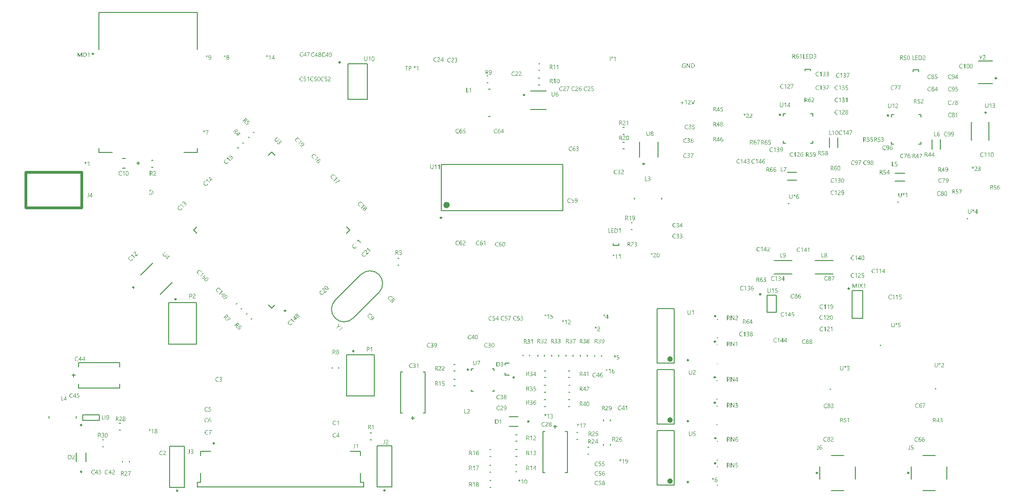
<source format=gto>
G04*
G04 #@! TF.GenerationSoftware,Altium Limited,Altium Designer,19.1.9 (167)*
G04*
G04 Layer_Color=65535*
%FSLAX42Y42*%
%MOMM*%
G71*
G01*
G75*
%ADD10C,0.10*%
%ADD11C,0.25*%
%ADD12C,0.60*%
%ADD13C,0.50*%
%ADD14C,0.20*%
G36*
X17954Y12600D02*
X17944D01*
X17915Y12680D01*
X17925D01*
X17947Y12616D01*
Y12616D01*
X17947Y12616D01*
X17948Y12615D01*
X17948Y12615D01*
X17948Y12613D01*
X17948Y12612D01*
X17949Y12609D01*
X17949D01*
Y12610D01*
X17949Y12610D01*
X17949Y12611D01*
X17950Y12612D01*
X17950Y12613D01*
X17950Y12614D01*
X17951Y12617D01*
X17974Y12680D01*
X17984D01*
X17954Y12600D01*
D02*
G37*
G36*
X17755Y12637D02*
X17777D01*
Y12630D01*
X17755D01*
Y12607D01*
X17747D01*
Y12630D01*
X17725D01*
Y12637D01*
X17747D01*
Y12660D01*
X17755D01*
Y12637D01*
D02*
G37*
G36*
X17883Y12681D02*
X17884D01*
X17886Y12681D01*
X17887Y12681D01*
X17889Y12680D01*
X17890Y12680D01*
X17891D01*
X17891Y12680D01*
X17892Y12679D01*
X17893Y12679D01*
X17894Y12678D01*
X17895Y12678D01*
X17898Y12676D01*
X17898Y12676D01*
X17898Y12675D01*
X17899Y12675D01*
X17900Y12674D01*
X17900Y12673D01*
X17901Y12672D01*
X17902Y12670D01*
X17903Y12669D01*
X17903Y12669D01*
X17903Y12668D01*
X17903Y12668D01*
X17904Y12666D01*
X17904Y12665D01*
X17904Y12663D01*
X17904Y12662D01*
X17904Y12660D01*
Y12660D01*
Y12659D01*
Y12658D01*
X17904Y12657D01*
X17904Y12656D01*
X17904Y12654D01*
X17903Y12651D01*
Y12651D01*
X17903Y12650D01*
X17903Y12650D01*
X17902Y12649D01*
X17902Y12648D01*
X17901Y12647D01*
X17900Y12644D01*
X17900Y12644D01*
X17900Y12643D01*
X17899Y12643D01*
X17899Y12642D01*
X17898Y12641D01*
X17897Y12640D01*
X17894Y12637D01*
X17894Y12637D01*
X17894Y12637D01*
X17893Y12636D01*
X17892Y12635D01*
X17891Y12634D01*
X17890Y12633D01*
X17888Y12632D01*
X17887Y12631D01*
X17886Y12631D01*
X17886Y12630D01*
X17885Y12630D01*
X17883Y12629D01*
X17882Y12628D01*
X17880Y12627D01*
X17879Y12625D01*
X17877Y12624D01*
X17877Y12624D01*
X17877Y12624D01*
X17876Y12623D01*
X17875Y12622D01*
X17873Y12621D01*
X17872Y12620D01*
X17871Y12619D01*
X17871Y12619D01*
X17871Y12618D01*
X17871Y12618D01*
X17870Y12617D01*
X17869Y12616D01*
X17869Y12614D01*
Y12614D01*
X17868Y12613D01*
X17868Y12613D01*
X17868Y12612D01*
X17868Y12611D01*
X17868Y12610D01*
X17868Y12608D01*
X17908D01*
Y12600D01*
X17858D01*
Y12604D01*
Y12604D01*
Y12605D01*
Y12606D01*
X17858Y12607D01*
X17858Y12608D01*
X17858Y12610D01*
X17859Y12613D01*
Y12613D01*
X17859Y12614D01*
X17860Y12614D01*
X17860Y12615D01*
X17861Y12616D01*
X17861Y12618D01*
X17863Y12620D01*
X17863Y12621D01*
X17863Y12621D01*
X17864Y12622D01*
X17865Y12623D01*
X17866Y12624D01*
X17867Y12625D01*
X17868Y12626D01*
X17869Y12627D01*
X17870Y12628D01*
X17870Y12628D01*
X17871Y12629D01*
X17872Y12630D01*
X17874Y12631D01*
X17876Y12632D01*
X17878Y12634D01*
X17880Y12635D01*
X17880Y12636D01*
X17880Y12636D01*
X17881Y12637D01*
X17882Y12637D01*
X17885Y12639D01*
X17887Y12641D01*
X17887Y12641D01*
X17888Y12642D01*
X17888Y12642D01*
X17889Y12643D01*
X17890Y12645D01*
X17892Y12647D01*
X17892Y12647D01*
X17892Y12648D01*
X17892Y12648D01*
X17893Y12649D01*
X17894Y12651D01*
X17894Y12653D01*
Y12653D01*
X17894Y12653D01*
X17895Y12654D01*
X17895Y12655D01*
X17895Y12656D01*
X17895Y12657D01*
X17895Y12659D01*
Y12659D01*
Y12660D01*
Y12660D01*
X17895Y12661D01*
X17895Y12663D01*
X17894Y12665D01*
Y12666D01*
X17894Y12666D01*
X17893Y12666D01*
X17893Y12667D01*
X17892Y12669D01*
X17891Y12670D01*
X17891Y12670D01*
X17890Y12670D01*
X17890Y12671D01*
X17890Y12671D01*
X17888Y12672D01*
X17886Y12673D01*
X17886D01*
X17886Y12673D01*
X17885Y12673D01*
X17884Y12673D01*
X17884Y12673D01*
X17883Y12673D01*
X17880Y12674D01*
X17879D01*
X17879Y12673D01*
X17877Y12673D01*
X17875Y12673D01*
X17875D01*
X17875Y12673D01*
X17874Y12673D01*
X17873Y12672D01*
X17872Y12672D01*
X17870Y12671D01*
X17870D01*
X17870Y12671D01*
X17869Y12670D01*
X17869Y12670D01*
X17867Y12669D01*
X17865Y12668D01*
X17865Y12668D01*
X17865Y12668D01*
X17865Y12667D01*
X17864Y12667D01*
X17863Y12665D01*
X17861Y12664D01*
Y12674D01*
X17861Y12674D01*
X17862Y12674D01*
X17863Y12675D01*
X17864Y12676D01*
X17865Y12677D01*
X17866Y12678D01*
X17868Y12679D01*
X17870Y12679D01*
X17870Y12680D01*
X17871Y12680D01*
X17872Y12680D01*
X17873Y12680D01*
X17875Y12681D01*
X17877Y12681D01*
X17879Y12681D01*
X17881Y12681D01*
X17882D01*
X17883Y12681D01*
D02*
G37*
G36*
X17831Y12600D02*
X17822D01*
Y12669D01*
X17821Y12669D01*
X17821Y12669D01*
X17820Y12668D01*
X17818Y12667D01*
X17818D01*
X17818Y12666D01*
X17818Y12666D01*
X17817Y12666D01*
X17816Y12665D01*
X17814Y12664D01*
X17814D01*
X17813Y12664D01*
X17813Y12664D01*
X17812Y12663D01*
X17810Y12662D01*
X17808Y12661D01*
X17808D01*
X17808Y12661D01*
X17807Y12661D01*
X17807Y12661D01*
X17805Y12660D01*
X17803Y12660D01*
Y12669D01*
X17803D01*
X17804Y12669D01*
X17804Y12669D01*
X17805Y12669D01*
X17806Y12670D01*
X17807Y12670D01*
X17809Y12671D01*
X17809D01*
X17810Y12671D01*
X17811Y12672D01*
X17811Y12672D01*
X17812Y12673D01*
X17814Y12673D01*
X17816Y12674D01*
X17816Y12674D01*
X17816Y12675D01*
X17817Y12675D01*
X17818Y12675D01*
X17820Y12677D01*
X17822Y12678D01*
X17822Y12678D01*
X17823Y12678D01*
X17823Y12679D01*
X17824Y12679D01*
X17826Y12680D01*
X17827Y12682D01*
X17831D01*
Y12600D01*
D02*
G37*
G36*
X17795Y13356D02*
X17796Y13356D01*
X17798Y13356D01*
X17799Y13356D01*
X17803Y13355D01*
X17806Y13355D01*
X17810Y13354D01*
X17814Y13352D01*
Y13342D01*
X17813Y13342D01*
X17813Y13342D01*
X17813Y13342D01*
X17812Y13343D01*
X17811Y13343D01*
X17810Y13344D01*
X17809Y13344D01*
X17807Y13345D01*
X17805Y13345D01*
X17804Y13346D01*
X17800Y13347D01*
X17795Y13348D01*
X17793Y13348D01*
X17789D01*
X17788Y13348D01*
X17787Y13348D01*
X17786Y13347D01*
X17784Y13347D01*
X17783Y13347D01*
X17779Y13346D01*
X17777Y13345D01*
X17776Y13344D01*
X17774Y13343D01*
X17772Y13342D01*
X17770Y13340D01*
X17768Y13339D01*
X17768Y13338D01*
X17768Y13338D01*
X17768Y13338D01*
X17767Y13337D01*
X17766Y13336D01*
X17766Y13335D01*
X17765Y13334D01*
X17764Y13332D01*
X17763Y13331D01*
X17763Y13329D01*
X17762Y13327D01*
X17761Y13325D01*
X17761Y13322D01*
X17760Y13320D01*
X17760Y13317D01*
X17760Y13315D01*
Y13314D01*
Y13314D01*
Y13313D01*
X17760Y13312D01*
X17760Y13311D01*
X17760Y13309D01*
X17761Y13308D01*
X17761Y13306D01*
X17762Y13302D01*
X17763Y13298D01*
X17764Y13296D01*
X17765Y13294D01*
X17766Y13292D01*
X17768Y13291D01*
X17768Y13291D01*
X17768Y13290D01*
X17769Y13290D01*
X17769Y13289D01*
X17770Y13289D01*
X17771Y13288D01*
X17772Y13287D01*
X17774Y13286D01*
X17775Y13286D01*
X17777Y13285D01*
X17778Y13284D01*
X17780Y13283D01*
X17782Y13283D01*
X17785Y13282D01*
X17787Y13282D01*
X17789Y13282D01*
X17791D01*
X17792Y13282D01*
X17793D01*
X17795Y13282D01*
X17798Y13283D01*
X17800Y13284D01*
X17803Y13284D01*
X17806Y13286D01*
Y13308D01*
X17788D01*
Y13317D01*
X17815D01*
Y13280D01*
X17815D01*
X17815Y13280D01*
X17814Y13280D01*
X17813Y13279D01*
X17812Y13279D01*
X17810Y13278D01*
X17809Y13278D01*
X17807Y13277D01*
X17805Y13276D01*
X17803Y13276D01*
X17801Y13275D01*
X17799Y13275D01*
X17794Y13274D01*
X17791Y13274D01*
X17788Y13274D01*
X17788D01*
X17787Y13274D01*
X17786D01*
X17784Y13274D01*
X17782Y13274D01*
X17780Y13275D01*
X17778Y13275D01*
X17776Y13276D01*
X17774Y13276D01*
X17772Y13277D01*
X17769Y13278D01*
X17767Y13280D01*
X17765Y13281D01*
X17763Y13283D01*
X17761Y13285D01*
X17760Y13285D01*
X17760Y13285D01*
X17760Y13286D01*
X17759Y13287D01*
X17758Y13288D01*
X17757Y13289D01*
X17756Y13291D01*
X17755Y13292D01*
X17754Y13294D01*
X17753Y13297D01*
X17752Y13299D01*
X17752Y13302D01*
X17751Y13304D01*
X17750Y13307D01*
X17750Y13311D01*
X17750Y13314D01*
Y13314D01*
Y13315D01*
X17750Y13316D01*
Y13317D01*
X17750Y13319D01*
X17751Y13320D01*
X17751Y13323D01*
X17751Y13325D01*
X17752Y13327D01*
X17753Y13330D01*
X17754Y13332D01*
X17755Y13335D01*
X17756Y13337D01*
X17758Y13340D01*
X17760Y13342D01*
X17762Y13344D01*
X17762Y13345D01*
X17762Y13345D01*
X17763Y13346D01*
X17764Y13346D01*
X17765Y13347D01*
X17766Y13348D01*
X17768Y13349D01*
X17770Y13351D01*
X17772Y13352D01*
X17774Y13353D01*
X17777Y13354D01*
X17779Y13355D01*
X17782Y13355D01*
X17785Y13356D01*
X17788Y13356D01*
X17792Y13356D01*
X17794D01*
X17795Y13356D01*
D02*
G37*
G36*
X17898Y13275D02*
X17887D01*
X17846Y13339D01*
Y13339D01*
X17845Y13339D01*
X17845Y13340D01*
X17845Y13340D01*
X17844Y13342D01*
X17843Y13344D01*
X17843D01*
Y13344D01*
X17843Y13343D01*
Y13343D01*
X17843Y13342D01*
X17843Y13340D01*
Y13338D01*
X17843Y13336D01*
Y13333D01*
Y13275D01*
X17834D01*
Y13355D01*
X17846D01*
X17886Y13292D01*
X17886Y13292D01*
X17886Y13292D01*
X17887Y13291D01*
X17887Y13290D01*
X17888Y13288D01*
X17889Y13288D01*
X17889Y13287D01*
X17890D01*
Y13287D01*
X17889Y13288D01*
Y13288D01*
X17889Y13290D01*
X17889Y13291D01*
Y13293D01*
X17889Y13296D01*
Y13299D01*
Y13355D01*
X17898D01*
Y13275D01*
D02*
G37*
G36*
X17943Y13355D02*
X17944D01*
X17945Y13355D01*
X17947Y13355D01*
X17948Y13355D01*
X17951Y13354D01*
X17955Y13353D01*
X17959Y13352D01*
X17963Y13350D01*
X17967Y13348D01*
X17969Y13347D01*
X17970Y13345D01*
X17972Y13344D01*
X17974Y13342D01*
X17976Y13341D01*
X17977Y13339D01*
X17979Y13336D01*
X17980Y13334D01*
X17981Y13332D01*
X17982Y13329D01*
X17983Y13326D01*
X17983Y13323D01*
X17984Y13320D01*
X17984Y13316D01*
Y13316D01*
Y13315D01*
X17984Y13314D01*
Y13313D01*
X17983Y13311D01*
X17983Y13310D01*
X17983Y13308D01*
X17982Y13305D01*
X17982Y13303D01*
X17981Y13301D01*
X17980Y13298D01*
X17979Y13296D01*
X17978Y13293D01*
X17976Y13291D01*
X17974Y13288D01*
X17972Y13286D01*
X17972Y13286D01*
X17971Y13286D01*
X17971Y13285D01*
X17970Y13284D01*
X17969Y13284D01*
X17967Y13283D01*
X17966Y13282D01*
X17964Y13281D01*
X17962Y13280D01*
X17959Y13279D01*
X17957Y13278D01*
X17954Y13277D01*
X17951Y13276D01*
X17948Y13275D01*
X17944Y13275D01*
X17941Y13275D01*
X17919D01*
Y13355D01*
X17942D01*
X17943Y13355D01*
D02*
G37*
G36*
X19875Y10957D02*
X19877Y10957D01*
X19879Y10956D01*
X19881Y10956D01*
X19883Y10955D01*
X19885Y10954D01*
Y10946D01*
X19885Y10946D01*
X19884Y10946D01*
X19883Y10947D01*
X19881Y10947D01*
X19879Y10948D01*
X19877Y10949D01*
X19875Y10949D01*
X19872Y10949D01*
X19871D01*
X19870Y10949D01*
X19869Y10949D01*
X19867Y10948D01*
X19866Y10948D01*
X19864Y10947D01*
X19862Y10947D01*
X19862Y10946D01*
X19862Y10946D01*
X19861Y10946D01*
X19860Y10945D01*
X19859Y10944D01*
X19858Y10943D01*
X19856Y10941D01*
X19855Y10940D01*
X19855Y10940D01*
X19855Y10939D01*
X19854Y10938D01*
X19853Y10937D01*
X19853Y10935D01*
X19852Y10933D01*
X19851Y10931D01*
X19850Y10929D01*
Y10929D01*
X19850Y10928D01*
X19850Y10927D01*
X19850Y10925D01*
X19849Y10923D01*
X19849Y10921D01*
X19849Y10918D01*
X19849Y10915D01*
X19849D01*
Y10916D01*
X19849Y10916D01*
X19850Y10916D01*
X19850Y10917D01*
X19851Y10918D01*
X19851Y10919D01*
X19852Y10919D01*
X19853Y10920D01*
X19855Y10921D01*
X19856Y10922D01*
X19857Y10923D01*
X19859Y10924D01*
X19861Y10924D01*
X19863Y10925D01*
X19865Y10925D01*
X19867Y10925D01*
X19868D01*
X19869Y10925D01*
X19870Y10925D01*
X19872Y10925D01*
X19873Y10925D01*
X19875Y10924D01*
X19877Y10924D01*
X19877Y10923D01*
X19877Y10923D01*
X19878Y10923D01*
X19879Y10922D01*
X19880Y10922D01*
X19882Y10921D01*
X19883Y10920D01*
X19884Y10919D01*
X19884Y10918D01*
X19884Y10918D01*
X19885Y10917D01*
X19886Y10916D01*
X19886Y10915D01*
X19887Y10914D01*
X19888Y10912D01*
X19889Y10911D01*
X19889Y10911D01*
X19889Y10910D01*
X19889Y10909D01*
X19889Y10908D01*
X19890Y10906D01*
X19890Y10905D01*
X19890Y10903D01*
Y10901D01*
Y10900D01*
Y10900D01*
X19890Y10899D01*
X19890Y10897D01*
X19890Y10896D01*
X19889Y10894D01*
X19889Y10892D01*
X19888Y10890D01*
X19888Y10890D01*
X19888Y10889D01*
X19888Y10888D01*
X19887Y10887D01*
X19886Y10886D01*
X19885Y10884D01*
X19884Y10883D01*
X19883Y10881D01*
X19883Y10881D01*
X19882Y10881D01*
X19882Y10880D01*
X19881Y10879D01*
X19880Y10879D01*
X19878Y10878D01*
X19877Y10877D01*
X19875Y10876D01*
X19875Y10876D01*
X19874Y10876D01*
X19873Y10875D01*
X19872Y10875D01*
X19871Y10875D01*
X19869Y10874D01*
X19867Y10874D01*
X19865Y10874D01*
X19864D01*
X19863Y10874D01*
X19861Y10874D01*
X19860Y10875D01*
X19858Y10875D01*
X19856Y10876D01*
X19854Y10876D01*
X19854Y10877D01*
X19853Y10877D01*
X19852Y10877D01*
X19851Y10878D01*
X19850Y10879D01*
X19849Y10880D01*
X19847Y10882D01*
X19846Y10884D01*
X19846Y10884D01*
X19845Y10884D01*
X19845Y10885D01*
X19844Y10887D01*
X19843Y10888D01*
X19843Y10890D01*
X19842Y10893D01*
X19841Y10895D01*
Y10895D01*
Y10895D01*
X19841Y10896D01*
X19841Y10896D01*
X19840Y10898D01*
X19840Y10900D01*
X19840Y10902D01*
X19840Y10905D01*
X19839Y10908D01*
X19839Y10911D01*
Y10911D01*
Y10911D01*
Y10912D01*
Y10912D01*
X19839Y10913D01*
Y10914D01*
X19840Y10917D01*
X19840Y10920D01*
X19840Y10923D01*
X19841Y10926D01*
X19842Y10930D01*
Y10930D01*
X19842Y10930D01*
X19842Y10930D01*
X19842Y10931D01*
X19843Y10933D01*
X19843Y10935D01*
X19844Y10937D01*
X19845Y10939D01*
X19847Y10942D01*
X19848Y10944D01*
Y10944D01*
X19848Y10944D01*
X19849Y10945D01*
X19850Y10946D01*
X19851Y10948D01*
X19853Y10949D01*
X19854Y10951D01*
X19856Y10952D01*
X19859Y10953D01*
X19859D01*
X19859Y10954D01*
X19860Y10954D01*
X19861Y10955D01*
X19862Y10955D01*
X19864Y10956D01*
X19867Y10956D01*
X19869Y10957D01*
X19872Y10957D01*
X19873D01*
X19875Y10957D01*
D02*
G37*
G36*
X19812Y10939D02*
X19827Y10944D01*
X19829Y10937D01*
X19814Y10934D01*
X19824Y10920D01*
X19818Y10916D01*
X19809Y10931D01*
X19800Y10916D01*
X19794Y10920D01*
X19805Y10934D01*
X19790Y10937D01*
X19792Y10944D01*
X19807Y10939D01*
X19805Y10955D01*
X19813D01*
X19812Y10939D01*
D02*
G37*
G36*
X19776Y10908D02*
Y10908D01*
Y10907D01*
Y10907D01*
Y10906D01*
X19776Y10905D01*
Y10905D01*
X19775Y10902D01*
X19775Y10900D01*
X19774Y10897D01*
X19773Y10894D01*
X19772Y10891D01*
X19770Y10888D01*
X19768Y10885D01*
X19766Y10882D01*
X19763Y10879D01*
X19761Y10878D01*
X19759Y10877D01*
X19757Y10876D01*
X19755Y10876D01*
X19753Y10875D01*
X19751Y10875D01*
X19748Y10874D01*
X19745Y10874D01*
X19744D01*
X19743Y10874D01*
X19741Y10875D01*
X19739Y10875D01*
X19736Y10876D01*
X19733Y10877D01*
X19731Y10878D01*
X19728Y10880D01*
X19725Y10882D01*
X19723Y10885D01*
X19722Y10886D01*
X19721Y10888D01*
X19720Y10889D01*
X19719Y10891D01*
X19718Y10894D01*
X19717Y10896D01*
X19717Y10898D01*
X19716Y10901D01*
X19716Y10903D01*
X19716Y10906D01*
Y10955D01*
X19726D01*
Y10907D01*
Y10907D01*
Y10906D01*
X19726Y10905D01*
X19726Y10903D01*
X19726Y10901D01*
X19727Y10899D01*
X19727Y10897D01*
X19728Y10895D01*
X19729Y10892D01*
X19731Y10890D01*
X19732Y10888D01*
X19734Y10886D01*
X19737Y10885D01*
X19740Y10884D01*
X19743Y10883D01*
X19744Y10883D01*
X19746Y10882D01*
X19747D01*
X19748Y10883D01*
X19749Y10883D01*
X19751Y10883D01*
X19753Y10884D01*
X19754Y10884D01*
X19756Y10885D01*
X19758Y10887D01*
X19760Y10888D01*
X19762Y10890D01*
X19763Y10892D01*
X19765Y10895D01*
X19765Y10898D01*
X19766Y10902D01*
X19766Y10906D01*
Y10955D01*
X19776D01*
Y10908D01*
D02*
G37*
G36*
X21681Y8583D02*
X21695Y8589D01*
X21698Y8582D01*
X21682Y8579D01*
X21693Y8565D01*
X21687Y8561D01*
X21678Y8576D01*
X21669Y8561D01*
X21663Y8565D01*
X21674Y8579D01*
X21658Y8582D01*
X21661Y8589D01*
X21676Y8583D01*
X21674Y8600D01*
X21682D01*
X21681Y8583D01*
D02*
G37*
G36*
X21645Y8552D02*
Y8552D01*
Y8552D01*
Y8551D01*
Y8551D01*
X21644Y8550D01*
Y8549D01*
X21644Y8547D01*
X21644Y8545D01*
X21643Y8542D01*
X21642Y8539D01*
X21641Y8536D01*
X21639Y8532D01*
X21637Y8529D01*
X21635Y8526D01*
X21632Y8524D01*
X21630Y8523D01*
X21628Y8522D01*
X21626Y8521D01*
X21624Y8520D01*
X21622Y8520D01*
X21620Y8519D01*
X21617Y8519D01*
X21614Y8519D01*
X21613D01*
X21612Y8519D01*
X21610Y8519D01*
X21607Y8520D01*
X21605Y8520D01*
X21602Y8521D01*
X21600Y8523D01*
X21597Y8525D01*
X21594Y8527D01*
X21592Y8529D01*
X21591Y8531D01*
X21590Y8532D01*
X21589Y8534D01*
X21588Y8536D01*
X21587Y8538D01*
X21586Y8540D01*
X21586Y8543D01*
X21585Y8545D01*
X21585Y8548D01*
X21585Y8551D01*
Y8600D01*
X21594D01*
Y8552D01*
Y8551D01*
Y8551D01*
X21595Y8549D01*
X21595Y8548D01*
X21595Y8546D01*
X21596Y8544D01*
X21596Y8542D01*
X21597Y8539D01*
X21598Y8537D01*
X21600Y8535D01*
X21601Y8533D01*
X21603Y8531D01*
X21606Y8529D01*
X21608Y8528D01*
X21612Y8527D01*
X21613Y8527D01*
X21615Y8527D01*
X21616D01*
X21617Y8527D01*
X21618Y8527D01*
X21620Y8528D01*
X21622Y8528D01*
X21623Y8529D01*
X21625Y8530D01*
X21627Y8531D01*
X21629Y8533D01*
X21631Y8535D01*
X21632Y8537D01*
X21633Y8540D01*
X21634Y8543D01*
X21635Y8547D01*
X21635Y8551D01*
Y8600D01*
X21645D01*
Y8552D01*
D02*
G37*
G36*
X21752Y8592D02*
X21723D01*
X21722Y8568D01*
X21722D01*
X21723Y8568D01*
X21726D01*
X21727Y8568D01*
X21730D01*
X21731Y8568D01*
X21733D01*
X21735Y8568D01*
X21737Y8568D01*
X21739Y8567D01*
X21740Y8567D01*
X21741D01*
X21741Y8567D01*
X21742Y8566D01*
X21743Y8566D01*
X21745Y8565D01*
X21746Y8564D01*
X21748Y8563D01*
X21749Y8562D01*
X21749Y8562D01*
X21750Y8562D01*
X21750Y8561D01*
X21751Y8560D01*
X21752Y8559D01*
X21753Y8558D01*
X21754Y8556D01*
X21754Y8555D01*
X21754Y8554D01*
X21755Y8554D01*
X21755Y8553D01*
X21755Y8552D01*
X21756Y8550D01*
X21756Y8548D01*
X21756Y8547D01*
X21756Y8544D01*
Y8544D01*
Y8543D01*
X21756Y8542D01*
X21756Y8541D01*
X21756Y8539D01*
X21755Y8537D01*
X21755Y8536D01*
X21754Y8534D01*
X21754Y8534D01*
X21754Y8533D01*
X21753Y8532D01*
X21753Y8531D01*
X21752Y8530D01*
X21751Y8528D01*
X21750Y8527D01*
X21748Y8526D01*
X21748Y8525D01*
X21748Y8525D01*
X21747Y8525D01*
X21746Y8524D01*
X21744Y8523D01*
X21743Y8522D01*
X21741Y8521D01*
X21739Y8520D01*
X21739D01*
X21739Y8520D01*
X21737Y8520D01*
X21736Y8520D01*
X21734Y8519D01*
X21732Y8519D01*
X21730Y8519D01*
X21728Y8519D01*
X21726D01*
X21725Y8519D01*
X21724D01*
X21721Y8519D01*
X21719Y8519D01*
X21716Y8520D01*
X21713Y8521D01*
X21711Y8522D01*
Y8532D01*
X21711D01*
X21712Y8531D01*
X21712Y8531D01*
X21713Y8531D01*
X21713Y8530D01*
X21714Y8530D01*
X21716Y8529D01*
X21719Y8528D01*
X21722Y8527D01*
X21725Y8527D01*
X21728Y8526D01*
X21729D01*
X21729Y8526D01*
X21730D01*
X21732Y8527D01*
X21733Y8527D01*
X21736Y8528D01*
X21736D01*
X21736Y8528D01*
X21737Y8528D01*
X21738Y8529D01*
X21740Y8530D01*
X21742Y8531D01*
X21742Y8531D01*
X21742Y8532D01*
X21742Y8532D01*
X21743Y8533D01*
X21744Y8534D01*
X21744Y8535D01*
X21745Y8537D01*
Y8537D01*
X21746Y8537D01*
X21746Y8538D01*
X21746Y8539D01*
X21746Y8540D01*
X21746Y8541D01*
X21747Y8544D01*
Y8544D01*
Y8544D01*
Y8545D01*
X21747Y8545D01*
X21746Y8547D01*
X21746Y8548D01*
X21745Y8550D01*
X21744Y8552D01*
X21743Y8554D01*
X21741Y8556D01*
X21741Y8556D01*
X21740Y8557D01*
X21739Y8557D01*
X21738Y8558D01*
X21735Y8559D01*
X21733Y8560D01*
X21730Y8560D01*
X21726Y8561D01*
X21724D01*
X21723Y8560D01*
X21720D01*
X21719Y8560D01*
X21717D01*
X21716Y8560D01*
X21715D01*
X21715Y8560D01*
X21714D01*
X21713Y8560D01*
X21715Y8600D01*
X21752D01*
Y8592D01*
D02*
G37*
G36*
X23087Y10664D02*
X23102Y10669D01*
X23104Y10662D01*
X23089Y10659D01*
X23099Y10645D01*
X23093Y10641D01*
X23084Y10656D01*
X23075Y10641D01*
X23069Y10645D01*
X23080Y10659D01*
X23065Y10662D01*
X23067Y10669D01*
X23082Y10664D01*
X23080Y10680D01*
X23088D01*
X23087Y10664D01*
D02*
G37*
G36*
X23051Y10633D02*
Y10633D01*
Y10632D01*
Y10632D01*
Y10631D01*
X23051Y10630D01*
Y10630D01*
X23050Y10627D01*
X23050Y10625D01*
X23049Y10622D01*
X23048Y10619D01*
X23047Y10616D01*
X23045Y10613D01*
X23043Y10610D01*
X23041Y10607D01*
X23038Y10604D01*
X23036Y10603D01*
X23034Y10602D01*
X23032Y10601D01*
X23030Y10601D01*
X23028Y10600D01*
X23026Y10600D01*
X23023Y10599D01*
X23020Y10599D01*
X23019D01*
X23018Y10599D01*
X23016Y10600D01*
X23014Y10600D01*
X23011Y10601D01*
X23008Y10602D01*
X23006Y10603D01*
X23003Y10605D01*
X23000Y10607D01*
X22998Y10610D01*
X22997Y10611D01*
X22996Y10613D01*
X22995Y10614D01*
X22994Y10616D01*
X22993Y10619D01*
X22992Y10621D01*
X22992Y10623D01*
X22991Y10626D01*
X22991Y10628D01*
X22991Y10631D01*
Y10680D01*
X23001D01*
Y10632D01*
Y10632D01*
Y10631D01*
X23001Y10630D01*
X23001Y10628D01*
X23001Y10626D01*
X23002Y10624D01*
X23002Y10622D01*
X23003Y10620D01*
X23004Y10617D01*
X23006Y10615D01*
X23007Y10613D01*
X23009Y10611D01*
X23012Y10610D01*
X23015Y10609D01*
X23018Y10608D01*
X23019Y10608D01*
X23021Y10607D01*
X23022D01*
X23023Y10608D01*
X23024Y10608D01*
X23026Y10608D01*
X23028Y10609D01*
X23029Y10609D01*
X23031Y10610D01*
X23033Y10612D01*
X23035Y10613D01*
X23037Y10615D01*
X23038Y10617D01*
X23040Y10620D01*
X23040Y10623D01*
X23041Y10627D01*
X23041Y10631D01*
Y10680D01*
X23051D01*
Y10633D01*
D02*
G37*
G36*
X23156Y10628D02*
X23166D01*
Y10619D01*
X23156D01*
Y10600D01*
X23146D01*
Y10619D01*
X23109D01*
Y10627D01*
X23109Y10627D01*
X23110Y10628D01*
X23111Y10629D01*
X23112Y10631D01*
X23114Y10633D01*
X23115Y10635D01*
X23117Y10637D01*
X23119Y10640D01*
Y10640D01*
X23120Y10640D01*
X23120Y10641D01*
X23121Y10642D01*
X23123Y10644D01*
X23124Y10646D01*
X23126Y10648D01*
X23128Y10651D01*
X23130Y10653D01*
Y10654D01*
X23130Y10654D01*
X23130Y10654D01*
X23131Y10655D01*
X23132Y10656D01*
X23133Y10658D01*
X23134Y10660D01*
X23136Y10662D01*
X23137Y10665D01*
X23139Y10667D01*
Y10667D01*
X23139Y10667D01*
X23139Y10668D01*
X23140Y10670D01*
X23141Y10671D01*
X23142Y10674D01*
X23144Y10676D01*
X23146Y10680D01*
X23156D01*
Y10628D01*
D02*
G37*
G36*
X20743Y7793D02*
X20758Y7799D01*
X20760Y7792D01*
X20745Y7789D01*
X20755Y7775D01*
X20749Y7771D01*
X20741Y7786D01*
X20732Y7771D01*
X20726Y7775D01*
X20736Y7789D01*
X20721Y7792D01*
X20723Y7799D01*
X20738Y7793D01*
X20737Y7810D01*
X20744D01*
X20743Y7793D01*
D02*
G37*
G36*
X20707Y7762D02*
Y7762D01*
Y7762D01*
Y7761D01*
Y7761D01*
X20707Y7760D01*
Y7759D01*
X20707Y7757D01*
X20706Y7755D01*
X20706Y7752D01*
X20705Y7749D01*
X20703Y7746D01*
X20702Y7742D01*
X20700Y7739D01*
X20697Y7736D01*
X20694Y7734D01*
X20693Y7733D01*
X20691Y7732D01*
X20689Y7731D01*
X20687Y7730D01*
X20684Y7730D01*
X20682Y7729D01*
X20679Y7729D01*
X20677Y7729D01*
X20675D01*
X20674Y7729D01*
X20672Y7729D01*
X20670Y7730D01*
X20668Y7730D01*
X20665Y7731D01*
X20662Y7733D01*
X20659Y7735D01*
X20657Y7737D01*
X20654Y7739D01*
X20653Y7741D01*
X20652Y7742D01*
X20651Y7744D01*
X20650Y7746D01*
X20649Y7748D01*
X20649Y7750D01*
X20648Y7753D01*
X20648Y7755D01*
X20648Y7758D01*
X20648Y7761D01*
Y7810D01*
X20657D01*
Y7762D01*
Y7761D01*
Y7761D01*
X20657Y7759D01*
X20657Y7758D01*
X20658Y7756D01*
X20658Y7754D01*
X20659Y7752D01*
X20659Y7749D01*
X20661Y7747D01*
X20662Y7745D01*
X20664Y7743D01*
X20666Y7741D01*
X20668Y7739D01*
X20671Y7738D01*
X20674Y7737D01*
X20676Y7737D01*
X20678Y7737D01*
X20679D01*
X20679Y7737D01*
X20681Y7737D01*
X20682Y7738D01*
X20684Y7738D01*
X20686Y7739D01*
X20688Y7740D01*
X20690Y7741D01*
X20691Y7743D01*
X20693Y7745D01*
X20695Y7747D01*
X20696Y7750D01*
X20697Y7753D01*
X20697Y7757D01*
X20698Y7761D01*
Y7810D01*
X20707D01*
Y7762D01*
D02*
G37*
G36*
X20796Y7811D02*
X20797Y7811D01*
X20799Y7811D01*
X20802Y7810D01*
X20802D01*
X20802Y7810D01*
X20803Y7810D01*
X20804Y7809D01*
X20806Y7808D01*
X20809Y7806D01*
X20809Y7806D01*
X20809Y7806D01*
X20810Y7805D01*
X20810Y7804D01*
X20811Y7804D01*
X20812Y7802D01*
X20813Y7800D01*
X20813Y7800D01*
X20813Y7799D01*
X20814Y7799D01*
X20814Y7798D01*
X20814Y7797D01*
X20815Y7795D01*
X20815Y7794D01*
Y7792D01*
Y7792D01*
Y7792D01*
X20815Y7791D01*
X20815Y7790D01*
X20814Y7789D01*
X20814Y7787D01*
X20813Y7786D01*
X20813Y7784D01*
X20812Y7782D01*
X20811Y7780D01*
X20810Y7779D01*
X20808Y7777D01*
X20806Y7776D01*
X20804Y7774D01*
X20802Y7773D01*
X20799Y7772D01*
Y7772D01*
X20799D01*
X20799Y7772D01*
X20800D01*
X20801Y7771D01*
X20802Y7771D01*
X20804Y7771D01*
X20806Y7770D01*
X20806D01*
X20807Y7769D01*
X20808Y7769D01*
X20808Y7769D01*
X20810Y7767D01*
X20812Y7766D01*
X20812Y7766D01*
X20813Y7765D01*
X20813Y7765D01*
X20814Y7764D01*
X20814Y7763D01*
X20815Y7762D01*
X20816Y7760D01*
Y7760D01*
X20817Y7759D01*
X20817Y7759D01*
X20817Y7758D01*
X20817Y7757D01*
X20817Y7755D01*
X20818Y7753D01*
Y7752D01*
Y7752D01*
X20818Y7751D01*
X20817Y7749D01*
X20817Y7748D01*
X20817Y7746D01*
X20816Y7744D01*
X20816Y7743D01*
X20815Y7743D01*
X20815Y7742D01*
X20815Y7741D01*
X20814Y7740D01*
X20813Y7739D01*
X20812Y7738D01*
X20811Y7736D01*
X20810Y7735D01*
X20810Y7735D01*
X20809Y7735D01*
X20808Y7734D01*
X20807Y7733D01*
X20806Y7733D01*
X20805Y7732D01*
X20803Y7731D01*
X20801Y7730D01*
X20801D01*
X20800Y7730D01*
X20799Y7730D01*
X20798Y7730D01*
X20796Y7729D01*
X20794Y7729D01*
X20792Y7729D01*
X20790Y7729D01*
X20788D01*
X20788Y7729D01*
X20787D01*
X20786Y7729D01*
X20783Y7729D01*
X20780Y7730D01*
X20777Y7731D01*
X20774Y7732D01*
X20771Y7733D01*
Y7743D01*
X20771D01*
X20772Y7742D01*
X20772Y7742D01*
X20773Y7742D01*
X20774Y7741D01*
X20774Y7741D01*
X20777Y7740D01*
X20779Y7738D01*
X20783Y7737D01*
X20786Y7737D01*
X20788Y7736D01*
X20790Y7736D01*
X20791D01*
X20792Y7736D01*
X20794Y7737D01*
X20795Y7737D01*
X20797Y7737D01*
X20798D01*
X20798Y7738D01*
X20799Y7738D01*
X20799Y7738D01*
X20801Y7739D01*
X20803Y7740D01*
X20803Y7741D01*
X20804Y7741D01*
X20804Y7741D01*
X20805Y7742D01*
X20806Y7743D01*
X20807Y7745D01*
Y7746D01*
X20807Y7746D01*
X20807Y7746D01*
X20808Y7747D01*
X20808Y7748D01*
X20808Y7749D01*
X20808Y7752D01*
Y7752D01*
Y7753D01*
X20808Y7753D01*
X20808Y7754D01*
X20808Y7756D01*
X20807Y7757D01*
X20807Y7758D01*
X20806Y7760D01*
X20804Y7761D01*
X20803Y7763D01*
X20801Y7764D01*
X20799Y7765D01*
X20796Y7766D01*
X20793Y7767D01*
X20790Y7767D01*
X20786Y7767D01*
X20779D01*
Y7775D01*
X20786D01*
X20787Y7775D01*
X20789Y7776D01*
X20790Y7776D01*
X20792Y7776D01*
X20794Y7777D01*
X20796Y7777D01*
X20797Y7778D01*
X20799Y7779D01*
X20801Y7780D01*
X20802Y7781D01*
X20804Y7783D01*
X20805Y7785D01*
X20805Y7788D01*
X20805Y7790D01*
Y7790D01*
Y7791D01*
X20805Y7791D01*
X20805Y7792D01*
X20805Y7793D01*
X20805Y7794D01*
X20804Y7796D01*
X20804Y7797D01*
X20803Y7798D01*
X20802Y7799D01*
X20800Y7800D01*
X20799Y7801D01*
X20797Y7802D01*
X20795Y7803D01*
X20793Y7803D01*
X20790Y7804D01*
X20789D01*
X20789Y7803D01*
X20788D01*
X20787Y7803D01*
X20785Y7803D01*
X20783Y7802D01*
X20780Y7801D01*
X20777Y7800D01*
X20774Y7798D01*
Y7807D01*
X20775D01*
X20775Y7807D01*
X20775Y7807D01*
X20776Y7808D01*
X20776Y7808D01*
X20777Y7808D01*
X20779Y7809D01*
X20782Y7810D01*
X20785Y7811D01*
X20789Y7811D01*
X20793Y7811D01*
X20794D01*
X20796Y7811D01*
D02*
G37*
G36*
X22473Y7848D02*
X22488Y7854D01*
X22490Y7847D01*
X22475Y7844D01*
X22485Y7830D01*
X22479Y7826D01*
X22471Y7841D01*
X22462Y7826D01*
X22456Y7830D01*
X22466Y7844D01*
X22451Y7847D01*
X22453Y7854D01*
X22468Y7848D01*
X22467Y7865D01*
X22474D01*
X22473Y7848D01*
D02*
G37*
G36*
X22437Y7817D02*
Y7817D01*
Y7817D01*
Y7816D01*
Y7816D01*
X22437Y7815D01*
Y7814D01*
X22437Y7812D01*
X22436Y7810D01*
X22436Y7807D01*
X22435Y7804D01*
X22433Y7801D01*
X22432Y7797D01*
X22430Y7794D01*
X22427Y7791D01*
X22424Y7789D01*
X22423Y7788D01*
X22421Y7787D01*
X22419Y7786D01*
X22417Y7785D01*
X22414Y7785D01*
X22412Y7784D01*
X22410Y7784D01*
X22407Y7784D01*
X22405D01*
X22404Y7784D01*
X22402Y7784D01*
X22400Y7785D01*
X22398Y7785D01*
X22395Y7786D01*
X22392Y7788D01*
X22389Y7790D01*
X22387Y7792D01*
X22384Y7794D01*
X22383Y7796D01*
X22382Y7797D01*
X22381Y7799D01*
X22380Y7801D01*
X22379Y7803D01*
X22379Y7805D01*
X22378Y7808D01*
X22378Y7810D01*
X22378Y7813D01*
X22377Y7816D01*
Y7865D01*
X22387D01*
Y7817D01*
Y7816D01*
Y7816D01*
X22387Y7814D01*
X22387Y7813D01*
X22388Y7811D01*
X22388Y7809D01*
X22389Y7807D01*
X22389Y7804D01*
X22391Y7802D01*
X22392Y7800D01*
X22394Y7798D01*
X22396Y7796D01*
X22398Y7794D01*
X22401Y7793D01*
X22404Y7792D01*
X22406Y7792D01*
X22408Y7792D01*
X22409D01*
X22410Y7792D01*
X22411Y7792D01*
X22412Y7793D01*
X22414Y7793D01*
X22416Y7794D01*
X22418Y7795D01*
X22420Y7796D01*
X22421Y7798D01*
X22423Y7800D01*
X22425Y7802D01*
X22426Y7805D01*
X22427Y7808D01*
X22427Y7812D01*
X22428Y7816D01*
Y7865D01*
X22437D01*
Y7817D01*
D02*
G37*
G36*
X22526Y7866D02*
X22527D01*
X22528Y7866D01*
X22530Y7866D01*
X22531Y7865D01*
X22533Y7865D01*
X22533D01*
X22534Y7865D01*
X22535Y7864D01*
X22536Y7864D01*
X22537Y7863D01*
X22538Y7863D01*
X22540Y7861D01*
X22540Y7861D01*
X22541Y7860D01*
X22541Y7860D01*
X22542Y7859D01*
X22543Y7858D01*
X22544Y7857D01*
X22544Y7855D01*
X22545Y7854D01*
X22545Y7854D01*
X22545Y7853D01*
X22546Y7853D01*
X22546Y7851D01*
X22546Y7850D01*
X22547Y7848D01*
X22547Y7847D01*
X22547Y7845D01*
Y7845D01*
Y7844D01*
Y7843D01*
X22547Y7842D01*
X22547Y7841D01*
X22547Y7839D01*
X22546Y7836D01*
Y7836D01*
X22546Y7835D01*
X22545Y7835D01*
X22545Y7834D01*
X22545Y7833D01*
X22544Y7832D01*
X22542Y7829D01*
X22542Y7829D01*
X22542Y7828D01*
X22542Y7828D01*
X22541Y7827D01*
X22540Y7826D01*
X22539Y7825D01*
X22537Y7822D01*
X22537Y7822D01*
X22536Y7822D01*
X22536Y7821D01*
X22535Y7820D01*
X22534Y7819D01*
X22532Y7818D01*
X22531Y7817D01*
X22529Y7816D01*
X22529Y7816D01*
X22528Y7815D01*
X22527Y7815D01*
X22526Y7814D01*
X22524Y7813D01*
X22523Y7812D01*
X22521Y7810D01*
X22520Y7809D01*
X22520Y7809D01*
X22519Y7809D01*
X22518Y7808D01*
X22518Y7807D01*
X22516Y7806D01*
X22515Y7805D01*
X22514Y7804D01*
X22514Y7804D01*
X22514Y7803D01*
X22513Y7803D01*
X22513Y7802D01*
X22512Y7801D01*
X22511Y7799D01*
Y7799D01*
X22511Y7798D01*
X22511Y7798D01*
X22511Y7797D01*
X22510Y7796D01*
X22510Y7795D01*
X22510Y7793D01*
X22550D01*
Y7785D01*
X22501D01*
Y7789D01*
Y7789D01*
Y7790D01*
Y7791D01*
X22501Y7792D01*
X22501Y7793D01*
X22501Y7795D01*
X22502Y7798D01*
Y7798D01*
X22502Y7799D01*
X22502Y7799D01*
X22503Y7800D01*
X22503Y7801D01*
X22504Y7803D01*
X22505Y7805D01*
X22506Y7806D01*
X22506Y7806D01*
X22506Y7807D01*
X22507Y7808D01*
X22508Y7809D01*
X22509Y7810D01*
X22511Y7811D01*
X22512Y7812D01*
X22512Y7813D01*
X22513Y7813D01*
X22514Y7814D01*
X22515Y7815D01*
X22516Y7816D01*
X22518Y7817D01*
X22520Y7819D01*
X22522Y7820D01*
X22522Y7821D01*
X22523Y7821D01*
X22524Y7822D01*
X22525Y7822D01*
X22527Y7824D01*
X22530Y7826D01*
X22530Y7826D01*
X22530Y7827D01*
X22531Y7827D01*
X22531Y7828D01*
X22533Y7830D01*
X22534Y7832D01*
X22534Y7832D01*
X22535Y7833D01*
X22535Y7833D01*
X22535Y7834D01*
X22536Y7836D01*
X22537Y7838D01*
Y7838D01*
X22537Y7838D01*
X22537Y7839D01*
X22537Y7840D01*
X22537Y7841D01*
X22538Y7842D01*
X22538Y7844D01*
Y7844D01*
Y7845D01*
Y7845D01*
X22538Y7846D01*
X22537Y7848D01*
X22536Y7850D01*
Y7851D01*
X22536Y7851D01*
X22536Y7851D01*
X22536Y7852D01*
X22535Y7854D01*
X22533Y7855D01*
X22533Y7855D01*
X22533Y7855D01*
X22533Y7856D01*
X22532Y7856D01*
X22530Y7857D01*
X22529Y7858D01*
X22528D01*
X22528Y7858D01*
X22528Y7858D01*
X22527Y7858D01*
X22526Y7858D01*
X22525Y7858D01*
X22523Y7859D01*
X22522D01*
X22521Y7858D01*
X22519Y7858D01*
X22517Y7858D01*
X22517D01*
X22517Y7858D01*
X22516Y7858D01*
X22516Y7857D01*
X22514Y7857D01*
X22513Y7856D01*
X22512D01*
X22512Y7856D01*
X22512Y7855D01*
X22511Y7855D01*
X22510Y7854D01*
X22508Y7853D01*
X22508Y7853D01*
X22507Y7853D01*
X22507Y7852D01*
X22506Y7852D01*
X22505Y7850D01*
X22504Y7849D01*
Y7859D01*
X22504Y7859D01*
X22504Y7859D01*
X22505Y7860D01*
X22506Y7861D01*
X22507Y7862D01*
X22509Y7863D01*
X22511Y7864D01*
X22512Y7864D01*
X22513Y7865D01*
X22513Y7865D01*
X22514Y7865D01*
X22516Y7865D01*
X22517Y7866D01*
X22519Y7866D01*
X22521Y7866D01*
X22524Y7866D01*
X22525D01*
X22526Y7866D01*
D02*
G37*
G36*
X21812Y10964D02*
X21827Y10969D01*
X21829Y10962D01*
X21814Y10959D01*
X21824Y10945D01*
X21818Y10941D01*
X21809Y10956D01*
X21800Y10941D01*
X21794Y10945D01*
X21805Y10959D01*
X21790Y10962D01*
X21792Y10969D01*
X21807Y10964D01*
X21805Y10980D01*
X21813D01*
X21812Y10964D01*
D02*
G37*
G36*
X21776Y10933D02*
Y10933D01*
Y10932D01*
Y10932D01*
Y10931D01*
X21776Y10930D01*
Y10930D01*
X21775Y10927D01*
X21775Y10925D01*
X21774Y10922D01*
X21773Y10919D01*
X21772Y10916D01*
X21770Y10913D01*
X21768Y10910D01*
X21766Y10907D01*
X21763Y10904D01*
X21761Y10903D01*
X21759Y10902D01*
X21757Y10901D01*
X21755Y10901D01*
X21753Y10900D01*
X21751Y10900D01*
X21748Y10899D01*
X21745Y10899D01*
X21744D01*
X21743Y10899D01*
X21741Y10900D01*
X21739Y10900D01*
X21736Y10901D01*
X21733Y10902D01*
X21731Y10903D01*
X21728Y10905D01*
X21725Y10907D01*
X21723Y10910D01*
X21722Y10911D01*
X21721Y10913D01*
X21720Y10914D01*
X21719Y10916D01*
X21718Y10919D01*
X21717Y10921D01*
X21717Y10923D01*
X21716Y10926D01*
X21716Y10928D01*
X21716Y10931D01*
Y10980D01*
X21726D01*
Y10932D01*
Y10932D01*
Y10931D01*
X21726Y10930D01*
X21726Y10928D01*
X21726Y10926D01*
X21727Y10924D01*
X21727Y10922D01*
X21728Y10920D01*
X21729Y10917D01*
X21731Y10915D01*
X21732Y10913D01*
X21734Y10911D01*
X21737Y10910D01*
X21740Y10909D01*
X21743Y10908D01*
X21744Y10908D01*
X21746Y10907D01*
X21747D01*
X21748Y10908D01*
X21749Y10908D01*
X21751Y10908D01*
X21753Y10909D01*
X21754Y10909D01*
X21756Y10910D01*
X21758Y10912D01*
X21760Y10913D01*
X21762Y10915D01*
X21763Y10917D01*
X21765Y10920D01*
X21765Y10923D01*
X21766Y10927D01*
X21766Y10931D01*
Y10980D01*
X21776D01*
Y10933D01*
D02*
G37*
G36*
X21874Y10900D02*
X21864D01*
Y10970D01*
X21864Y10969D01*
X21864Y10969D01*
X21863Y10968D01*
X21861Y10967D01*
X21861D01*
X21861Y10967D01*
X21861Y10967D01*
X21860Y10966D01*
X21859Y10965D01*
X21857Y10964D01*
X21857D01*
X21856Y10964D01*
X21856Y10964D01*
X21855Y10964D01*
X21853Y10963D01*
X21851Y10962D01*
X21851D01*
X21851Y10962D01*
X21850Y10961D01*
X21850Y10961D01*
X21848Y10961D01*
X21846Y10960D01*
Y10969D01*
X21846D01*
X21846Y10969D01*
X21847Y10970D01*
X21848Y10970D01*
X21849Y10970D01*
X21850Y10971D01*
X21852Y10972D01*
X21852D01*
X21853Y10972D01*
X21853Y10972D01*
X21854Y10973D01*
X21855Y10973D01*
X21856Y10974D01*
X21859Y10975D01*
X21859Y10975D01*
X21859Y10975D01*
X21860Y10975D01*
X21861Y10976D01*
X21863Y10977D01*
X21865Y10978D01*
X21865Y10979D01*
X21866Y10979D01*
X21866Y10979D01*
X21867Y10980D01*
X21868Y10981D01*
X21870Y10982D01*
X21874D01*
Y10900D01*
D02*
G37*
G36*
X21035Y9278D02*
X21061Y9238D01*
X21049D01*
X21031Y9268D01*
X21031Y9268D01*
X21031Y9269D01*
X21030Y9270D01*
X21029Y9272D01*
X21029D01*
X21029Y9272D01*
X21029Y9271D01*
X21028Y9270D01*
X21027Y9268D01*
X21008Y9238D01*
X20997D01*
X21023Y9278D01*
X20999Y9318D01*
X21010D01*
X21027Y9289D01*
X21027Y9289D01*
X21027Y9289D01*
X21027Y9288D01*
X21028Y9288D01*
X21028Y9286D01*
X21029Y9284D01*
X21030D01*
X21030Y9284D01*
X21030Y9284D01*
X21030Y9285D01*
X21031Y9286D01*
X21032Y9288D01*
X21032Y9289D01*
X21033Y9290D01*
X21050Y9318D01*
X21061D01*
X21035Y9278D01*
D02*
G37*
G36*
X20954Y9238D02*
X20945D01*
Y9291D01*
Y9291D01*
Y9291D01*
Y9292D01*
Y9294D01*
X20945Y9296D01*
Y9298D01*
X20945Y9301D01*
X20945Y9303D01*
X20946Y9307D01*
X20945D01*
Y9307D01*
X20945Y9306D01*
X20945Y9305D01*
X20945Y9304D01*
X20944Y9301D01*
X20943Y9300D01*
X20943Y9299D01*
X20915Y9238D01*
X20911D01*
X20884Y9299D01*
Y9299D01*
X20883Y9299D01*
X20883Y9300D01*
X20883Y9301D01*
X20883Y9302D01*
X20882Y9303D01*
X20882Y9305D01*
X20881Y9307D01*
X20881D01*
Y9307D01*
X20881Y9306D01*
Y9305D01*
X20881Y9303D01*
Y9301D01*
X20881Y9298D01*
Y9295D01*
Y9291D01*
Y9238D01*
X20872D01*
Y9318D01*
X20885D01*
X20909Y9262D01*
X20910Y9261D01*
X20910Y9261D01*
X20910Y9259D01*
X20911Y9258D01*
X20912Y9257D01*
X20912Y9255D01*
X20913Y9253D01*
X20913Y9252D01*
X20913D01*
Y9252D01*
X20914Y9252D01*
X20914Y9253D01*
X20914Y9254D01*
X20915Y9256D01*
X20915Y9257D01*
X20916Y9259D01*
X20917Y9260D01*
X20917Y9262D01*
X20942Y9318D01*
X20954D01*
Y9238D01*
D02*
G37*
G36*
X21103D02*
X21094D01*
Y9307D01*
X21094Y9307D01*
X21093Y9306D01*
X21092Y9305D01*
X21091Y9304D01*
X21091D01*
X21090Y9304D01*
X21090Y9304D01*
X21089Y9303D01*
X21088Y9302D01*
X21086Y9301D01*
X21086D01*
X21086Y9301D01*
X21085Y9301D01*
X21085Y9301D01*
X21083Y9300D01*
X21081Y9299D01*
X21081D01*
X21080Y9299D01*
X21080Y9299D01*
X21079Y9298D01*
X21077Y9298D01*
X21075Y9297D01*
Y9306D01*
X21075D01*
X21076Y9307D01*
X21076Y9307D01*
X21077Y9307D01*
X21078Y9307D01*
X21079Y9308D01*
X21082Y9309D01*
X21082D01*
X21082Y9309D01*
X21083Y9309D01*
X21084Y9310D01*
X21085Y9310D01*
X21086Y9311D01*
X21088Y9312D01*
X21088Y9312D01*
X21089Y9312D01*
X21090Y9312D01*
X21090Y9313D01*
X21092Y9314D01*
X21095Y9316D01*
X21095Y9316D01*
X21095Y9316D01*
X21096Y9316D01*
X21096Y9317D01*
X21098Y9318D01*
X21100Y9319D01*
X21103D01*
Y9238D01*
D02*
G37*
G36*
X20985D02*
X20975D01*
Y9318D01*
X20985D01*
Y9238D01*
D02*
G37*
G36*
X16471Y13463D02*
X16486Y13469D01*
X16488Y13462D01*
X16473Y13459D01*
X16484Y13445D01*
X16478Y13441D01*
X16469Y13456D01*
X16460Y13441D01*
X16454Y13445D01*
X16464Y13459D01*
X16449Y13462D01*
X16452Y13469D01*
X16466Y13463D01*
X16465Y13480D01*
X16473D01*
X16471Y13463D01*
D02*
G37*
G36*
X16533Y13400D02*
X16524D01*
Y13469D01*
X16524Y13469D01*
X16523Y13469D01*
X16522Y13468D01*
X16521Y13467D01*
X16521D01*
X16520Y13466D01*
X16520Y13466D01*
X16519Y13466D01*
X16518Y13465D01*
X16516Y13464D01*
X16516D01*
X16516Y13464D01*
X16515Y13464D01*
X16515Y13463D01*
X16513Y13462D01*
X16511Y13461D01*
X16511D01*
X16510Y13461D01*
X16510Y13461D01*
X16509Y13461D01*
X16507Y13460D01*
X16505Y13460D01*
Y13469D01*
X16505D01*
X16506Y13469D01*
X16506Y13469D01*
X16507Y13469D01*
X16508Y13470D01*
X16509Y13470D01*
X16512Y13471D01*
X16512D01*
X16512Y13471D01*
X16513Y13472D01*
X16514Y13472D01*
X16515Y13473D01*
X16516Y13473D01*
X16518Y13474D01*
X16518Y13474D01*
X16519Y13475D01*
X16520Y13475D01*
X16520Y13475D01*
X16522Y13477D01*
X16525Y13478D01*
X16525Y13478D01*
X16525Y13478D01*
X16526Y13479D01*
X16526Y13479D01*
X16528Y13480D01*
X16530Y13482D01*
X16533D01*
Y13400D01*
D02*
G37*
G36*
X16434D02*
X16425D01*
Y13480D01*
X16434D01*
Y13400D01*
D02*
G37*
G36*
X8007Y11033D02*
X8018Y11045D01*
X8023Y11040D01*
X8010Y11029D01*
X8025Y11022D01*
X8021Y11016D01*
X8008Y11024D01*
X8006Y11007D01*
X7999Y11009D01*
X8003Y11025D01*
X7986Y11021D01*
X7985Y11028D01*
X8002Y11031D01*
X7994Y11044D01*
X8000Y11047D01*
X8007Y11033D01*
D02*
G37*
G36*
X8042Y11016D02*
X8042D01*
X8043Y11016D01*
X8044Y11016D01*
X8044Y11016D01*
X8045Y11015D01*
X8047Y11015D01*
X8050Y11013D01*
X8053Y11012D01*
X8055Y11010D01*
X8058Y11007D01*
X8060Y11006D01*
X8060Y11005D01*
X8061Y11004D01*
X8062Y11002D01*
X8064Y11000D01*
X8064Y10999D01*
X8064Y10999D01*
X8064Y10998D01*
X8065Y10997D01*
X8065Y10995D01*
X8066Y10992D01*
Y10992D01*
Y10991D01*
Y10990D01*
Y10989D01*
X8066Y10988D01*
X8065Y10987D01*
X8065Y10984D01*
Y10984D01*
X8065Y10984D01*
X8064Y10983D01*
X8064Y10982D01*
X8063Y10981D01*
X8062Y10980D01*
X8062Y10979D01*
X8060Y10978D01*
X8060Y10978D01*
X8060Y10977D01*
X8059Y10977D01*
X8058Y10976D01*
X8057Y10975D01*
X8056Y10975D01*
X8055Y10974D01*
X8053Y10973D01*
X8051Y10972D01*
X8049Y10972D01*
X8047Y10972D01*
X8045Y10972D01*
X8043Y10972D01*
X8040Y10972D01*
X8037Y10973D01*
X8035Y10975D01*
X8035Y10974D01*
X8035Y10974D01*
X8035Y10974D01*
X8035Y10973D01*
X8036Y10972D01*
X8037Y10971D01*
X8037Y10970D01*
X8038Y10968D01*
X8039Y10968D01*
X8039Y10967D01*
X8039Y10967D01*
X8039Y10966D01*
X8040Y10963D01*
X8040Y10961D01*
Y10960D01*
Y10960D01*
X8040Y10959D01*
Y10959D01*
X8040Y10957D01*
X8039Y10956D01*
X8039Y10954D01*
X8038Y10954D01*
X8038Y10953D01*
X8038Y10953D01*
X8038Y10952D01*
X8037Y10951D01*
X8036Y10950D01*
X8034Y10948D01*
X8034Y10947D01*
X8034Y10947D01*
X8033Y10946D01*
X8032Y10945D01*
X8031Y10945D01*
X8029Y10944D01*
X8028Y10943D01*
X8026Y10942D01*
X8026D01*
X8025Y10942D01*
X8024Y10942D01*
X8023Y10941D01*
X8022Y10941D01*
X8020Y10941D01*
X8018Y10941D01*
X8016D01*
X8016D01*
X8016Y10941D01*
X8015Y10941D01*
X8013Y10941D01*
X8012Y10942D01*
X8010Y10942D01*
X8009Y10943D01*
X8007Y10944D01*
X8007Y10944D01*
X8006Y10944D01*
X8005Y10945D01*
X8004Y10945D01*
X8003Y10946D01*
X8001Y10948D01*
X7999Y10949D01*
X7998Y10951D01*
X7997Y10951D01*
X7996Y10952D01*
X7996Y10953D01*
X7995Y10954D01*
X7993Y10956D01*
X7992Y10958D01*
X7990Y10961D01*
X7989Y10964D01*
X7988Y10967D01*
X7995Y10973D01*
X7995Y10973D01*
Y10973D01*
X7995Y10972D01*
X7995Y10972D01*
X7995Y10971D01*
X7995Y10970D01*
X7996Y10967D01*
X7997Y10965D01*
X7999Y10962D01*
X8001Y10959D01*
X8002Y10957D01*
X8003Y10956D01*
X8004Y10955D01*
X8005Y10954D01*
X8006Y10953D01*
X8007Y10953D01*
X8009Y10951D01*
X8009Y10951D01*
X8010Y10951D01*
X8011Y10950D01*
X8011Y10950D01*
X8013Y10950D01*
X8016Y10949D01*
X8016D01*
X8016D01*
X8017D01*
X8018D01*
X8019Y10949D01*
X8022Y10950D01*
X8022Y10950D01*
X8022Y10950D01*
X8023Y10951D01*
X8023Y10951D01*
X8024Y10951D01*
X8025Y10952D01*
X8027Y10954D01*
X8027Y10954D01*
X8028Y10954D01*
X8028Y10955D01*
X8029Y10956D01*
X8029Y10957D01*
X8030Y10958D01*
X8030Y10959D01*
X8031Y10961D01*
X8031Y10963D01*
X8031Y10965D01*
X8031Y10967D01*
X8030Y10970D01*
X8029Y10972D01*
X8027Y10975D01*
X8025Y10978D01*
X8022Y10981D01*
X8018Y10985D01*
X8023Y10991D01*
X8028Y10986D01*
X8029Y10985D01*
X8030Y10984D01*
X8031Y10983D01*
X8033Y10982D01*
X8034Y10981D01*
X8036Y10981D01*
X8038Y10980D01*
X8040Y10979D01*
X8042Y10979D01*
X8044D01*
X8046Y10979D01*
X8048Y10980D01*
X8050Y10981D01*
X8052Y10983D01*
X8052Y10983D01*
X8053Y10983D01*
X8053Y10984D01*
X8053Y10984D01*
X8054Y10985D01*
X8055Y10986D01*
X8055Y10988D01*
X8056Y10989D01*
X8056Y10990D01*
X8056Y10992D01*
X8056Y10994D01*
X8056Y10995D01*
X8055Y10997D01*
X8054Y10999D01*
X8053Y11001D01*
X8051Y11003D01*
X8050Y11004D01*
X8050Y11004D01*
X8049Y11004D01*
X8049Y11005D01*
X8047Y11006D01*
X8045Y11007D01*
X8042Y11009D01*
X8039Y11010D01*
X8036Y11010D01*
X8042Y11017D01*
X8042Y11016D01*
D02*
G37*
G36*
X13198Y11453D02*
Y11453D01*
Y11452D01*
Y11452D01*
Y11451D01*
X13198Y11451D01*
Y11450D01*
X13197Y11448D01*
X13197Y11445D01*
X13196Y11442D01*
X13195Y11439D01*
X13194Y11436D01*
X13192Y11433D01*
X13190Y11430D01*
X13188Y11427D01*
X13185Y11425D01*
X13183Y11423D01*
X13181Y11422D01*
X13180Y11422D01*
X13177Y11421D01*
X13175Y11420D01*
X13173Y11420D01*
X13170Y11419D01*
X13167Y11419D01*
X13166D01*
X13165Y11420D01*
X13163Y11420D01*
X13161Y11420D01*
X13158Y11421D01*
X13156Y11422D01*
X13153Y11423D01*
X13150Y11425D01*
X13148Y11427D01*
X13145Y11430D01*
X13144Y11431D01*
X13143Y11433D01*
X13142Y11435D01*
X13141Y11437D01*
X13140Y11439D01*
X13139Y11441D01*
X13139Y11443D01*
X13138Y11446D01*
X13138Y11449D01*
X13138Y11452D01*
Y11501D01*
X13148D01*
Y11452D01*
Y11452D01*
Y11451D01*
X13148Y11450D01*
X13148Y11449D01*
X13148Y11447D01*
X13149Y11445D01*
X13149Y11442D01*
X13150Y11440D01*
X13151Y11438D01*
X13153Y11435D01*
X13154Y11433D01*
X13156Y11431D01*
X13159Y11430D01*
X13162Y11429D01*
X13165Y11428D01*
X13167Y11428D01*
X13168Y11428D01*
X13169D01*
X13170Y11428D01*
X13171Y11428D01*
X13173Y11428D01*
X13175Y11429D01*
X13177Y11430D01*
X13178Y11431D01*
X13180Y11432D01*
X13182Y11433D01*
X13184Y11435D01*
X13185Y11438D01*
X13187Y11440D01*
X13188Y11444D01*
X13188Y11447D01*
X13188Y11451D01*
Y11501D01*
X13198D01*
Y11453D01*
D02*
G37*
G36*
X13310Y11421D02*
X13300D01*
Y11490D01*
X13300Y11490D01*
X13300Y11489D01*
X13299Y11488D01*
X13297Y11487D01*
X13297D01*
X13297Y11487D01*
X13297Y11487D01*
X13296Y11486D01*
X13295Y11486D01*
X13293Y11485D01*
X13293D01*
X13292Y11484D01*
X13292Y11484D01*
X13291Y11484D01*
X13289Y11483D01*
X13287Y11482D01*
X13287D01*
X13287Y11482D01*
X13286Y11482D01*
X13286Y11481D01*
X13284Y11481D01*
X13282Y11480D01*
Y11490D01*
X13282D01*
X13282Y11490D01*
X13283Y11490D01*
X13284Y11490D01*
X13285Y11491D01*
X13286Y11491D01*
X13288Y11492D01*
X13288D01*
X13289Y11492D01*
X13289Y11492D01*
X13290Y11493D01*
X13291Y11493D01*
X13292Y11494D01*
X13295Y11495D01*
X13295Y11495D01*
X13295Y11495D01*
X13296Y11496D01*
X13297Y11496D01*
X13299Y11497D01*
X13301Y11499D01*
X13301Y11499D01*
X13302Y11499D01*
X13302Y11499D01*
X13303Y11500D01*
X13304Y11501D01*
X13306Y11503D01*
X13310D01*
Y11421D01*
D02*
G37*
G36*
X13248D02*
X13239D01*
Y11490D01*
X13239Y11490D01*
X13238Y11489D01*
X13237Y11488D01*
X13235Y11487D01*
X13235D01*
X13235Y11487D01*
X13235Y11487D01*
X13234Y11486D01*
X13233Y11486D01*
X13231Y11485D01*
X13231D01*
X13231Y11484D01*
X13230Y11484D01*
X13229Y11484D01*
X13228Y11483D01*
X13226Y11482D01*
X13225D01*
X13225Y11482D01*
X13225Y11482D01*
X13224Y11481D01*
X13222Y11481D01*
X13220Y11480D01*
Y11490D01*
X13220D01*
X13221Y11490D01*
X13221Y11490D01*
X13222Y11490D01*
X13223Y11491D01*
X13224Y11491D01*
X13226Y11492D01*
X13227D01*
X13227Y11492D01*
X13228Y11492D01*
X13229Y11493D01*
X13230Y11493D01*
X13231Y11494D01*
X13233Y11495D01*
X13233Y11495D01*
X13234Y11495D01*
X13234Y11496D01*
X13235Y11496D01*
X13237Y11497D01*
X13239Y11499D01*
X13239Y11499D01*
X13240Y11499D01*
X13240Y11499D01*
X13241Y11500D01*
X13243Y11501D01*
X13244Y11503D01*
X13248D01*
Y11421D01*
D02*
G37*
G36*
X8908Y9566D02*
X8908D01*
X8909D01*
X8910Y9566D01*
X8912Y9566D01*
X8913Y9565D01*
X8915Y9565D01*
X8917Y9565D01*
X8919Y9564D01*
X8922Y9563D01*
X8924Y9562D01*
X8927Y9561D01*
X8929Y9559D01*
X8932Y9558D01*
X8934Y9556D01*
X8937Y9554D01*
X8938Y9552D01*
X8938Y9552D01*
X8939Y9551D01*
X8941Y9549D01*
X8943Y9546D01*
X8945Y9544D01*
X8946Y9541D01*
X8947Y9538D01*
X8940Y9531D01*
X8940Y9531D01*
X8940Y9531D01*
X8940Y9532D01*
X8940Y9532D01*
X8940Y9533D01*
X8939Y9534D01*
X8939Y9535D01*
X8938Y9537D01*
X8937Y9539D01*
X8935Y9542D01*
X8933Y9545D01*
X8930Y9548D01*
X8929Y9549D01*
X8929Y9549D01*
X8928Y9550D01*
X8927Y9551D01*
X8925Y9552D01*
X8924Y9553D01*
X8921Y9554D01*
X8919Y9555D01*
X8917Y9556D01*
X8915Y9556D01*
X8912Y9557D01*
X8910Y9557D01*
X8908D01*
X8908D01*
X8907D01*
X8907Y9557D01*
X8906Y9557D01*
X8905Y9557D01*
X8903Y9556D01*
X8902Y9556D01*
X8900Y9555D01*
X8899Y9555D01*
X8897Y9554D01*
X8895Y9553D01*
X8893Y9552D01*
X8891Y9551D01*
X8889Y9549D01*
X8887Y9548D01*
X8885Y9546D01*
X8884Y9546D01*
X8884Y9545D01*
X8884Y9545D01*
X8883Y9544D01*
X8882Y9543D01*
X8881Y9542D01*
X8880Y9540D01*
X8879Y9539D01*
X8877Y9536D01*
X8876Y9532D01*
X8875Y9530D01*
X8874Y9528D01*
X8874Y9526D01*
X8874Y9524D01*
Y9523D01*
Y9523D01*
Y9522D01*
X8874Y9522D01*
X8874Y9521D01*
X8874Y9519D01*
X8874Y9518D01*
X8875Y9517D01*
X8875Y9515D01*
X8876Y9513D01*
X8876Y9511D01*
X8877Y9510D01*
X8878Y9508D01*
X8880Y9506D01*
X8881Y9504D01*
X8882Y9502D01*
X8883Y9502D01*
X8884Y9501D01*
X8885Y9500D01*
X8886Y9500D01*
X8887Y9499D01*
X8888Y9498D01*
X8891Y9496D01*
X8894Y9494D01*
X8897Y9493D01*
X8901Y9492D01*
X8895Y9485D01*
X8894Y9485D01*
X8894Y9485D01*
X8894Y9485D01*
X8893Y9486D01*
X8892Y9486D01*
X8891Y9487D01*
X8890Y9487D01*
X8889Y9488D01*
X8887Y9489D01*
X8886Y9489D01*
X8884Y9490D01*
X8883Y9492D01*
X8879Y9494D01*
X8876Y9497D01*
X8875Y9498D01*
X8875Y9499D01*
X8874Y9500D01*
X8873Y9501D01*
X8872Y9502D01*
X8871Y9504D01*
X8870Y9505D01*
X8869Y9507D01*
X8868Y9509D01*
X8867Y9512D01*
X8866Y9514D01*
X8865Y9516D01*
X8864Y9519D01*
X8864Y9522D01*
Y9525D01*
Y9525D01*
X8864Y9525D01*
Y9526D01*
X8864Y9527D01*
X8865Y9528D01*
X8865Y9530D01*
X8865Y9532D01*
X8866Y9534D01*
X8867Y9536D01*
X8867Y9538D01*
X8869Y9540D01*
X8870Y9543D01*
X8871Y9545D01*
X8873Y9547D01*
X8875Y9550D01*
X8877Y9552D01*
X8877Y9552D01*
X8878Y9553D01*
X8879Y9553D01*
X8880Y9554D01*
X8881Y9555D01*
X8882Y9556D01*
X8884Y9558D01*
X8886Y9559D01*
X8888Y9560D01*
X8891Y9562D01*
X8893Y9563D01*
X8896Y9564D01*
X8898Y9565D01*
X8901Y9565D01*
X8904Y9566D01*
X8907Y9566D01*
X8908D01*
D02*
G37*
G36*
X8954Y9518D02*
X8955Y9518D01*
X8955Y9518D01*
X8956Y9517D01*
X8957Y9517D01*
X8958Y9516D01*
X8960Y9515D01*
X8960Y9515D01*
X8961Y9515D01*
X8962Y9515D01*
X8962Y9515D01*
X8963Y9514D01*
X8965Y9514D01*
X8967Y9513D01*
X8967D01*
X8968Y9513D01*
X8969Y9513D01*
X8969Y9512D01*
X8972Y9512D01*
X8974Y9511D01*
X8974D01*
X8975Y9511D01*
X8975D01*
X8976Y9511D01*
X8978Y9511D01*
X8980Y9510D01*
X8983Y9508D01*
X8925Y9450D01*
X8919Y9456D01*
X8968Y9505D01*
X8967D01*
X8966Y9505D01*
X8965Y9506D01*
X8963Y9506D01*
X8963Y9506D01*
X8963Y9506D01*
X8963Y9506D01*
X8962Y9506D01*
X8960Y9507D01*
X8958Y9507D01*
X8958Y9507D01*
X8958D01*
X8957Y9508D01*
X8957Y9508D01*
X8955Y9508D01*
X8953Y9509D01*
X8953Y9509D01*
X8952Y9509D01*
X8952Y9510D01*
X8951Y9510D01*
X8949Y9511D01*
X8948Y9512D01*
X8954Y9518D01*
X8954Y9518D01*
D02*
G37*
G36*
X9032Y9456D02*
X9027Y9450D01*
X9006Y9471D01*
X8988Y9455D01*
X8988Y9455D01*
X8989Y9454D01*
X8991Y9452D01*
X8992Y9452D01*
X8994Y9449D01*
X8995Y9448D01*
X8996Y9447D01*
X8997Y9446D01*
X8998Y9444D01*
X8999Y9443D01*
X9000Y9441D01*
X9001Y9441D01*
X9001Y9440D01*
X9001Y9439D01*
X9002Y9438D01*
X9002Y9436D01*
X9003Y9435D01*
X9003Y9433D01*
X9003Y9431D01*
Y9431D01*
Y9431D01*
Y9430D01*
X9003Y9429D01*
X9003Y9427D01*
X9003Y9426D01*
X9002Y9424D01*
X9002Y9422D01*
Y9422D01*
X9001Y9422D01*
X9001Y9421D01*
X9000Y9420D01*
X8999Y9418D01*
X8998Y9417D01*
X8997Y9415D01*
X8996Y9414D01*
X8995Y9414D01*
X8995Y9413D01*
X8994Y9412D01*
X8993Y9412D01*
X8992Y9411D01*
X8990Y9410D01*
X8988Y9409D01*
X8987Y9408D01*
X8986D01*
X8986Y9408D01*
X8985Y9407D01*
X8984Y9407D01*
X8982Y9407D01*
X8980Y9406D01*
X8979Y9406D01*
X8977Y9406D01*
X8977D01*
X8976Y9406D01*
X8975Y9406D01*
X8974Y9407D01*
X8972Y9407D01*
X8970Y9407D01*
X8969Y9408D01*
X8967Y9409D01*
X8967Y9409D01*
X8966Y9409D01*
X8965Y9410D01*
X8964Y9411D01*
X8962Y9412D01*
X8961Y9413D01*
X8959Y9414D01*
X8957Y9416D01*
X8956Y9417D01*
X8956Y9418D01*
X8955Y9419D01*
X8953Y9421D01*
X8952Y9423D01*
X8950Y9425D01*
X8949Y9427D01*
X8948Y9430D01*
X8955Y9437D01*
X8955Y9436D01*
Y9436D01*
X8955Y9436D01*
X8955Y9435D01*
X8955Y9434D01*
X8956Y9433D01*
X8957Y9431D01*
X8958Y9429D01*
X8959Y9426D01*
X8961Y9424D01*
X8963Y9421D01*
X8963Y9421D01*
X8964Y9420D01*
X8965Y9419D01*
X8966Y9419D01*
X8967Y9418D01*
X8969Y9416D01*
X8969Y9416D01*
X8970Y9416D01*
X8971Y9416D01*
X8972Y9416D01*
X8974Y9415D01*
X8976Y9415D01*
X8976D01*
X8977D01*
X8977Y9415D01*
X8978D01*
X8979Y9415D01*
X8980Y9415D01*
X8983Y9416D01*
X8983Y9416D01*
X8983Y9416D01*
X8984Y9417D01*
X8985Y9417D01*
X8985Y9418D01*
X8986Y9418D01*
X8989Y9420D01*
X8989Y9420D01*
X8989Y9420D01*
X8989Y9421D01*
X8989Y9421D01*
X8990Y9422D01*
X8991Y9424D01*
X8992Y9426D01*
X8993Y9428D01*
X8993Y9430D01*
X8994Y9432D01*
X8993Y9433D01*
X8993Y9434D01*
X8993Y9435D01*
X8992Y9437D01*
X8991Y9439D01*
X8990Y9441D01*
X8988Y9444D01*
X8986Y9446D01*
X8984Y9448D01*
X8983Y9449D01*
X8982Y9450D01*
X8981Y9451D01*
X8979Y9453D01*
X8978Y9454D01*
X8978Y9454D01*
X8977Y9454D01*
X8977Y9455D01*
X8976Y9456D01*
X9006Y9482D01*
X9032Y9456D01*
D02*
G37*
G36*
X9049Y9433D02*
X9052Y9433D01*
X9054Y9433D01*
X9054Y9432D01*
X9055Y9432D01*
X9056Y9432D01*
X9057Y9431D01*
X9059Y9430D01*
X9060Y9429D01*
X9062Y9428D01*
X9064Y9426D01*
X9064Y9426D01*
X9065Y9426D01*
X9065Y9425D01*
X9066Y9423D01*
X9067Y9421D01*
X9068Y9419D01*
X9069Y9417D01*
X9069Y9414D01*
Y9411D01*
X9069Y9409D01*
X9069Y9407D01*
X9069Y9405D01*
X9068Y9403D01*
X9068Y9401D01*
X9067Y9399D01*
X9066Y9397D01*
X9064Y9395D01*
X9063Y9392D01*
X9061Y9390D01*
X9060Y9387D01*
X9057Y9385D01*
X9055Y9382D01*
X9053Y9379D01*
X9052Y9379D01*
X9052Y9379D01*
X9052Y9379D01*
X9051Y9378D01*
X9051Y9378D01*
X9050Y9377D01*
X9048Y9375D01*
X9046Y9374D01*
X9044Y9372D01*
X9041Y9370D01*
X9039Y9368D01*
X9039Y9368D01*
X9038D01*
X9038Y9368D01*
X9038Y9368D01*
X9036Y9367D01*
X9035Y9366D01*
X9033Y9365D01*
X9030Y9364D01*
X9028Y9363D01*
X9026Y9363D01*
X9025Y9363D01*
X9025Y9363D01*
X9023Y9362D01*
X9022Y9362D01*
X9020Y9362D01*
X9018Y9362D01*
X9016Y9363D01*
X9014Y9363D01*
X9014Y9363D01*
X9013Y9363D01*
X9012Y9364D01*
X9011Y9364D01*
X9009Y9365D01*
X9008Y9366D01*
X9006Y9368D01*
X9004Y9369D01*
X9003Y9370D01*
X9003Y9371D01*
X9002Y9372D01*
X9001Y9373D01*
X9000Y9375D01*
X8999Y9377D01*
X8998Y9379D01*
Y9379D01*
X8998Y9379D01*
X8998Y9381D01*
X8998Y9382D01*
X8998Y9383D01*
X8997Y9385D01*
X8998Y9387D01*
X8998Y9390D01*
X8998Y9390D01*
X8998Y9391D01*
X8999Y9392D01*
X8999Y9393D01*
X9000Y9395D01*
X9001Y9397D01*
X9002Y9399D01*
X9003Y9402D01*
X9003Y9402D01*
X9004Y9402D01*
X9004Y9402D01*
X9004Y9403D01*
X9004Y9403D01*
X9005Y9404D01*
X9006Y9406D01*
X9008Y9408D01*
X9010Y9410D01*
X9012Y9412D01*
X9014Y9415D01*
X9014Y9415D01*
X9015Y9415D01*
X9015Y9416D01*
X9016Y9416D01*
X9016Y9417D01*
X9017Y9418D01*
X9019Y9419D01*
X9021Y9421D01*
X9023Y9423D01*
X9026Y9425D01*
X9029Y9427D01*
X9029Y9427D01*
X9029Y9427D01*
X9029Y9427D01*
X9030Y9428D01*
X9031Y9428D01*
X9033Y9429D01*
X9035Y9430D01*
X9037Y9431D01*
X9039Y9432D01*
X9042Y9433D01*
X9042Y9433D01*
X9043Y9433D01*
X9044Y9433D01*
X9046Y9433D01*
X9047Y9433D01*
X9049Y9433D01*
D02*
G37*
G36*
X9258Y9241D02*
X9258D01*
X9259D01*
X9260Y9241D01*
X9262Y9241D01*
X9263Y9240D01*
X9265Y9240D01*
X9267Y9240D01*
X9269Y9239D01*
X9272Y9238D01*
X9274Y9237D01*
X9277Y9236D01*
X9279Y9234D01*
X9282Y9233D01*
X9284Y9231D01*
X9287Y9229D01*
X9288Y9227D01*
X9288Y9227D01*
X9289Y9226D01*
X9291Y9224D01*
X9293Y9221D01*
X9295Y9219D01*
X9296Y9216D01*
X9297Y9213D01*
X9290Y9206D01*
X9290Y9206D01*
X9290Y9206D01*
X9290Y9207D01*
X9290Y9207D01*
X9290Y9208D01*
X9289Y9209D01*
X9289Y9210D01*
X9288Y9212D01*
X9287Y9214D01*
X9285Y9217D01*
X9283Y9220D01*
X9280Y9223D01*
X9279Y9224D01*
X9279Y9224D01*
X9278Y9225D01*
X9277Y9226D01*
X9275Y9227D01*
X9274Y9228D01*
X9271Y9229D01*
X9269Y9230D01*
X9267Y9231D01*
X9265Y9231D01*
X9262Y9232D01*
X9260Y9232D01*
X9258D01*
X9258D01*
X9257D01*
X9257Y9232D01*
X9256Y9232D01*
X9255Y9232D01*
X9253Y9231D01*
X9252Y9231D01*
X9250Y9230D01*
X9249Y9230D01*
X9247Y9229D01*
X9245Y9228D01*
X9243Y9227D01*
X9241Y9226D01*
X9239Y9224D01*
X9237Y9223D01*
X9235Y9221D01*
X9234Y9221D01*
X9234Y9220D01*
X9234Y9220D01*
X9233Y9219D01*
X9232Y9218D01*
X9231Y9217D01*
X9230Y9215D01*
X9229Y9214D01*
X9227Y9211D01*
X9226Y9207D01*
X9225Y9205D01*
X9224Y9203D01*
X9224Y9201D01*
X9224Y9199D01*
Y9198D01*
Y9198D01*
Y9197D01*
X9224Y9197D01*
X9224Y9196D01*
X9224Y9194D01*
X9224Y9193D01*
X9225Y9192D01*
X9225Y9190D01*
X9226Y9188D01*
X9226Y9186D01*
X9227Y9185D01*
X9228Y9183D01*
X9230Y9181D01*
X9231Y9179D01*
X9232Y9177D01*
X9233Y9177D01*
X9234Y9176D01*
X9235Y9175D01*
X9236Y9175D01*
X9237Y9174D01*
X9238Y9173D01*
X9241Y9171D01*
X9244Y9169D01*
X9247Y9168D01*
X9251Y9167D01*
X9245Y9160D01*
X9244Y9160D01*
X9244Y9160D01*
X9244Y9160D01*
X9243Y9161D01*
X9242Y9161D01*
X9241Y9162D01*
X9240Y9162D01*
X9239Y9163D01*
X9237Y9164D01*
X9236Y9164D01*
X9234Y9165D01*
X9233Y9167D01*
X9229Y9169D01*
X9226Y9172D01*
X9225Y9173D01*
X9225Y9174D01*
X9224Y9175D01*
X9223Y9176D01*
X9222Y9177D01*
X9221Y9179D01*
X9220Y9180D01*
X9219Y9182D01*
X9218Y9184D01*
X9217Y9187D01*
X9216Y9189D01*
X9215Y9191D01*
X9214Y9194D01*
X9214Y9197D01*
Y9200D01*
Y9200D01*
X9214Y9200D01*
Y9201D01*
X9214Y9202D01*
X9215Y9203D01*
X9215Y9205D01*
X9215Y9207D01*
X9216Y9209D01*
X9217Y9211D01*
X9217Y9213D01*
X9219Y9215D01*
X9220Y9218D01*
X9221Y9220D01*
X9223Y9222D01*
X9225Y9225D01*
X9227Y9227D01*
X9227Y9227D01*
X9228Y9228D01*
X9229Y9228D01*
X9230Y9229D01*
X9231Y9230D01*
X9232Y9231D01*
X9234Y9233D01*
X9236Y9234D01*
X9238Y9235D01*
X9241Y9237D01*
X9243Y9238D01*
X9246Y9239D01*
X9248Y9240D01*
X9251Y9240D01*
X9254Y9241D01*
X9257Y9241D01*
X9258D01*
D02*
G37*
G36*
X9380Y9133D02*
X9343Y9096D01*
X9350Y9088D01*
X9344Y9082D01*
X9337Y9090D01*
X9324Y9076D01*
X9317Y9083D01*
X9330Y9096D01*
X9304Y9123D01*
X9309Y9128D01*
X9310D01*
X9311Y9128D01*
X9312Y9128D01*
X9314Y9129D01*
X9317Y9129D01*
X9320Y9129D01*
X9323Y9129D01*
X9326Y9130D01*
X9326Y9130D01*
X9326Y9130D01*
X9327Y9130D01*
X9329Y9130D01*
X9331Y9130D01*
X9334Y9131D01*
X9337Y9131D01*
X9340Y9132D01*
X9343Y9132D01*
X9343Y9132D01*
X9343Y9132D01*
X9344Y9132D01*
X9344D01*
X9346Y9133D01*
X9348Y9133D01*
X9350Y9134D01*
X9353Y9134D01*
X9356Y9135D01*
X9359Y9136D01*
X9359Y9136D01*
X9359D01*
X9360Y9136D01*
X9362Y9136D01*
X9364Y9137D01*
X9366Y9138D01*
X9368Y9138D01*
X9373Y9140D01*
X9380Y9133D01*
D02*
G37*
G36*
X9304Y9193D02*
X9305Y9193D01*
X9305Y9193D01*
X9306Y9192D01*
X9307Y9192D01*
X9308Y9191D01*
X9310Y9190D01*
X9310Y9190D01*
X9311Y9190D01*
X9312Y9190D01*
X9312Y9190D01*
X9313Y9189D01*
X9315Y9189D01*
X9317Y9188D01*
X9317D01*
X9318Y9188D01*
X9319Y9188D01*
X9319Y9187D01*
X9322Y9187D01*
X9324Y9186D01*
X9324D01*
X9325Y9186D01*
X9325D01*
X9326Y9186D01*
X9328Y9186D01*
X9330Y9185D01*
X9333Y9183D01*
X9275Y9125D01*
X9269Y9131D01*
X9318Y9180D01*
X9317D01*
X9316Y9180D01*
X9315Y9181D01*
X9313Y9181D01*
X9313Y9181D01*
X9313Y9181D01*
X9313Y9181D01*
X9312Y9181D01*
X9310Y9182D01*
X9308Y9182D01*
X9308Y9182D01*
X9308D01*
X9307Y9183D01*
X9307Y9183D01*
X9305Y9183D01*
X9303Y9184D01*
X9303Y9184D01*
X9302Y9184D01*
X9302Y9185D01*
X9301Y9185D01*
X9299Y9186D01*
X9298Y9187D01*
X9304Y9193D01*
X9304Y9193D01*
D02*
G37*
G36*
X9395Y9110D02*
X9396D01*
X9397Y9110D01*
X9398Y9109D01*
X9399Y9109D01*
X9401Y9109D01*
X9403Y9108D01*
X9405Y9108D01*
X9405Y9108D01*
X9405Y9107D01*
X9406Y9107D01*
X9407Y9106D01*
X9409Y9106D01*
X9410Y9105D01*
X9412Y9103D01*
X9413Y9102D01*
X9414Y9101D01*
X9415Y9100D01*
X9416Y9099D01*
X9417Y9098D01*
X9417Y9096D01*
X9418Y9095D01*
X9419Y9093D01*
X9419Y9092D01*
X9419Y9092D01*
X9419Y9091D01*
X9420Y9089D01*
X9420Y9088D01*
X9420Y9086D01*
X9420Y9084D01*
X9420Y9082D01*
Y9082D01*
X9419Y9081D01*
X9419Y9080D01*
X9419Y9078D01*
X9418Y9077D01*
X9417Y9075D01*
X9416Y9073D01*
X9415Y9070D01*
X9415Y9070D01*
Y9070D01*
X9415Y9070D01*
X9414Y9069D01*
X9414Y9068D01*
X9412Y9067D01*
X9411Y9065D01*
X9409Y9063D01*
X9407Y9061D01*
X9405Y9058D01*
X9405Y9058D01*
X9405Y9058D01*
X9404Y9057D01*
X9404Y9057D01*
X9403Y9056D01*
X9402Y9056D01*
X9400Y9054D01*
X9398Y9052D01*
X9395Y9050D01*
X9393Y9048D01*
X9390Y9046D01*
X9390Y9046D01*
X9389Y9046D01*
X9389Y9046D01*
X9388Y9045D01*
X9387Y9044D01*
X9385Y9044D01*
X9383Y9043D01*
X9380Y9042D01*
X9378Y9041D01*
X9375Y9040D01*
X9375Y9040D01*
X9374Y9040D01*
X9372D01*
X9371Y9040D01*
X9368Y9040D01*
X9366Y9040D01*
X9364Y9040D01*
X9361Y9041D01*
X9361Y9041D01*
X9360Y9042D01*
X9359Y9042D01*
X9357Y9043D01*
X9356Y9044D01*
X9354Y9045D01*
X9352Y9047D01*
X9350Y9049D01*
X9349Y9050D01*
X9348Y9051D01*
X9346Y9052D01*
X9345Y9054D01*
X9344Y9056D01*
X9343Y9058D01*
X9341Y9060D01*
X9348Y9067D01*
X9348Y9067D01*
Y9066D01*
X9348Y9065D01*
X9349Y9064D01*
X9349Y9062D01*
X9350Y9060D01*
X9352Y9058D01*
X9353Y9056D01*
X9355Y9054D01*
X9356Y9053D01*
X9356Y9053D01*
X9357Y9052D01*
X9359Y9051D01*
X9360Y9050D01*
X9362Y9049D01*
X9363Y9049D01*
X9364D01*
X9364Y9048D01*
X9365Y9048D01*
X9366Y9048D01*
X9368Y9048D01*
X9370Y9048D01*
X9371D01*
X9373Y9048D01*
X9373D01*
X9374Y9048D01*
X9375Y9049D01*
X9377Y9049D01*
X9378Y9049D01*
X9380Y9050D01*
X9382Y9051D01*
X9384Y9052D01*
X9384Y9052D01*
X9384D01*
X9385Y9053D01*
X9386Y9054D01*
X9387Y9055D01*
X9389Y9056D01*
X9391Y9058D01*
X9393Y9059D01*
X9395Y9061D01*
X9395Y9062D01*
X9395Y9062D01*
X9394D01*
X9394Y9061D01*
X9393Y9061D01*
X9392Y9061D01*
X9391Y9061D01*
X9390Y9061D01*
X9388D01*
X9387Y9061D01*
X9385Y9061D01*
X9384Y9062D01*
X9382Y9062D01*
X9380Y9063D01*
X9378Y9064D01*
X9377Y9065D01*
X9375Y9067D01*
X9374Y9068D01*
X9374Y9068D01*
X9373Y9069D01*
X9372Y9070D01*
X9371Y9072D01*
X9370Y9073D01*
X9370Y9075D01*
Y9075D01*
X9369Y9076D01*
X9369Y9076D01*
X9369Y9078D01*
X9368Y9079D01*
X9368Y9080D01*
X9368Y9082D01*
X9368Y9084D01*
Y9084D01*
Y9085D01*
X9368Y9085D01*
X9368Y9087D01*
X9368Y9088D01*
X9369Y9090D01*
X9369Y9091D01*
X9370Y9093D01*
X9370Y9093D01*
X9370Y9094D01*
X9371Y9094D01*
X9372Y9096D01*
X9372Y9097D01*
X9374Y9098D01*
X9375Y9100D01*
X9376Y9101D01*
X9376Y9101D01*
X9377Y9102D01*
X9378Y9103D01*
X9379Y9104D01*
X9380Y9105D01*
X9382Y9106D01*
X9383Y9107D01*
X9385Y9107D01*
X9385Y9108D01*
X9386Y9108D01*
X9387Y9108D01*
X9388Y9109D01*
X9389Y9109D01*
X9391Y9109D01*
X9393Y9109D01*
X9395Y9110D01*
X9395D01*
D02*
G37*
G36*
X10688Y8766D02*
X10689Y8766D01*
X10690Y8766D01*
X10692Y8765D01*
X10693Y8765D01*
X10693D01*
X10694Y8765D01*
X10695Y8764D01*
X10696Y8764D01*
X10697Y8763D01*
X10698Y8762D01*
X10699Y8761D01*
X10700Y8760D01*
X10700Y8760D01*
X10701Y8760D01*
X10702Y8759D01*
X10702Y8758D01*
X10703Y8756D01*
X10704Y8755D01*
X10705Y8753D01*
X10705Y8751D01*
Y8751D01*
X10705Y8750D01*
X10705Y8749D01*
X10706Y8748D01*
Y8746D01*
X10705Y8744D01*
X10705Y8742D01*
X10705Y8740D01*
X10705Y8740D01*
X10705Y8740D01*
X10706Y8741D01*
X10707Y8741D01*
X10709Y8741D01*
X10712Y8742D01*
X10712D01*
X10713Y8742D01*
X10714Y8742D01*
X10716Y8742D01*
X10718Y8741D01*
X10719D01*
X10719Y8741D01*
X10720Y8741D01*
X10721Y8741D01*
X10721Y8741D01*
X10723Y8740D01*
X10725Y8739D01*
X10725Y8739D01*
X10725Y8739D01*
X10726Y8739D01*
X10727Y8738D01*
X10727Y8738D01*
X10728Y8737D01*
X10730Y8735D01*
X10730Y8735D01*
X10731Y8735D01*
X10731Y8734D01*
X10732Y8733D01*
X10733Y8732D01*
X10734Y8731D01*
X10735Y8729D01*
X10735Y8727D01*
Y8727D01*
X10736Y8727D01*
X10736Y8726D01*
X10736Y8725D01*
X10737Y8723D01*
X10737Y8722D01*
X10737Y8720D01*
Y8718D01*
Y8718D01*
Y8717D01*
X10737Y8717D01*
X10737Y8715D01*
X10736Y8714D01*
X10736Y8712D01*
X10735Y8711D01*
X10735Y8709D01*
X10734Y8709D01*
X10734Y8708D01*
X10734Y8707D01*
X10733Y8706D01*
X10732Y8705D01*
X10731Y8703D01*
X10730Y8702D01*
X10728Y8701D01*
X10728Y8700D01*
X10727Y8699D01*
X10726Y8698D01*
X10724Y8697D01*
X10723Y8696D01*
X10721Y8695D01*
X10720Y8694D01*
X10719D01*
X10719Y8694D01*
X10718Y8694D01*
X10717Y8693D01*
X10715Y8693D01*
X10714Y8692D01*
X10711Y8692D01*
X10710D01*
X10709Y8692D01*
X10708D01*
X10706Y8692D01*
X10705Y8692D01*
X10703Y8693D01*
X10701Y8693D01*
X10701D01*
X10701Y8694D01*
X10700Y8694D01*
X10699Y8695D01*
X10697Y8695D01*
X10696Y8696D01*
X10695Y8697D01*
X10693Y8699D01*
X10693Y8699D01*
X10693Y8699D01*
X10692Y8700D01*
X10692Y8700D01*
X10691Y8701D01*
X10691Y8702D01*
X10689Y8704D01*
X10689Y8704D01*
X10689Y8704D01*
X10689Y8705D01*
X10689Y8706D01*
X10688Y8708D01*
X10687Y8710D01*
Y8710D01*
Y8711D01*
X10687Y8711D01*
X10687Y8712D01*
X10687Y8715D01*
X10687Y8717D01*
Y8717D01*
X10687Y8718D01*
X10687Y8718D01*
X10687Y8719D01*
X10688Y8720D01*
X10688Y8722D01*
X10689Y8724D01*
X10688Y8724D01*
X10688Y8724D01*
X10687Y8724D01*
X10685Y8724D01*
X10683Y8723D01*
X10682D01*
X10680Y8723D01*
X10678Y8724D01*
X10677D01*
X10677Y8724D01*
X10676Y8724D01*
X10675Y8725D01*
X10673Y8725D01*
X10672Y8726D01*
X10670Y8727D01*
X10668Y8729D01*
X10668Y8729D01*
X10668Y8729D01*
X10667Y8730D01*
X10667Y8731D01*
X10666Y8732D01*
X10665Y8733D01*
X10664Y8734D01*
X10664Y8735D01*
Y8736D01*
X10664Y8736D01*
X10663Y8737D01*
X10663Y8738D01*
X10663Y8740D01*
X10663Y8743D01*
Y8744D01*
X10663Y8744D01*
X10663Y8745D01*
X10663Y8746D01*
X10663Y8747D01*
X10663Y8749D01*
X10664Y8750D01*
X10665Y8752D01*
Y8752D01*
X10665Y8752D01*
X10665Y8753D01*
X10666Y8754D01*
X10667Y8755D01*
X10668Y8756D01*
X10669Y8758D01*
X10670Y8760D01*
X10671Y8760D01*
X10672Y8761D01*
X10673Y8762D01*
X10674Y8763D01*
X10676Y8763D01*
X10677Y8764D01*
X10677Y8764D01*
X10678Y8764D01*
X10679Y8765D01*
X10680Y8765D01*
X10682Y8766D01*
X10685Y8766D01*
X10686D01*
X10686Y8766D01*
X10687D01*
X10688Y8766D01*
D02*
G37*
G36*
X10676Y8689D02*
X10683Y8696D01*
X10689Y8690D01*
X10682Y8683D01*
X10695Y8669D01*
X10689Y8663D01*
X10676Y8676D01*
X10649Y8650D01*
X10644Y8655D01*
Y8656D01*
X10643Y8656D01*
X10643Y8658D01*
X10643Y8660D01*
X10643Y8663D01*
X10643Y8665D01*
X10642Y8668D01*
X10642Y8672D01*
X10642Y8672D01*
X10642Y8672D01*
X10642Y8673D01*
X10642Y8675D01*
X10641Y8677D01*
X10641Y8680D01*
X10641Y8682D01*
X10640Y8685D01*
X10640Y8689D01*
X10640Y8689D01*
X10640Y8689D01*
X10639Y8689D01*
Y8690D01*
X10639Y8692D01*
X10639Y8694D01*
X10638Y8696D01*
X10638Y8699D01*
X10637Y8702D01*
X10636Y8705D01*
X10636Y8705D01*
Y8705D01*
X10636Y8706D01*
X10636Y8708D01*
X10635Y8709D01*
X10634Y8712D01*
X10634Y8714D01*
X10632Y8719D01*
X10639Y8726D01*
X10676Y8689D01*
D02*
G37*
G36*
X10647Y8621D02*
X10640Y8614D01*
X10591Y8663D01*
Y8663D01*
X10591Y8662D01*
X10591Y8661D01*
X10591Y8659D01*
X10591Y8659D01*
X10591Y8659D01*
X10591Y8658D01*
X10591Y8658D01*
X10590Y8656D01*
X10590Y8654D01*
X10589Y8654D01*
Y8654D01*
X10589Y8653D01*
X10589Y8652D01*
X10588Y8651D01*
X10588Y8648D01*
X10588Y8648D01*
X10587Y8648D01*
X10587Y8647D01*
X10587Y8647D01*
X10586Y8645D01*
X10585Y8643D01*
X10578Y8650D01*
X10579Y8650D01*
X10579Y8650D01*
X10579Y8651D01*
X10579Y8652D01*
X10580Y8653D01*
X10580Y8654D01*
X10581Y8656D01*
X10581Y8656D01*
X10582Y8657D01*
X10582Y8657D01*
X10582Y8658D01*
X10583Y8659D01*
X10583Y8660D01*
X10584Y8663D01*
Y8663D01*
X10584Y8663D01*
X10584Y8664D01*
X10585Y8665D01*
X10585Y8667D01*
X10586Y8670D01*
Y8670D01*
X10586Y8671D01*
Y8671D01*
X10586Y8672D01*
X10586Y8674D01*
X10586Y8676D01*
X10589Y8679D01*
X10647Y8621D01*
D02*
G37*
G36*
X10566Y8636D02*
X10566Y8636D01*
X10565Y8636D01*
X10565Y8636D01*
X10564Y8636D01*
X10563Y8635D01*
X10562Y8635D01*
X10561Y8634D01*
X10560Y8634D01*
X10558Y8632D01*
X10555Y8631D01*
X10552Y8629D01*
X10549Y8626D01*
X10548Y8625D01*
X10548Y8624D01*
X10547Y8623D01*
X10546Y8622D01*
X10545Y8621D01*
X10544Y8620D01*
X10542Y8616D01*
X10542Y8614D01*
X10541Y8612D01*
X10540Y8610D01*
X10540Y8608D01*
X10540Y8606D01*
Y8604D01*
Y8603D01*
Y8603D01*
X10540Y8602D01*
X10540Y8602D01*
X10540Y8600D01*
X10540Y8599D01*
X10541Y8598D01*
X10541Y8596D01*
X10542Y8594D01*
X10543Y8592D01*
X10544Y8591D01*
X10545Y8588D01*
X10546Y8587D01*
X10548Y8584D01*
X10549Y8582D01*
X10551Y8580D01*
X10551Y8580D01*
X10552Y8580D01*
X10552Y8579D01*
X10553Y8579D01*
X10554Y8578D01*
X10555Y8577D01*
X10556Y8576D01*
X10558Y8575D01*
X10561Y8573D01*
X10565Y8571D01*
X10567Y8571D01*
X10569Y8570D01*
X10571Y8570D01*
X10573Y8569D01*
X10574D01*
X10575Y8569D01*
X10576Y8570D01*
X10577Y8570D01*
X10579Y8570D01*
X10580Y8570D01*
X10582Y8571D01*
X10584Y8571D01*
X10585Y8572D01*
X10587Y8573D01*
X10589Y8574D01*
X10591Y8575D01*
X10592Y8577D01*
X10594Y8578D01*
X10595Y8579D01*
X10596Y8580D01*
X10596Y8580D01*
X10597Y8581D01*
X10598Y8582D01*
X10599Y8584D01*
X10601Y8586D01*
X10602Y8590D01*
X10604Y8593D01*
X10605Y8597D01*
X10612Y8590D01*
X10612Y8590D01*
X10612Y8590D01*
X10611Y8589D01*
X10611Y8589D01*
X10611Y8588D01*
X10610Y8587D01*
X10610Y8586D01*
X10609Y8584D01*
X10608Y8583D01*
X10607Y8581D01*
X10606Y8580D01*
X10605Y8578D01*
X10603Y8575D01*
X10599Y8571D01*
X10599Y8571D01*
X10598Y8570D01*
X10597Y8570D01*
X10596Y8569D01*
X10595Y8568D01*
X10593Y8567D01*
X10591Y8565D01*
X10589Y8564D01*
X10587Y8563D01*
X10585Y8562D01*
X10583Y8561D01*
X10580Y8561D01*
X10578Y8560D01*
X10575Y8560D01*
X10572D01*
X10572Y8560D01*
X10571D01*
X10570Y8560D01*
X10568Y8560D01*
X10567Y8561D01*
X10565Y8561D01*
X10563Y8562D01*
X10561Y8562D01*
X10559Y8563D01*
X10557Y8564D01*
X10554Y8565D01*
X10552Y8567D01*
X10549Y8569D01*
X10547Y8571D01*
X10545Y8573D01*
X10544Y8573D01*
X10544Y8574D01*
X10543Y8574D01*
X10542Y8575D01*
X10541Y8577D01*
X10540Y8578D01*
X10539Y8580D01*
X10538Y8582D01*
X10536Y8584D01*
X10535Y8586D01*
X10534Y8589D01*
X10533Y8591D01*
X10532Y8594D01*
X10531Y8597D01*
X10531Y8600D01*
X10531Y8603D01*
Y8603D01*
Y8604D01*
Y8605D01*
X10531Y8606D01*
X10531Y8607D01*
X10531Y8609D01*
X10532Y8611D01*
X10532Y8613D01*
X10533Y8615D01*
X10534Y8617D01*
X10535Y8620D01*
X10536Y8622D01*
X10537Y8625D01*
X10539Y8627D01*
X10541Y8630D01*
X10543Y8632D01*
X10544Y8634D01*
X10545Y8634D01*
X10546Y8635D01*
X10548Y8637D01*
X10550Y8638D01*
X10553Y8640D01*
X10556Y8642D01*
X10559Y8643D01*
X10566Y8636D01*
D02*
G37*
G36*
X23229Y13453D02*
Y13424D01*
X23220D01*
Y13453D01*
X23194Y13504D01*
X23204D01*
X23222Y13468D01*
X23223Y13468D01*
Y13467D01*
X23223Y13467D01*
X23223Y13466D01*
X23223Y13465D01*
X23224Y13464D01*
X23224Y13463D01*
X23225D01*
Y13463D01*
X23225Y13463D01*
X23225Y13464D01*
X23225Y13464D01*
X23226Y13466D01*
X23227Y13468D01*
X23245Y13504D01*
X23255D01*
X23229Y13453D01*
D02*
G37*
G36*
X23287Y13505D02*
X23289D01*
X23290Y13505D01*
X23292Y13505D01*
X23293Y13504D01*
X23295Y13504D01*
X23295D01*
X23295Y13504D01*
X23296Y13503D01*
X23297Y13503D01*
X23298Y13502D01*
X23300Y13502D01*
X23302Y13500D01*
X23302Y13500D01*
X23303Y13499D01*
X23303Y13499D01*
X23304Y13498D01*
X23305Y13497D01*
X23305Y13496D01*
X23306Y13494D01*
X23307Y13493D01*
X23307Y13493D01*
X23307Y13492D01*
X23307Y13491D01*
X23308Y13490D01*
X23308Y13489D01*
X23308Y13487D01*
X23308Y13486D01*
X23309Y13484D01*
Y13484D01*
Y13483D01*
Y13482D01*
X23308Y13481D01*
X23308Y13480D01*
X23308Y13478D01*
X23307Y13475D01*
Y13475D01*
X23307Y13474D01*
X23307Y13474D01*
X23307Y13473D01*
X23306Y13472D01*
X23306Y13470D01*
X23304Y13468D01*
X23304Y13468D01*
X23304Y13467D01*
X23303Y13467D01*
X23303Y13466D01*
X23302Y13465D01*
X23301Y13464D01*
X23299Y13461D01*
X23298Y13461D01*
X23298Y13461D01*
X23297Y13460D01*
X23296Y13459D01*
X23295Y13458D01*
X23294Y13457D01*
X23292Y13456D01*
X23291Y13455D01*
X23290Y13455D01*
X23290Y13454D01*
X23289Y13453D01*
X23287Y13452D01*
X23286Y13451D01*
X23284Y13450D01*
X23283Y13449D01*
X23281Y13448D01*
X23281Y13448D01*
X23281Y13448D01*
X23280Y13447D01*
X23279Y13446D01*
X23277Y13445D01*
X23276Y13444D01*
X23276Y13443D01*
X23275Y13442D01*
X23275Y13442D01*
X23275Y13442D01*
X23274Y13441D01*
X23274Y13440D01*
X23273Y13438D01*
Y13438D01*
X23273Y13437D01*
X23272Y13437D01*
X23272Y13436D01*
X23272Y13435D01*
X23272Y13434D01*
X23272Y13432D01*
X23312D01*
Y13424D01*
X23262D01*
Y13428D01*
Y13428D01*
Y13429D01*
Y13430D01*
X23262Y13431D01*
X23263Y13432D01*
X23263Y13434D01*
X23263Y13437D01*
Y13437D01*
X23264Y13438D01*
X23264Y13438D01*
X23264Y13439D01*
X23265Y13440D01*
X23265Y13442D01*
X23267Y13444D01*
X23267Y13444D01*
X23267Y13445D01*
X23268Y13446D01*
X23269Y13447D01*
X23270Y13448D01*
X23271Y13449D01*
X23272Y13450D01*
X23274Y13451D01*
X23274Y13451D01*
X23274Y13452D01*
X23275Y13453D01*
X23276Y13454D01*
X23278Y13455D01*
X23280Y13456D01*
X23282Y13458D01*
X23284Y13459D01*
X23284Y13459D01*
X23285Y13460D01*
X23285Y13460D01*
X23286Y13461D01*
X23289Y13463D01*
X23291Y13465D01*
X23291Y13465D01*
X23292Y13466D01*
X23292Y13466D01*
X23293Y13467D01*
X23295Y13469D01*
X23296Y13471D01*
X23296Y13471D01*
X23296Y13471D01*
X23296Y13472D01*
X23297Y13473D01*
X23298Y13475D01*
X23298Y13477D01*
Y13477D01*
X23299Y13477D01*
X23299Y13478D01*
X23299Y13479D01*
X23299Y13480D01*
X23299Y13481D01*
X23299Y13483D01*
Y13483D01*
Y13483D01*
Y13484D01*
X23299Y13485D01*
X23299Y13487D01*
X23298Y13489D01*
Y13489D01*
X23298Y13490D01*
X23298Y13490D01*
X23297Y13491D01*
X23296Y13492D01*
X23295Y13494D01*
X23295Y13494D01*
X23295Y13494D01*
X23294Y13494D01*
X23294Y13495D01*
X23292Y13496D01*
X23290Y13497D01*
X23290D01*
X23290Y13497D01*
X23289Y13497D01*
X23289Y13497D01*
X23288Y13497D01*
X23287Y13497D01*
X23284Y13497D01*
X23284D01*
X23283Y13497D01*
X23281Y13497D01*
X23279Y13497D01*
X23279D01*
X23279Y13497D01*
X23278Y13496D01*
X23278Y13496D01*
X23276Y13496D01*
X23274Y13495D01*
X23274D01*
X23274Y13494D01*
X23273Y13494D01*
X23273Y13494D01*
X23271Y13493D01*
X23270Y13492D01*
X23269Y13492D01*
X23269Y13491D01*
X23269Y13491D01*
X23268Y13491D01*
X23267Y13489D01*
X23265Y13488D01*
Y13498D01*
X23265Y13498D01*
X23266Y13498D01*
X23267Y13499D01*
X23268Y13500D01*
X23269Y13501D01*
X23271Y13502D01*
X23272Y13502D01*
X23274Y13503D01*
X23274Y13503D01*
X23275Y13504D01*
X23276Y13504D01*
X23277Y13504D01*
X23279Y13505D01*
X23281Y13505D01*
X23283Y13505D01*
X23286Y13505D01*
X23286D01*
X23287Y13505D01*
D02*
G37*
G36*
X11464Y8574D02*
X11451Y8536D01*
Y8536D01*
X11451Y8535D01*
X11451Y8535D01*
X11451Y8534D01*
X11450Y8533D01*
X11450Y8532D01*
X11449Y8531D01*
X11449Y8531D01*
X11449Y8531D01*
X11450Y8531D01*
X11450Y8531D01*
X11451Y8531D01*
X11452Y8532D01*
X11454Y8533D01*
X11493Y8545D01*
X11500Y8538D01*
X11446Y8521D01*
X11425Y8500D01*
X11418Y8507D01*
X11439Y8528D01*
X11457Y8582D01*
X11464Y8574D01*
D02*
G37*
G36*
X11502Y8521D02*
X11502Y8520D01*
X11503Y8520D01*
X11504Y8520D01*
X11504Y8519D01*
X11505Y8519D01*
X11508Y8518D01*
X11508Y8518D01*
X11508Y8518D01*
X11509Y8517D01*
X11510Y8517D01*
X11511Y8517D01*
X11512Y8516D01*
X11515Y8515D01*
X11515D01*
X11515Y8515D01*
X11516Y8515D01*
X11517Y8515D01*
X11519Y8514D01*
X11522Y8514D01*
X11522D01*
X11522Y8513D01*
X11523D01*
X11524Y8513D01*
X11526Y8513D01*
X11528Y8513D01*
X11531Y8510D01*
X11473Y8452D01*
X11466Y8459D01*
X11515Y8508D01*
X11515D01*
X11514Y8508D01*
X11513Y8508D01*
X11511Y8508D01*
X11511Y8508D01*
X11511Y8508D01*
X11510Y8508D01*
X11510Y8509D01*
X11508Y8509D01*
X11506Y8510D01*
X11506Y8510D01*
X11505D01*
X11505Y8510D01*
X11504Y8510D01*
X11502Y8511D01*
X11500Y8512D01*
X11500Y8512D01*
X11500Y8512D01*
X11499Y8512D01*
X11499Y8512D01*
X11497Y8513D01*
X11495Y8514D01*
X11502Y8521D01*
X11502Y8521D01*
D02*
G37*
G36*
X19375Y9182D02*
Y9182D01*
Y9182D01*
Y9181D01*
Y9181D01*
X19374Y9180D01*
Y9179D01*
X19374Y9177D01*
X19374Y9175D01*
X19373Y9172D01*
X19372Y9169D01*
X19371Y9166D01*
X19369Y9162D01*
X19367Y9159D01*
X19365Y9156D01*
X19362Y9154D01*
X19360Y9153D01*
X19358Y9152D01*
X19356Y9151D01*
X19354Y9150D01*
X19352Y9150D01*
X19350Y9149D01*
X19347Y9149D01*
X19344Y9149D01*
X19343D01*
X19342Y9149D01*
X19340Y9149D01*
X19337Y9150D01*
X19335Y9150D01*
X19332Y9151D01*
X19330Y9153D01*
X19327Y9155D01*
X19324Y9157D01*
X19322Y9159D01*
X19321Y9161D01*
X19320Y9162D01*
X19319Y9164D01*
X19318Y9166D01*
X19317Y9168D01*
X19316Y9170D01*
X19316Y9173D01*
X19315Y9175D01*
X19315Y9178D01*
X19315Y9181D01*
Y9230D01*
X19324D01*
Y9182D01*
Y9181D01*
Y9181D01*
X19325Y9179D01*
X19325Y9178D01*
X19325Y9176D01*
X19326Y9174D01*
X19326Y9172D01*
X19327Y9169D01*
X19328Y9167D01*
X19330Y9165D01*
X19331Y9163D01*
X19333Y9161D01*
X19336Y9159D01*
X19338Y9158D01*
X19342Y9157D01*
X19343Y9157D01*
X19345Y9157D01*
X19346D01*
X19347Y9157D01*
X19348Y9157D01*
X19350Y9158D01*
X19352Y9158D01*
X19353Y9159D01*
X19355Y9160D01*
X19357Y9161D01*
X19359Y9163D01*
X19361Y9165D01*
X19362Y9167D01*
X19363Y9170D01*
X19364Y9173D01*
X19365Y9177D01*
X19365Y9181D01*
Y9230D01*
X19375D01*
Y9182D01*
D02*
G37*
G36*
X19496Y9222D02*
X19467D01*
X19466Y9198D01*
X19466D01*
X19467Y9198D01*
X19470D01*
X19471Y9198D01*
X19474D01*
X19475Y9198D01*
X19477D01*
X19479Y9198D01*
X19480Y9198D01*
X19482Y9197D01*
X19484Y9197D01*
X19485D01*
X19485Y9197D01*
X19486Y9196D01*
X19487Y9196D01*
X19489Y9195D01*
X19490Y9194D01*
X19491Y9193D01*
X19493Y9192D01*
X19493Y9192D01*
X19493Y9192D01*
X19494Y9191D01*
X19495Y9190D01*
X19496Y9189D01*
X19497Y9188D01*
X19498Y9186D01*
X19498Y9185D01*
X19498Y9184D01*
X19499Y9184D01*
X19499Y9183D01*
X19499Y9182D01*
X19500Y9180D01*
X19500Y9178D01*
X19500Y9177D01*
X19500Y9174D01*
Y9174D01*
Y9173D01*
X19500Y9172D01*
X19500Y9171D01*
X19500Y9169D01*
X19499Y9167D01*
X19499Y9166D01*
X19498Y9164D01*
X19498Y9164D01*
X19498Y9163D01*
X19497Y9162D01*
X19497Y9161D01*
X19496Y9160D01*
X19495Y9158D01*
X19494Y9157D01*
X19492Y9156D01*
X19492Y9155D01*
X19491Y9155D01*
X19491Y9155D01*
X19490Y9154D01*
X19488Y9153D01*
X19487Y9152D01*
X19485Y9151D01*
X19483Y9150D01*
X19483D01*
X19482Y9150D01*
X19481Y9150D01*
X19480Y9150D01*
X19478Y9149D01*
X19476Y9149D01*
X19474Y9149D01*
X19472Y9149D01*
X19470D01*
X19469Y9149D01*
X19468D01*
X19465Y9149D01*
X19463Y9149D01*
X19460Y9150D01*
X19457Y9151D01*
X19455Y9152D01*
Y9162D01*
X19455D01*
X19456Y9161D01*
X19456Y9161D01*
X19457Y9161D01*
X19457Y9160D01*
X19458Y9160D01*
X19460Y9159D01*
X19463Y9158D01*
X19466Y9157D01*
X19469Y9157D01*
X19472Y9156D01*
X19472D01*
X19473Y9156D01*
X19474D01*
X19476Y9157D01*
X19477Y9157D01*
X19480Y9158D01*
X19480D01*
X19480Y9158D01*
X19481Y9158D01*
X19482Y9159D01*
X19484Y9160D01*
X19486Y9161D01*
X19486Y9161D01*
X19486Y9162D01*
X19486Y9162D01*
X19487Y9163D01*
X19488Y9164D01*
X19488Y9165D01*
X19489Y9167D01*
Y9167D01*
X19490Y9167D01*
X19490Y9168D01*
X19490Y9169D01*
X19490Y9170D01*
X19490Y9171D01*
X19491Y9174D01*
Y9174D01*
Y9174D01*
Y9175D01*
X19491Y9175D01*
X19490Y9177D01*
X19490Y9178D01*
X19489Y9180D01*
X19488Y9182D01*
X19487Y9184D01*
X19485Y9186D01*
X19485Y9186D01*
X19484Y9187D01*
X19483Y9187D01*
X19482Y9188D01*
X19479Y9189D01*
X19477Y9190D01*
X19474Y9190D01*
X19470Y9191D01*
X19468D01*
X19467Y9190D01*
X19464D01*
X19463Y9190D01*
X19461D01*
X19460Y9190D01*
X19459D01*
X19459Y9190D01*
X19458D01*
X19457Y9190D01*
X19459Y9230D01*
X19496D01*
Y9222D01*
D02*
G37*
G36*
X19425Y9150D02*
X19416D01*
Y9219D01*
X19415Y9219D01*
X19415Y9219D01*
X19414Y9218D01*
X19412Y9217D01*
X19412D01*
X19412Y9216D01*
X19412Y9216D01*
X19411Y9216D01*
X19410Y9215D01*
X19408Y9214D01*
X19408D01*
X19407Y9214D01*
X19407Y9214D01*
X19406Y9213D01*
X19404Y9212D01*
X19402Y9211D01*
X19402D01*
X19402Y9211D01*
X19401Y9211D01*
X19401Y9211D01*
X19399Y9210D01*
X19397Y9210D01*
Y9219D01*
X19397D01*
X19397Y9219D01*
X19398Y9219D01*
X19399Y9219D01*
X19400Y9220D01*
X19401Y9220D01*
X19403Y9221D01*
X19403D01*
X19404Y9221D01*
X19405Y9222D01*
X19405Y9222D01*
X19406Y9223D01*
X19407Y9223D01*
X19410Y9224D01*
X19410Y9224D01*
X19410Y9225D01*
X19411Y9225D01*
X19412Y9225D01*
X19414Y9227D01*
X19416Y9228D01*
X19416Y9228D01*
X19417Y9228D01*
X19417Y9229D01*
X19418Y9229D01*
X19419Y9230D01*
X19421Y9232D01*
X19425D01*
Y9150D01*
D02*
G37*
G36*
X19603Y12585D02*
Y12585D01*
Y12584D01*
Y12584D01*
Y12583D01*
X19603Y12583D01*
Y12582D01*
X19602Y12580D01*
X19602Y12577D01*
X19601Y12574D01*
X19600Y12571D01*
X19599Y12568D01*
X19598Y12565D01*
X19595Y12562D01*
X19593Y12559D01*
X19590Y12556D01*
X19588Y12555D01*
X19587Y12554D01*
X19585Y12554D01*
X19582Y12553D01*
X19580Y12552D01*
X19578Y12552D01*
X19575Y12551D01*
X19572Y12551D01*
X19571D01*
X19570Y12552D01*
X19568Y12552D01*
X19566Y12552D01*
X19563Y12553D01*
X19561Y12554D01*
X19558Y12555D01*
X19555Y12557D01*
X19553Y12559D01*
X19550Y12562D01*
X19549Y12563D01*
X19548Y12565D01*
X19547Y12567D01*
X19546Y12569D01*
X19545Y12571D01*
X19545Y12573D01*
X19544Y12575D01*
X19544Y12578D01*
X19543Y12581D01*
X19543Y12584D01*
Y12633D01*
X19553D01*
Y12584D01*
Y12584D01*
Y12583D01*
X19553Y12582D01*
X19553Y12580D01*
X19553Y12578D01*
X19554Y12576D01*
X19554Y12574D01*
X19555Y12572D01*
X19556Y12570D01*
X19558Y12567D01*
X19560Y12565D01*
X19561Y12563D01*
X19564Y12562D01*
X19567Y12561D01*
X19570Y12560D01*
X19572Y12560D01*
X19573Y12560D01*
X19574D01*
X19575Y12560D01*
X19577Y12560D01*
X19578Y12560D01*
X19580Y12561D01*
X19582Y12562D01*
X19583Y12563D01*
X19585Y12564D01*
X19587Y12565D01*
X19589Y12567D01*
X19590Y12570D01*
X19592Y12572D01*
X19593Y12576D01*
X19593Y12579D01*
X19593Y12583D01*
Y12633D01*
X19603D01*
Y12585D01*
D02*
G37*
G36*
X19722Y12580D02*
X19732D01*
Y12571D01*
X19722D01*
Y12553D01*
X19713D01*
Y12571D01*
X19675D01*
Y12579D01*
X19675Y12579D01*
X19676Y12580D01*
X19677Y12581D01*
X19678Y12583D01*
X19680Y12585D01*
X19682Y12587D01*
X19684Y12589D01*
X19686Y12592D01*
Y12592D01*
X19686Y12592D01*
X19687Y12593D01*
X19688Y12594D01*
X19689Y12596D01*
X19690Y12598D01*
X19692Y12600D01*
X19694Y12603D01*
X19696Y12606D01*
Y12606D01*
X19696Y12606D01*
X19696Y12606D01*
X19697Y12607D01*
X19698Y12608D01*
X19699Y12610D01*
X19700Y12612D01*
X19702Y12614D01*
X19703Y12617D01*
X19705Y12619D01*
Y12619D01*
X19705Y12620D01*
X19706Y12620D01*
X19706Y12622D01*
X19707Y12624D01*
X19708Y12626D01*
X19710Y12628D01*
X19712Y12633D01*
X19722D01*
Y12580D01*
D02*
G37*
G36*
X19653Y12553D02*
X19644D01*
Y12622D01*
X19644Y12622D01*
X19643Y12621D01*
X19642Y12620D01*
X19641Y12619D01*
X19640D01*
X19640Y12619D01*
X19640Y12619D01*
X19639Y12618D01*
X19638Y12618D01*
X19636Y12617D01*
X19636D01*
X19636Y12616D01*
X19635Y12616D01*
X19634Y12616D01*
X19633Y12615D01*
X19631Y12614D01*
X19631D01*
X19630Y12614D01*
X19630Y12614D01*
X19629Y12613D01*
X19627Y12613D01*
X19625Y12612D01*
Y12621D01*
X19625D01*
X19626Y12622D01*
X19626Y12622D01*
X19627Y12622D01*
X19628Y12622D01*
X19629Y12623D01*
X19632Y12624D01*
X19632D01*
X19632Y12624D01*
X19633Y12624D01*
X19634Y12625D01*
X19635Y12625D01*
X19636Y12626D01*
X19638Y12627D01*
X19638Y12627D01*
X19639Y12627D01*
X19639Y12628D01*
X19640Y12628D01*
X19642Y12629D01*
X19644Y12631D01*
X19645Y12631D01*
X19645Y12631D01*
X19645Y12631D01*
X19646Y12632D01*
X19648Y12633D01*
X19649Y12634D01*
X19653D01*
Y12553D01*
D02*
G37*
G36*
X23362Y12575D02*
Y12575D01*
Y12574D01*
Y12574D01*
Y12573D01*
X23362Y12573D01*
Y12572D01*
X23362Y12570D01*
X23361Y12567D01*
X23361Y12564D01*
X23360Y12561D01*
X23358Y12558D01*
X23357Y12555D01*
X23355Y12552D01*
X23352Y12549D01*
X23349Y12546D01*
X23348Y12545D01*
X23346Y12544D01*
X23344Y12543D01*
X23342Y12543D01*
X23339Y12542D01*
X23337Y12542D01*
X23335Y12541D01*
X23332Y12541D01*
X23330D01*
X23329Y12542D01*
X23327Y12542D01*
X23325Y12542D01*
X23323Y12543D01*
X23320Y12544D01*
X23317Y12545D01*
X23314Y12547D01*
X23312Y12549D01*
X23309Y12552D01*
X23308Y12553D01*
X23307Y12555D01*
X23306Y12557D01*
X23305Y12559D01*
X23304Y12561D01*
X23304Y12563D01*
X23303Y12565D01*
X23303Y12568D01*
X23303Y12571D01*
X23302Y12574D01*
Y12623D01*
X23312D01*
Y12574D01*
Y12574D01*
Y12573D01*
X23312Y12572D01*
X23312Y12570D01*
X23313Y12568D01*
X23313Y12566D01*
X23314Y12564D01*
X23314Y12562D01*
X23316Y12560D01*
X23317Y12557D01*
X23319Y12555D01*
X23321Y12553D01*
X23323Y12552D01*
X23326Y12551D01*
X23329Y12550D01*
X23331Y12550D01*
X23333Y12550D01*
X23334D01*
X23335Y12550D01*
X23336Y12550D01*
X23337Y12550D01*
X23339Y12551D01*
X23341Y12552D01*
X23343Y12553D01*
X23345Y12554D01*
X23346Y12555D01*
X23348Y12557D01*
X23350Y12560D01*
X23351Y12562D01*
X23352Y12565D01*
X23352Y12569D01*
X23353Y12573D01*
Y12623D01*
X23362D01*
Y12575D01*
D02*
G37*
G36*
X23465Y12624D02*
X23466Y12624D01*
X23468Y12623D01*
X23471Y12623D01*
X23471D01*
X23471Y12622D01*
X23472Y12622D01*
X23473Y12622D01*
X23475Y12620D01*
X23478Y12619D01*
X23478Y12618D01*
X23478Y12618D01*
X23479Y12618D01*
X23479Y12617D01*
X23480Y12616D01*
X23481Y12615D01*
X23482Y12613D01*
X23482Y12612D01*
X23482Y12612D01*
X23483Y12611D01*
X23483Y12610D01*
X23483Y12609D01*
X23484Y12608D01*
X23484Y12606D01*
Y12605D01*
Y12605D01*
Y12604D01*
X23484Y12603D01*
X23484Y12602D01*
X23483Y12601D01*
X23483Y12600D01*
X23482Y12598D01*
X23482Y12596D01*
X23481Y12595D01*
X23480Y12593D01*
X23479Y12591D01*
X23477Y12590D01*
X23475Y12588D01*
X23473Y12587D01*
X23471Y12585D01*
X23468Y12585D01*
Y12584D01*
X23468D01*
X23468Y12584D01*
X23469D01*
X23470Y12584D01*
X23471Y12584D01*
X23473Y12583D01*
X23475Y12582D01*
X23475D01*
X23476Y12582D01*
X23476Y12582D01*
X23477Y12581D01*
X23479Y12580D01*
X23481Y12578D01*
X23481Y12578D01*
X23482Y12578D01*
X23482Y12577D01*
X23483Y12577D01*
X23483Y12576D01*
X23484Y12575D01*
X23485Y12572D01*
Y12572D01*
X23485Y12572D01*
X23486Y12571D01*
X23486Y12570D01*
X23486Y12569D01*
X23486Y12568D01*
X23487Y12565D01*
Y12565D01*
Y12564D01*
X23486Y12563D01*
X23486Y12562D01*
X23486Y12560D01*
X23486Y12559D01*
X23485Y12557D01*
X23484Y12555D01*
X23484Y12555D01*
X23484Y12554D01*
X23484Y12554D01*
X23483Y12553D01*
X23482Y12551D01*
X23481Y12550D01*
X23480Y12549D01*
X23479Y12548D01*
X23479Y12547D01*
X23478Y12547D01*
X23477Y12546D01*
X23476Y12546D01*
X23475Y12545D01*
X23473Y12544D01*
X23472Y12543D01*
X23470Y12543D01*
X23470D01*
X23469Y12543D01*
X23468Y12542D01*
X23467Y12542D01*
X23465Y12542D01*
X23463Y12542D01*
X23461Y12541D01*
X23459Y12541D01*
X23457D01*
X23457Y12541D01*
X23456D01*
X23455Y12542D01*
X23452Y12542D01*
X23449Y12542D01*
X23446Y12543D01*
X23443Y12544D01*
X23440Y12545D01*
Y12555D01*
X23440D01*
X23441Y12555D01*
X23441Y12555D01*
X23442Y12554D01*
X23442Y12554D01*
X23443Y12553D01*
X23446Y12552D01*
X23448Y12551D01*
X23452Y12550D01*
X23455Y12549D01*
X23457Y12549D01*
X23459Y12549D01*
X23460D01*
X23461Y12549D01*
X23463Y12549D01*
X23464Y12549D01*
X23466Y12550D01*
X23467D01*
X23467Y12550D01*
X23468Y12550D01*
X23468Y12551D01*
X23470Y12552D01*
X23472Y12553D01*
X23472Y12553D01*
X23473Y12553D01*
X23473Y12554D01*
X23474Y12554D01*
X23475Y12556D01*
X23476Y12558D01*
Y12558D01*
X23476Y12558D01*
X23476Y12559D01*
X23477Y12560D01*
X23477Y12561D01*
X23477Y12562D01*
X23477Y12564D01*
Y12564D01*
Y12565D01*
X23477Y12566D01*
X23477Y12567D01*
X23477Y12568D01*
X23476Y12569D01*
X23475Y12571D01*
X23474Y12572D01*
X23473Y12574D01*
X23472Y12575D01*
X23470Y12576D01*
X23468Y12578D01*
X23465Y12579D01*
X23462Y12579D01*
X23459Y12580D01*
X23455Y12580D01*
X23448D01*
Y12588D01*
X23455D01*
X23456Y12588D01*
X23458Y12588D01*
X23459Y12588D01*
X23461Y12589D01*
X23463Y12589D01*
X23464Y12590D01*
X23466Y12590D01*
X23468Y12591D01*
X23470Y12593D01*
X23471Y12594D01*
X23473Y12596D01*
X23473Y12598D01*
X23474Y12600D01*
X23474Y12603D01*
Y12603D01*
Y12603D01*
X23474Y12604D01*
X23474Y12605D01*
X23474Y12606D01*
X23473Y12607D01*
X23473Y12608D01*
X23473Y12609D01*
X23472Y12611D01*
X23471Y12612D01*
X23469Y12613D01*
X23468Y12614D01*
X23466Y12615D01*
X23464Y12616D01*
X23462Y12616D01*
X23459Y12616D01*
X23458D01*
X23458Y12616D01*
X23457D01*
X23456Y12616D01*
X23454Y12615D01*
X23452Y12615D01*
X23449Y12614D01*
X23446Y12612D01*
X23443Y12610D01*
Y12619D01*
X23443D01*
X23444Y12619D01*
X23444Y12620D01*
X23445Y12620D01*
X23445Y12620D01*
X23446Y12621D01*
X23448Y12622D01*
X23451Y12623D01*
X23454Y12623D01*
X23458Y12624D01*
X23462Y12624D01*
X23463D01*
X23465Y12624D01*
D02*
G37*
G36*
X23412Y12543D02*
X23403D01*
Y12612D01*
X23403Y12612D01*
X23402Y12611D01*
X23401Y12610D01*
X23400Y12609D01*
X23400D01*
X23399Y12609D01*
X23399Y12609D01*
X23399Y12608D01*
X23397Y12607D01*
X23395Y12607D01*
X23395D01*
X23395Y12606D01*
X23394Y12606D01*
X23394Y12606D01*
X23392Y12605D01*
X23390Y12604D01*
X23390D01*
X23389Y12604D01*
X23389Y12604D01*
X23388Y12603D01*
X23386Y12603D01*
X23384Y12602D01*
Y12611D01*
X23385D01*
X23385Y12612D01*
X23386Y12612D01*
X23386Y12612D01*
X23387Y12612D01*
X23388Y12613D01*
X23391Y12614D01*
X23391D01*
X23391Y12614D01*
X23392Y12614D01*
X23393Y12615D01*
X23394Y12615D01*
X23395Y12616D01*
X23397Y12617D01*
X23398Y12617D01*
X23398Y12617D01*
X23399Y12617D01*
X23399Y12618D01*
X23401Y12619D01*
X23404Y12621D01*
X23404Y12621D01*
X23404Y12621D01*
X23405Y12621D01*
X23405Y12622D01*
X23407Y12623D01*
X23409Y12624D01*
X23412D01*
Y12543D01*
D02*
G37*
G36*
X21583Y12570D02*
Y12570D01*
Y12569D01*
Y12569D01*
Y12569D01*
X21583Y12568D01*
Y12567D01*
X21582Y12565D01*
X21582Y12562D01*
X21581Y12559D01*
X21580Y12556D01*
X21579Y12553D01*
X21577Y12550D01*
X21575Y12547D01*
X21573Y12544D01*
X21570Y12542D01*
X21568Y12540D01*
X21566Y12539D01*
X21564Y12539D01*
X21562Y12538D01*
X21560Y12537D01*
X21558Y12537D01*
X21555Y12537D01*
X21552Y12536D01*
X21551D01*
X21550Y12537D01*
X21548Y12537D01*
X21546Y12537D01*
X21543Y12538D01*
X21540Y12539D01*
X21538Y12540D01*
X21535Y12542D01*
X21532Y12544D01*
X21530Y12547D01*
X21529Y12548D01*
X21528Y12550D01*
X21527Y12552D01*
X21526Y12554D01*
X21525Y12556D01*
X21524Y12558D01*
X21524Y12560D01*
X21523Y12563D01*
X21523Y12566D01*
X21523Y12569D01*
Y12618D01*
X21533D01*
Y12569D01*
Y12569D01*
Y12568D01*
X21533Y12567D01*
X21533Y12566D01*
X21533Y12564D01*
X21534Y12562D01*
X21534Y12559D01*
X21535Y12557D01*
X21536Y12555D01*
X21538Y12552D01*
X21539Y12550D01*
X21541Y12548D01*
X21544Y12547D01*
X21546Y12546D01*
X21550Y12545D01*
X21551Y12545D01*
X21553Y12545D01*
X21554D01*
X21555Y12545D01*
X21556Y12545D01*
X21558Y12545D01*
X21560Y12546D01*
X21561Y12547D01*
X21563Y12548D01*
X21565Y12549D01*
X21567Y12550D01*
X21569Y12552D01*
X21570Y12555D01*
X21571Y12558D01*
X21572Y12561D01*
X21573Y12564D01*
X21573Y12569D01*
Y12618D01*
X21583D01*
Y12570D01*
D02*
G37*
G36*
X21685Y12619D02*
X21686D01*
X21688Y12619D01*
X21689Y12618D01*
X21691Y12618D01*
X21693Y12618D01*
X21693D01*
X21693Y12617D01*
X21694Y12617D01*
X21695Y12617D01*
X21696Y12616D01*
X21697Y12615D01*
X21700Y12613D01*
X21700Y12613D01*
X21700Y12613D01*
X21701Y12612D01*
X21702Y12612D01*
X21702Y12611D01*
X21703Y12610D01*
X21704Y12608D01*
X21705Y12607D01*
X21705Y12607D01*
X21705Y12606D01*
X21705Y12605D01*
X21706Y12604D01*
X21706Y12603D01*
X21706Y12601D01*
X21706Y12599D01*
X21706Y12598D01*
Y12597D01*
Y12597D01*
Y12596D01*
X21706Y12595D01*
X21706Y12593D01*
X21706Y12592D01*
X21705Y12589D01*
Y12589D01*
X21705Y12588D01*
X21705Y12587D01*
X21705Y12587D01*
X21704Y12585D01*
X21704Y12584D01*
X21702Y12582D01*
X21702Y12581D01*
X21702Y12581D01*
X21701Y12580D01*
X21701Y12580D01*
X21700Y12579D01*
X21699Y12577D01*
X21696Y12575D01*
X21696Y12575D01*
X21696Y12574D01*
X21695Y12574D01*
X21694Y12573D01*
X21693Y12572D01*
X21692Y12571D01*
X21690Y12570D01*
X21689Y12569D01*
X21688Y12569D01*
X21688Y12568D01*
X21687Y12567D01*
X21685Y12566D01*
X21684Y12565D01*
X21682Y12564D01*
X21681Y12563D01*
X21679Y12562D01*
X21679Y12562D01*
X21679Y12561D01*
X21678Y12561D01*
X21677Y12560D01*
X21675Y12558D01*
X21674Y12557D01*
X21674Y12556D01*
X21673Y12556D01*
X21673Y12556D01*
X21673Y12556D01*
X21672Y12555D01*
X21671Y12553D01*
X21671Y12551D01*
Y12551D01*
X21670Y12551D01*
X21670Y12550D01*
X21670Y12550D01*
X21670Y12549D01*
X21670Y12548D01*
X21670Y12546D01*
X21710D01*
Y12538D01*
X21660D01*
Y12542D01*
Y12542D01*
Y12542D01*
Y12543D01*
X21660Y12545D01*
X21660Y12546D01*
X21661Y12548D01*
X21661Y12551D01*
Y12551D01*
X21662Y12551D01*
X21662Y12552D01*
X21662Y12553D01*
X21663Y12554D01*
X21663Y12555D01*
X21665Y12558D01*
X21665Y12558D01*
X21665Y12559D01*
X21666Y12559D01*
X21667Y12560D01*
X21668Y12561D01*
X21669Y12563D01*
X21670Y12564D01*
X21672Y12565D01*
X21672Y12565D01*
X21672Y12566D01*
X21673Y12567D01*
X21674Y12567D01*
X21676Y12569D01*
X21678Y12570D01*
X21680Y12571D01*
X21682Y12573D01*
X21682Y12573D01*
X21683Y12574D01*
X21683Y12574D01*
X21684Y12575D01*
X21687Y12577D01*
X21689Y12579D01*
X21689Y12579D01*
X21690Y12580D01*
X21690Y12580D01*
X21691Y12581D01*
X21692Y12583D01*
X21694Y12585D01*
X21694Y12585D01*
X21694Y12585D01*
X21694Y12586D01*
X21695Y12587D01*
X21696Y12588D01*
X21696Y12591D01*
Y12591D01*
X21696Y12591D01*
X21697Y12592D01*
X21697Y12592D01*
X21697Y12593D01*
X21697Y12594D01*
X21697Y12597D01*
Y12597D01*
Y12597D01*
Y12598D01*
X21697Y12599D01*
X21697Y12601D01*
X21696Y12603D01*
Y12603D01*
X21696Y12603D01*
X21695Y12604D01*
X21695Y12605D01*
X21694Y12606D01*
X21693Y12608D01*
X21693Y12608D01*
X21693Y12608D01*
X21692Y12608D01*
X21692Y12609D01*
X21690Y12610D01*
X21688Y12610D01*
X21688D01*
X21688Y12611D01*
X21687Y12611D01*
X21686Y12611D01*
X21686Y12611D01*
X21685Y12611D01*
X21682Y12611D01*
X21681D01*
X21681Y12611D01*
X21679Y12611D01*
X21677Y12611D01*
X21677D01*
X21677Y12610D01*
X21676Y12610D01*
X21675Y12610D01*
X21674Y12609D01*
X21672Y12609D01*
X21672D01*
X21672Y12608D01*
X21671Y12608D01*
X21671Y12608D01*
X21669Y12607D01*
X21667Y12605D01*
X21667Y12605D01*
X21667Y12605D01*
X21667Y12605D01*
X21666Y12604D01*
X21665Y12603D01*
X21663Y12601D01*
Y12611D01*
X21663Y12612D01*
X21664Y12612D01*
X21665Y12613D01*
X21666Y12613D01*
X21667Y12614D01*
X21668Y12615D01*
X21670Y12616D01*
X21672Y12617D01*
X21672Y12617D01*
X21673Y12617D01*
X21674Y12618D01*
X21675Y12618D01*
X21677Y12618D01*
X21679Y12619D01*
X21681Y12619D01*
X21684Y12619D01*
X21684D01*
X21685Y12619D01*
D02*
G37*
G36*
X21633Y12538D02*
X21624D01*
Y12607D01*
X21623Y12607D01*
X21623Y12606D01*
X21622Y12605D01*
X21620Y12604D01*
X21620D01*
X21620Y12604D01*
X21620Y12604D01*
X21619Y12603D01*
X21618Y12603D01*
X21616Y12602D01*
X21616D01*
X21615Y12601D01*
X21615Y12601D01*
X21614Y12601D01*
X21612Y12600D01*
X21610Y12599D01*
X21610D01*
X21610Y12599D01*
X21610Y12599D01*
X21609Y12598D01*
X21607Y12598D01*
X21605Y12597D01*
Y12607D01*
X21605D01*
X21606Y12607D01*
X21606Y12607D01*
X21607Y12607D01*
X21608Y12608D01*
X21609Y12608D01*
X21611Y12609D01*
X21611D01*
X21612Y12609D01*
X21613Y12609D01*
X21613Y12610D01*
X21614Y12610D01*
X21616Y12611D01*
X21618Y12612D01*
X21618Y12612D01*
X21619Y12612D01*
X21619Y12613D01*
X21620Y12613D01*
X21622Y12614D01*
X21624Y12616D01*
X21624Y12616D01*
X21625Y12616D01*
X21625Y12616D01*
X21626Y12617D01*
X21628Y12618D01*
X21629Y12620D01*
X21633D01*
Y12538D01*
D02*
G37*
G36*
X11985Y13432D02*
Y13432D01*
Y13432D01*
Y13431D01*
Y13431D01*
X11984Y13430D01*
Y13429D01*
X11984Y13427D01*
X11984Y13425D01*
X11983Y13422D01*
X11982Y13419D01*
X11981Y13416D01*
X11979Y13412D01*
X11977Y13409D01*
X11975Y13406D01*
X11972Y13404D01*
X11970Y13403D01*
X11968Y13402D01*
X11966Y13401D01*
X11964Y13400D01*
X11962Y13400D01*
X11960Y13399D01*
X11957Y13399D01*
X11954Y13399D01*
X11953D01*
X11952Y13399D01*
X11950Y13399D01*
X11947Y13400D01*
X11945Y13400D01*
X11942Y13401D01*
X11940Y13403D01*
X11937Y13405D01*
X11934Y13407D01*
X11932Y13409D01*
X11931Y13411D01*
X11930Y13412D01*
X11929Y13414D01*
X11928Y13416D01*
X11927Y13418D01*
X11926Y13420D01*
X11926Y13423D01*
X11925Y13425D01*
X11925Y13428D01*
X11925Y13431D01*
Y13480D01*
X11934D01*
Y13432D01*
Y13431D01*
Y13431D01*
X11935Y13429D01*
X11935Y13428D01*
X11935Y13426D01*
X11936Y13424D01*
X11936Y13422D01*
X11937Y13419D01*
X11938Y13417D01*
X11940Y13415D01*
X11941Y13413D01*
X11943Y13411D01*
X11946Y13409D01*
X11948Y13408D01*
X11952Y13407D01*
X11953Y13407D01*
X11955Y13407D01*
X11956D01*
X11957Y13407D01*
X11958Y13407D01*
X11960Y13408D01*
X11962Y13408D01*
X11963Y13409D01*
X11965Y13410D01*
X11967Y13411D01*
X11969Y13413D01*
X11971Y13415D01*
X11972Y13417D01*
X11973Y13420D01*
X11974Y13423D01*
X11975Y13427D01*
X11975Y13431D01*
Y13480D01*
X11985D01*
Y13432D01*
D02*
G37*
G36*
X12035Y13400D02*
X12026D01*
Y13469D01*
X12025Y13469D01*
X12025Y13469D01*
X12024Y13468D01*
X12022Y13467D01*
X12022D01*
X12022Y13466D01*
X12022Y13466D01*
X12021Y13466D01*
X12020Y13465D01*
X12018Y13464D01*
X12018D01*
X12017Y13464D01*
X12017Y13464D01*
X12016Y13463D01*
X12014Y13462D01*
X12012Y13461D01*
X12012D01*
X12012Y13461D01*
X12011Y13461D01*
X12011Y13461D01*
X12009Y13460D01*
X12007Y13460D01*
Y13469D01*
X12007D01*
X12007Y13469D01*
X12008Y13469D01*
X12009Y13469D01*
X12010Y13470D01*
X12011Y13470D01*
X12013Y13471D01*
X12013D01*
X12014Y13471D01*
X12015Y13472D01*
X12015Y13472D01*
X12016Y13473D01*
X12017Y13473D01*
X12020Y13474D01*
X12020Y13474D01*
X12020Y13475D01*
X12021Y13475D01*
X12022Y13475D01*
X12024Y13477D01*
X12026Y13478D01*
X12026Y13478D01*
X12027Y13478D01*
X12027Y13479D01*
X12028Y13479D01*
X12029Y13480D01*
X12031Y13482D01*
X12035D01*
Y13400D01*
D02*
G37*
G36*
X12089Y13481D02*
X12090Y13481D01*
X12092Y13481D01*
X12094Y13480D01*
X12096Y13479D01*
X12098Y13478D01*
X12100Y13476D01*
X12103Y13474D01*
X12104Y13473D01*
X12105Y13471D01*
X12106Y13470D01*
X12107Y13468D01*
X12108Y13466D01*
X12109Y13464D01*
X12110Y13462D01*
X12111Y13459D01*
X12111Y13457D01*
X12112Y13454D01*
X12112Y13451D01*
X12113Y13448D01*
X12113Y13444D01*
Y13440D01*
Y13440D01*
Y13440D01*
Y13439D01*
Y13439D01*
Y13438D01*
X12113Y13437D01*
X12113Y13434D01*
X12112Y13432D01*
X12112Y13429D01*
X12112Y13426D01*
X12111Y13423D01*
Y13422D01*
X12111Y13422D01*
Y13422D01*
X12111Y13421D01*
X12110Y13420D01*
X12110Y13418D01*
X12109Y13416D01*
X12108Y13414D01*
X12107Y13412D01*
X12106Y13409D01*
X12106Y13409D01*
X12105Y13409D01*
X12104Y13408D01*
X12103Y13406D01*
X12102Y13405D01*
X12101Y13404D01*
X12099Y13403D01*
X12097Y13401D01*
X12097Y13401D01*
X12096Y13401D01*
X12095Y13401D01*
X12094Y13400D01*
X12092Y13400D01*
X12090Y13399D01*
X12088Y13399D01*
X12086Y13399D01*
X12085D01*
X12084Y13399D01*
X12082Y13399D01*
X12081Y13399D01*
X12079Y13400D01*
X12077Y13400D01*
X12075Y13401D01*
X12075Y13401D01*
X12074Y13402D01*
X12073Y13402D01*
X12072Y13403D01*
X12071Y13404D01*
X12070Y13405D01*
X12069Y13407D01*
X12067Y13409D01*
X12067Y13409D01*
X12067Y13410D01*
X12066Y13411D01*
X12065Y13412D01*
X12065Y13414D01*
X12064Y13416D01*
X12063Y13419D01*
X12062Y13421D01*
Y13421D01*
Y13422D01*
X12062Y13422D01*
X12062Y13423D01*
X12062Y13423D01*
Y13424D01*
X12062Y13426D01*
X12061Y13429D01*
X12061Y13432D01*
X12061Y13435D01*
X12061Y13438D01*
Y13438D01*
Y13439D01*
Y13439D01*
Y13440D01*
Y13441D01*
X12061Y13442D01*
X12061Y13445D01*
X12061Y13448D01*
X12061Y13451D01*
X12062Y13454D01*
X12062Y13457D01*
Y13457D01*
X12063Y13457D01*
Y13458D01*
X12063Y13458D01*
X12063Y13460D01*
X12064Y13462D01*
X12065Y13464D01*
X12065Y13466D01*
X12067Y13468D01*
X12068Y13470D01*
X12068Y13471D01*
X12068Y13471D01*
X12069Y13472D01*
X12070Y13473D01*
X12071Y13475D01*
X12073Y13476D01*
X12074Y13478D01*
X12076Y13479D01*
X12076Y13479D01*
X12077Y13479D01*
X12078Y13480D01*
X12080Y13480D01*
X12081Y13481D01*
X12083Y13481D01*
X12085Y13481D01*
X12088Y13481D01*
X12088D01*
X12089Y13481D01*
D02*
G37*
G36*
X7185Y6857D02*
Y6857D01*
Y6857D01*
Y6856D01*
Y6856D01*
X7184Y6855D01*
Y6854D01*
X7184Y6852D01*
X7184Y6850D01*
X7183Y6847D01*
X7182Y6844D01*
X7181Y6841D01*
X7179Y6837D01*
X7177Y6834D01*
X7175Y6831D01*
X7172Y6829D01*
X7170Y6828D01*
X7168Y6827D01*
X7166Y6826D01*
X7164Y6825D01*
X7162Y6825D01*
X7160Y6824D01*
X7157Y6824D01*
X7154Y6824D01*
X7153D01*
X7152Y6824D01*
X7150Y6824D01*
X7147Y6825D01*
X7145Y6825D01*
X7142Y6826D01*
X7140Y6828D01*
X7137Y6830D01*
X7134Y6832D01*
X7132Y6834D01*
X7131Y6836D01*
X7130Y6837D01*
X7129Y6839D01*
X7128Y6841D01*
X7127Y6843D01*
X7126Y6845D01*
X7126Y6848D01*
X7125Y6850D01*
X7125Y6853D01*
X7125Y6856D01*
Y6905D01*
X7134D01*
Y6857D01*
Y6856D01*
Y6856D01*
X7135Y6854D01*
X7135Y6853D01*
X7135Y6851D01*
X7136Y6849D01*
X7136Y6847D01*
X7137Y6844D01*
X7138Y6842D01*
X7140Y6840D01*
X7141Y6838D01*
X7143Y6836D01*
X7146Y6834D01*
X7148Y6833D01*
X7152Y6832D01*
X7153Y6832D01*
X7155Y6832D01*
X7156D01*
X7157Y6832D01*
X7158Y6832D01*
X7160Y6833D01*
X7162Y6833D01*
X7163Y6834D01*
X7165Y6835D01*
X7167Y6836D01*
X7169Y6838D01*
X7171Y6840D01*
X7172Y6842D01*
X7173Y6845D01*
X7174Y6848D01*
X7175Y6852D01*
X7175Y6856D01*
Y6905D01*
X7185D01*
Y6857D01*
D02*
G37*
G36*
X7227Y6906D02*
X7229Y6906D01*
X7230Y6906D01*
X7232Y6905D01*
X7234Y6905D01*
X7236Y6904D01*
X7236Y6904D01*
X7237Y6904D01*
X7237Y6903D01*
X7239Y6902D01*
X7240Y6901D01*
X7241Y6900D01*
X7242Y6899D01*
X7244Y6897D01*
X7244Y6897D01*
X7244Y6896D01*
X7245Y6895D01*
X7246Y6894D01*
X7246Y6892D01*
X7247Y6890D01*
X7248Y6888D01*
X7249Y6885D01*
Y6885D01*
X7249Y6885D01*
Y6885D01*
X7249Y6884D01*
X7249Y6883D01*
X7249Y6881D01*
X7250Y6879D01*
X7250Y6876D01*
X7250Y6873D01*
Y6870D01*
Y6870D01*
Y6869D01*
Y6869D01*
Y6868D01*
Y6867D01*
X7250Y6866D01*
X7250Y6863D01*
X7250Y6860D01*
X7249Y6857D01*
X7249Y6854D01*
X7248Y6850D01*
Y6850D01*
X7248Y6850D01*
X7248Y6849D01*
X7248Y6849D01*
X7247Y6847D01*
X7247Y6845D01*
X7246Y6843D01*
X7245Y6841D01*
X7243Y6838D01*
X7242Y6836D01*
X7242Y6835D01*
X7241Y6835D01*
X7240Y6834D01*
X7239Y6832D01*
X7237Y6831D01*
X7236Y6829D01*
X7234Y6828D01*
X7231Y6827D01*
X7231Y6827D01*
X7230Y6826D01*
X7229Y6826D01*
X7227Y6825D01*
X7226Y6825D01*
X7223Y6824D01*
X7221Y6824D01*
X7218Y6824D01*
X7216D01*
X7215Y6824D01*
X7213Y6824D01*
X7211Y6824D01*
X7209Y6825D01*
X7206Y6825D01*
X7204Y6826D01*
Y6835D01*
X7204D01*
X7204Y6835D01*
X7205Y6835D01*
X7206Y6834D01*
X7208Y6833D01*
X7210Y6833D01*
X7213Y6832D01*
X7215Y6831D01*
X7218Y6831D01*
X7219D01*
X7220Y6831D01*
X7221Y6832D01*
X7223Y6832D01*
X7224Y6832D01*
X7226Y6833D01*
X7228Y6834D01*
X7228Y6834D01*
X7228Y6834D01*
X7229Y6835D01*
X7230Y6835D01*
X7231Y6836D01*
X7233Y6837D01*
X7234Y6839D01*
X7235Y6840D01*
X7235Y6840D01*
X7235Y6841D01*
X7236Y6842D01*
X7237Y6843D01*
X7237Y6844D01*
X7238Y6846D01*
X7239Y6848D01*
X7239Y6851D01*
Y6851D01*
X7240Y6851D01*
X7240Y6852D01*
X7240Y6853D01*
X7240Y6855D01*
X7241Y6857D01*
X7241Y6859D01*
X7241Y6862D01*
Y6865D01*
X7241D01*
Y6865D01*
X7240Y6865D01*
X7240Y6864D01*
X7240Y6863D01*
X7239Y6863D01*
X7238Y6862D01*
X7238Y6861D01*
X7237Y6860D01*
X7235Y6859D01*
X7234Y6858D01*
X7233Y6857D01*
X7231Y6856D01*
X7229Y6856D01*
X7227Y6855D01*
X7225Y6855D01*
X7223Y6855D01*
X7222D01*
X7221Y6855D01*
X7220Y6855D01*
X7218Y6855D01*
X7217Y6855D01*
X7215Y6856D01*
X7213Y6856D01*
X7213Y6857D01*
X7213Y6857D01*
X7212Y6857D01*
X7211Y6858D01*
X7210Y6859D01*
X7208Y6859D01*
X7207Y6860D01*
X7206Y6862D01*
X7206Y6862D01*
X7205Y6862D01*
X7205Y6863D01*
X7204Y6864D01*
X7203Y6865D01*
X7203Y6866D01*
X7202Y6868D01*
X7201Y6869D01*
Y6870D01*
X7201Y6870D01*
X7201Y6871D01*
X7200Y6873D01*
X7200Y6874D01*
X7200Y6876D01*
X7200Y6878D01*
X7199Y6880D01*
Y6880D01*
Y6881D01*
X7200Y6882D01*
X7200Y6883D01*
X7200Y6885D01*
X7200Y6887D01*
X7201Y6889D01*
X7201Y6890D01*
X7201Y6891D01*
X7202Y6891D01*
X7202Y6892D01*
X7203Y6893D01*
X7203Y6895D01*
X7204Y6896D01*
X7205Y6897D01*
X7207Y6899D01*
X7207Y6899D01*
X7207Y6899D01*
X7208Y6900D01*
X7209Y6901D01*
X7210Y6902D01*
X7212Y6903D01*
X7213Y6904D01*
X7215Y6905D01*
X7215Y6905D01*
X7216Y6905D01*
X7217Y6905D01*
X7218Y6905D01*
X7219Y6906D01*
X7221Y6906D01*
X7223Y6906D01*
X7225Y6906D01*
X7226D01*
X7227Y6906D01*
D02*
G37*
G36*
X17160Y12057D02*
Y12057D01*
Y12057D01*
Y12056D01*
Y12056D01*
X17159Y12055D01*
Y12054D01*
X17159Y12052D01*
X17159Y12050D01*
X17158Y12047D01*
X17157Y12044D01*
X17156Y12041D01*
X17154Y12037D01*
X17152Y12034D01*
X17150Y12031D01*
X17147Y12029D01*
X17145Y12028D01*
X17143Y12027D01*
X17141Y12026D01*
X17139Y12025D01*
X17137Y12025D01*
X17135Y12024D01*
X17132Y12024D01*
X17129Y12024D01*
X17128D01*
X17127Y12024D01*
X17125Y12024D01*
X17122Y12025D01*
X17120Y12025D01*
X17117Y12026D01*
X17115Y12028D01*
X17112Y12030D01*
X17109Y12032D01*
X17107Y12034D01*
X17106Y12036D01*
X17105Y12037D01*
X17104Y12039D01*
X17103Y12041D01*
X17102Y12043D01*
X17101Y12045D01*
X17101Y12048D01*
X17100Y12050D01*
X17100Y12053D01*
X17100Y12056D01*
Y12105D01*
X17109D01*
Y12057D01*
Y12056D01*
Y12056D01*
X17110Y12054D01*
X17110Y12053D01*
X17110Y12051D01*
X17111Y12049D01*
X17111Y12047D01*
X17112Y12044D01*
X17113Y12042D01*
X17115Y12040D01*
X17116Y12038D01*
X17118Y12036D01*
X17121Y12034D01*
X17123Y12033D01*
X17127Y12032D01*
X17128Y12032D01*
X17130Y12032D01*
X17131D01*
X17132Y12032D01*
X17133Y12032D01*
X17135Y12033D01*
X17137Y12033D01*
X17138Y12034D01*
X17140Y12035D01*
X17142Y12036D01*
X17144Y12038D01*
X17146Y12040D01*
X17147Y12042D01*
X17148Y12045D01*
X17149Y12048D01*
X17150Y12052D01*
X17150Y12056D01*
Y12105D01*
X17160D01*
Y12057D01*
D02*
G37*
G36*
X17202Y12106D02*
X17203D01*
X17204Y12106D01*
X17206Y12106D01*
X17208Y12105D01*
X17209Y12105D01*
X17209D01*
X17210Y12105D01*
X17211Y12104D01*
X17212Y12104D01*
X17214Y12102D01*
X17216Y12101D01*
X17216Y12100D01*
X17217Y12100D01*
X17217Y12100D01*
X17218Y12099D01*
X17219Y12098D01*
X17220Y12097D01*
X17220Y12095D01*
X17221Y12094D01*
X17221Y12094D01*
X17221Y12093D01*
X17222Y12093D01*
X17222Y12092D01*
X17222Y12090D01*
X17222Y12089D01*
X17223Y12087D01*
Y12086D01*
Y12086D01*
Y12085D01*
X17223Y12084D01*
X17222Y12083D01*
X17222Y12081D01*
X17221Y12079D01*
X17221Y12078D01*
X17220Y12076D01*
X17219Y12076D01*
X17219Y12075D01*
X17218Y12074D01*
X17217Y12073D01*
X17216Y12072D01*
X17215Y12071D01*
X17213Y12070D01*
X17212Y12068D01*
X17212D01*
X17212Y12068D01*
X17213Y12068D01*
X17213Y12067D01*
X17215Y12066D01*
X17218Y12065D01*
X17218Y12065D01*
X17218Y12064D01*
X17219Y12064D01*
X17219Y12063D01*
X17221Y12062D01*
X17222Y12060D01*
X17222Y12060D01*
X17223Y12059D01*
X17223Y12059D01*
X17223Y12058D01*
X17224Y12057D01*
X17224Y12056D01*
X17225Y12054D01*
Y12053D01*
X17225Y12053D01*
X17225Y12052D01*
X17226Y12052D01*
X17226Y12051D01*
X17226Y12050D01*
X17226Y12047D01*
Y12047D01*
Y12046D01*
X17226Y12045D01*
X17226Y12044D01*
X17226Y12043D01*
X17225Y12041D01*
X17225Y12039D01*
X17224Y12038D01*
X17224Y12038D01*
X17224Y12037D01*
X17223Y12036D01*
X17223Y12035D01*
X17222Y12034D01*
X17221Y12033D01*
X17220Y12031D01*
X17219Y12030D01*
X17219Y12030D01*
X17218Y12030D01*
X17218Y12029D01*
X17217Y12029D01*
X17215Y12028D01*
X17214Y12027D01*
X17212Y12026D01*
X17211Y12025D01*
X17210D01*
X17210Y12025D01*
X17209Y12025D01*
X17208Y12025D01*
X17206Y12024D01*
X17204Y12024D01*
X17202Y12024D01*
X17200Y12024D01*
X17199D01*
X17198Y12024D01*
X17197Y12024D01*
X17195Y12024D01*
X17193Y12024D01*
X17191Y12025D01*
X17190Y12025D01*
X17190Y12026D01*
X17189Y12026D01*
X17188Y12026D01*
X17187Y12027D01*
X17186Y12027D01*
X17184Y12028D01*
X17181Y12030D01*
X17181Y12030D01*
X17181Y12031D01*
X17180Y12031D01*
X17180Y12032D01*
X17179Y12033D01*
X17178Y12035D01*
X17177Y12036D01*
X17176Y12038D01*
X17176Y12038D01*
X17176Y12038D01*
X17176Y12039D01*
X17175Y12041D01*
X17175Y12042D01*
X17174Y12044D01*
X17174Y12045D01*
X17174Y12047D01*
Y12047D01*
Y12048D01*
Y12048D01*
X17174Y12049D01*
X17174Y12050D01*
X17175Y12051D01*
X17175Y12054D01*
Y12054D01*
X17175Y12054D01*
X17176Y12055D01*
X17176Y12056D01*
X17177Y12058D01*
X17178Y12060D01*
X17178Y12060D01*
X17178Y12060D01*
X17179Y12061D01*
X17179Y12061D01*
X17181Y12063D01*
X17183Y12065D01*
X17183Y12065D01*
X17183Y12065D01*
X17184Y12066D01*
X17184Y12066D01*
X17185Y12067D01*
X17186Y12067D01*
X17189Y12068D01*
X17189Y12069D01*
X17188Y12069D01*
X17187Y12070D01*
X17186Y12071D01*
X17185Y12072D01*
X17183Y12073D01*
X17182Y12074D01*
X17181Y12076D01*
X17180Y12076D01*
X17180Y12077D01*
X17180Y12078D01*
X17179Y12079D01*
X17179Y12080D01*
X17178Y12082D01*
X17178Y12084D01*
X17178Y12086D01*
Y12086D01*
Y12087D01*
X17178Y12088D01*
X17178Y12089D01*
X17178Y12090D01*
X17178Y12091D01*
X17179Y12093D01*
X17179Y12094D01*
X17180Y12094D01*
X17180Y12095D01*
X17180Y12095D01*
X17181Y12096D01*
X17182Y12098D01*
X17184Y12101D01*
X17184Y12101D01*
X17185Y12101D01*
X17185Y12102D01*
X17186Y12102D01*
X17187Y12103D01*
X17188Y12104D01*
X17190Y12104D01*
X17191Y12105D01*
X17191Y12105D01*
X17192Y12105D01*
X17193Y12105D01*
X17194Y12106D01*
X17195Y12106D01*
X17197Y12106D01*
X17198Y12106D01*
X17201D01*
X17202Y12106D01*
D02*
G37*
G36*
X13985Y7857D02*
Y7857D01*
Y7857D01*
Y7856D01*
Y7856D01*
X13984Y7855D01*
Y7854D01*
X13984Y7852D01*
X13984Y7850D01*
X13983Y7847D01*
X13982Y7844D01*
X13981Y7841D01*
X13979Y7837D01*
X13977Y7834D01*
X13975Y7831D01*
X13972Y7829D01*
X13970Y7828D01*
X13968Y7827D01*
X13966Y7826D01*
X13964Y7825D01*
X13962Y7825D01*
X13960Y7824D01*
X13957Y7824D01*
X13954Y7824D01*
X13953D01*
X13952Y7824D01*
X13950Y7824D01*
X13947Y7825D01*
X13945Y7825D01*
X13942Y7826D01*
X13940Y7828D01*
X13937Y7830D01*
X13934Y7832D01*
X13932Y7834D01*
X13931Y7836D01*
X13930Y7837D01*
X13929Y7839D01*
X13928Y7841D01*
X13927Y7843D01*
X13926Y7845D01*
X13926Y7848D01*
X13925Y7850D01*
X13925Y7853D01*
X13925Y7856D01*
Y7905D01*
X13934D01*
Y7857D01*
Y7856D01*
Y7856D01*
X13935Y7854D01*
X13935Y7853D01*
X13935Y7851D01*
X13936Y7849D01*
X13936Y7847D01*
X13937Y7844D01*
X13938Y7842D01*
X13940Y7840D01*
X13941Y7838D01*
X13943Y7836D01*
X13946Y7834D01*
X13948Y7833D01*
X13952Y7832D01*
X13953Y7832D01*
X13955Y7832D01*
X13956D01*
X13957Y7832D01*
X13958Y7832D01*
X13960Y7833D01*
X13962Y7833D01*
X13963Y7834D01*
X13965Y7835D01*
X13967Y7836D01*
X13969Y7838D01*
X13971Y7840D01*
X13972Y7842D01*
X13973Y7845D01*
X13974Y7848D01*
X13975Y7852D01*
X13975Y7856D01*
Y7905D01*
X13985D01*
Y7857D01*
D02*
G37*
G36*
X14051Y7900D02*
X14050Y7900D01*
X14050Y7899D01*
X14050Y7898D01*
X14049Y7898D01*
X14049Y7896D01*
X14048Y7895D01*
X14047Y7894D01*
X14046Y7892D01*
X14046Y7892D01*
X14046Y7891D01*
X14045Y7890D01*
X14044Y7889D01*
X14044Y7887D01*
X14043Y7885D01*
X14042Y7883D01*
X14041Y7881D01*
X14040Y7881D01*
X14040Y7880D01*
X14040Y7879D01*
X14039Y7877D01*
X14038Y7875D01*
X14037Y7873D01*
X14036Y7871D01*
X14035Y7868D01*
Y7868D01*
X14035Y7868D01*
X14034Y7867D01*
X14034Y7866D01*
X14033Y7864D01*
X14032Y7862D01*
X14031Y7860D01*
X14030Y7857D01*
X14029Y7854D01*
Y7854D01*
X14029Y7854D01*
X14029Y7854D01*
X14029Y7853D01*
X14028Y7852D01*
X14027Y7850D01*
X14027Y7848D01*
X14026Y7845D01*
X14025Y7842D01*
X14025Y7840D01*
Y7840D01*
X14024Y7839D01*
Y7839D01*
X14024Y7838D01*
X14024Y7837D01*
X14023Y7835D01*
X14023Y7833D01*
X14022Y7830D01*
X14022Y7828D01*
X14022Y7825D01*
X14012D01*
Y7825D01*
Y7825D01*
X14012Y7826D01*
X14012Y7826D01*
X14012Y7828D01*
X14013Y7830D01*
X14013Y7832D01*
X14014Y7834D01*
X14014Y7837D01*
X14015Y7840D01*
Y7840D01*
X14015Y7840D01*
X14015Y7840D01*
X14015Y7841D01*
X14016Y7842D01*
X14016Y7844D01*
X14017Y7846D01*
X14018Y7849D01*
X14019Y7852D01*
X14020Y7854D01*
Y7854D01*
X14020Y7854D01*
X14020Y7855D01*
X14020Y7855D01*
X14021Y7857D01*
X14021Y7859D01*
X14022Y7861D01*
X14023Y7863D01*
X14025Y7868D01*
Y7868D01*
X14025Y7868D01*
X14026Y7869D01*
X14026Y7870D01*
X14027Y7872D01*
X14028Y7874D01*
X14029Y7876D01*
X14031Y7880D01*
X14031Y7881D01*
X14031Y7881D01*
X14032Y7882D01*
X14033Y7884D01*
X14034Y7885D01*
X14034Y7887D01*
X14036Y7890D01*
X14036Y7890D01*
X14037Y7891D01*
X14037Y7892D01*
X14037Y7893D01*
X14039Y7895D01*
X14039Y7896D01*
X14040Y7897D01*
X14000D01*
Y7905D01*
X14051D01*
Y7900D01*
D02*
G37*
G36*
X15471Y12830D02*
X15473Y12830D01*
X15475Y12829D01*
X15478Y12829D01*
X15480Y12828D01*
X15482Y12827D01*
Y12819D01*
X15482Y12819D01*
X15481Y12819D01*
X15480Y12820D01*
X15478Y12820D01*
X15476Y12821D01*
X15474Y12822D01*
X15471Y12822D01*
X15469Y12822D01*
X15468D01*
X15467Y12822D01*
X15466Y12822D01*
X15464Y12821D01*
X15462Y12821D01*
X15461Y12820D01*
X15459Y12820D01*
X15459Y12819D01*
X15458Y12819D01*
X15457Y12819D01*
X15456Y12818D01*
X15455Y12817D01*
X15454Y12816D01*
X15453Y12814D01*
X15452Y12813D01*
X15452Y12813D01*
X15451Y12812D01*
X15451Y12811D01*
X15450Y12810D01*
X15449Y12808D01*
X15448Y12806D01*
X15448Y12804D01*
X15447Y12802D01*
Y12802D01*
X15447Y12801D01*
X15446Y12800D01*
X15446Y12798D01*
X15446Y12796D01*
X15446Y12794D01*
X15445Y12791D01*
X15445Y12788D01*
X15446D01*
Y12789D01*
X15446Y12789D01*
X15446Y12789D01*
X15447Y12790D01*
X15447Y12791D01*
X15448Y12791D01*
X15449Y12792D01*
X15450Y12793D01*
X15451Y12794D01*
X15453Y12795D01*
X15454Y12796D01*
X15456Y12797D01*
X15457Y12797D01*
X15459Y12798D01*
X15462Y12798D01*
X15464Y12798D01*
X15465D01*
X15466Y12798D01*
X15467Y12798D01*
X15468Y12798D01*
X15470Y12798D01*
X15472Y12797D01*
X15473Y12797D01*
X15473Y12796D01*
X15474Y12796D01*
X15475Y12796D01*
X15476Y12795D01*
X15477Y12795D01*
X15478Y12794D01*
X15479Y12793D01*
X15480Y12791D01*
X15481Y12791D01*
X15481Y12791D01*
X15482Y12790D01*
X15482Y12789D01*
X15483Y12788D01*
X15484Y12787D01*
X15484Y12785D01*
X15485Y12784D01*
X15485Y12784D01*
X15485Y12783D01*
X15486Y12782D01*
X15486Y12781D01*
X15486Y12779D01*
X15487Y12778D01*
X15487Y12776D01*
Y12774D01*
Y12773D01*
Y12773D01*
X15487Y12772D01*
X15487Y12770D01*
X15486Y12769D01*
X15486Y12767D01*
X15486Y12765D01*
X15485Y12763D01*
X15485Y12763D01*
X15485Y12762D01*
X15484Y12761D01*
X15484Y12760D01*
X15483Y12759D01*
X15482Y12757D01*
X15481Y12756D01*
X15480Y12754D01*
X15479Y12754D01*
X15479Y12754D01*
X15478Y12753D01*
X15477Y12752D01*
X15476Y12752D01*
X15475Y12751D01*
X15473Y12750D01*
X15472Y12749D01*
X15471Y12749D01*
X15471Y12749D01*
X15470Y12748D01*
X15469Y12748D01*
X15467Y12748D01*
X15465Y12747D01*
X15464Y12747D01*
X15462Y12747D01*
X15461D01*
X15459Y12747D01*
X15458Y12747D01*
X15456Y12748D01*
X15454Y12748D01*
X15453Y12749D01*
X15451Y12749D01*
X15451Y12750D01*
X15450Y12750D01*
X15449Y12750D01*
X15448Y12751D01*
X15447Y12752D01*
X15445Y12753D01*
X15444Y12755D01*
X15443Y12757D01*
X15442Y12757D01*
X15442Y12757D01*
X15441Y12758D01*
X15441Y12760D01*
X15440Y12761D01*
X15439Y12763D01*
X15438Y12766D01*
X15438Y12768D01*
Y12768D01*
Y12768D01*
X15437Y12769D01*
X15437Y12769D01*
X15437Y12771D01*
X15437Y12773D01*
X15436Y12775D01*
X15436Y12778D01*
X15436Y12780D01*
X15436Y12784D01*
Y12784D01*
Y12784D01*
Y12785D01*
Y12785D01*
X15436Y12786D01*
Y12787D01*
X15436Y12790D01*
X15436Y12793D01*
X15437Y12796D01*
X15437Y12799D01*
X15438Y12802D01*
Y12803D01*
X15438Y12803D01*
X15438Y12803D01*
X15439Y12804D01*
X15439Y12806D01*
X15440Y12808D01*
X15441Y12810D01*
X15442Y12812D01*
X15443Y12815D01*
X15445Y12817D01*
Y12817D01*
X15445Y12817D01*
X15445Y12818D01*
X15446Y12819D01*
X15448Y12821D01*
X15449Y12822D01*
X15451Y12824D01*
X15453Y12825D01*
X15455Y12826D01*
X15455D01*
X15455Y12827D01*
X15456Y12827D01*
X15457Y12828D01*
X15459Y12828D01*
X15461Y12829D01*
X15463Y12829D01*
X15466Y12830D01*
X15468Y12830D01*
X15470D01*
X15471Y12830D01*
D02*
G37*
G36*
X15420Y12781D02*
Y12780D01*
Y12780D01*
Y12780D01*
Y12779D01*
X15420Y12778D01*
Y12778D01*
X15420Y12775D01*
X15419Y12773D01*
X15419Y12770D01*
X15418Y12767D01*
X15416Y12764D01*
X15415Y12761D01*
X15413Y12758D01*
X15410Y12755D01*
X15407Y12752D01*
X15406Y12751D01*
X15404Y12750D01*
X15402Y12749D01*
X15400Y12748D01*
X15397Y12748D01*
X15395Y12748D01*
X15392Y12747D01*
X15390Y12747D01*
X15388D01*
X15387Y12747D01*
X15385Y12748D01*
X15383Y12748D01*
X15381Y12749D01*
X15378Y12750D01*
X15375Y12751D01*
X15372Y12753D01*
X15370Y12755D01*
X15367Y12758D01*
X15366Y12759D01*
X15365Y12761D01*
X15364Y12762D01*
X15363Y12764D01*
X15362Y12767D01*
X15362Y12769D01*
X15361Y12771D01*
X15361Y12774D01*
X15361Y12776D01*
X15360Y12779D01*
Y12828D01*
X15370D01*
Y12780D01*
Y12780D01*
Y12779D01*
X15370Y12778D01*
X15370Y12776D01*
X15371Y12774D01*
X15371Y12772D01*
X15372Y12770D01*
X15372Y12768D01*
X15374Y12765D01*
X15375Y12763D01*
X15377Y12761D01*
X15379Y12759D01*
X15381Y12758D01*
X15384Y12757D01*
X15387Y12756D01*
X15389Y12756D01*
X15391Y12755D01*
X15392D01*
X15392Y12756D01*
X15394Y12756D01*
X15395Y12756D01*
X15397Y12757D01*
X15399Y12757D01*
X15401Y12758D01*
X15402Y12760D01*
X15404Y12761D01*
X15406Y12763D01*
X15408Y12765D01*
X15409Y12768D01*
X15410Y12771D01*
X15410Y12775D01*
X15411Y12779D01*
Y12828D01*
X15420D01*
Y12781D01*
D02*
G37*
G36*
X17935Y6557D02*
Y6557D01*
Y6557D01*
Y6556D01*
Y6556D01*
X17934Y6555D01*
Y6554D01*
X17934Y6552D01*
X17934Y6550D01*
X17933Y6547D01*
X17932Y6544D01*
X17931Y6541D01*
X17929Y6537D01*
X17927Y6534D01*
X17925Y6531D01*
X17922Y6529D01*
X17920Y6528D01*
X17918Y6527D01*
X17916Y6526D01*
X17914Y6525D01*
X17912Y6525D01*
X17910Y6524D01*
X17907Y6524D01*
X17904Y6524D01*
X17903D01*
X17902Y6524D01*
X17900Y6524D01*
X17897Y6525D01*
X17895Y6525D01*
X17892Y6526D01*
X17890Y6528D01*
X17887Y6530D01*
X17884Y6532D01*
X17882Y6534D01*
X17881Y6536D01*
X17880Y6537D01*
X17879Y6539D01*
X17878Y6541D01*
X17877Y6543D01*
X17876Y6545D01*
X17876Y6548D01*
X17875Y6550D01*
X17875Y6553D01*
X17875Y6556D01*
Y6605D01*
X17884D01*
Y6557D01*
Y6556D01*
Y6556D01*
X17885Y6554D01*
X17885Y6553D01*
X17885Y6551D01*
X17886Y6549D01*
X17886Y6547D01*
X17887Y6544D01*
X17888Y6542D01*
X17890Y6540D01*
X17891Y6538D01*
X17893Y6536D01*
X17896Y6534D01*
X17898Y6533D01*
X17902Y6532D01*
X17903Y6532D01*
X17905Y6532D01*
X17906D01*
X17907Y6532D01*
X17908Y6532D01*
X17910Y6533D01*
X17912Y6533D01*
X17913Y6534D01*
X17915Y6535D01*
X17917Y6536D01*
X17919Y6538D01*
X17921Y6540D01*
X17922Y6542D01*
X17923Y6545D01*
X17924Y6548D01*
X17925Y6552D01*
X17925Y6556D01*
Y6605D01*
X17935D01*
Y6557D01*
D02*
G37*
G36*
X17995Y6597D02*
X17966D01*
X17964Y6573D01*
X17964D01*
X17965Y6573D01*
X17968D01*
X17969Y6573D01*
X17972D01*
X17974Y6573D01*
X17975D01*
X17977Y6573D01*
X17979Y6573D01*
X17981Y6572D01*
X17983Y6572D01*
X17983D01*
X17983Y6572D01*
X17984Y6571D01*
X17986Y6571D01*
X17987Y6570D01*
X17988Y6569D01*
X17990Y6568D01*
X17991Y6567D01*
X17991Y6567D01*
X17992Y6567D01*
X17992Y6566D01*
X17993Y6565D01*
X17994Y6564D01*
X17995Y6563D01*
X17996Y6561D01*
X17997Y6560D01*
X17997Y6559D01*
X17997Y6559D01*
X17997Y6558D01*
X17998Y6557D01*
X17998Y6555D01*
X17998Y6553D01*
X17998Y6552D01*
X17998Y6549D01*
Y6549D01*
Y6548D01*
X17998Y6547D01*
X17998Y6546D01*
X17998Y6544D01*
X17998Y6542D01*
X17997Y6541D01*
X17996Y6539D01*
X17996Y6539D01*
X17996Y6538D01*
X17995Y6537D01*
X17995Y6536D01*
X17994Y6535D01*
X17993Y6533D01*
X17992Y6532D01*
X17990Y6531D01*
X17990Y6530D01*
X17990Y6530D01*
X17989Y6530D01*
X17988Y6529D01*
X17987Y6528D01*
X17985Y6527D01*
X17983Y6526D01*
X17982Y6525D01*
X17981D01*
X17981Y6525D01*
X17980Y6525D01*
X17978Y6525D01*
X17976Y6524D01*
X17974Y6524D01*
X17972Y6524D01*
X17970Y6524D01*
X17968D01*
X17967Y6524D01*
X17966D01*
X17964Y6524D01*
X17961Y6524D01*
X17958Y6525D01*
X17956Y6526D01*
X17953Y6527D01*
Y6537D01*
X17954D01*
X17954Y6536D01*
X17954Y6536D01*
X17955Y6536D01*
X17955Y6535D01*
X17956Y6535D01*
X17958Y6534D01*
X17961Y6533D01*
X17964Y6532D01*
X17967Y6532D01*
X17970Y6531D01*
X17971D01*
X17972Y6531D01*
X17973D01*
X17974Y6532D01*
X17975Y6532D01*
X17978Y6533D01*
X17978D01*
X17978Y6533D01*
X17979Y6533D01*
X17980Y6534D01*
X17982Y6535D01*
X17984Y6536D01*
X17984Y6536D01*
X17984Y6537D01*
X17985Y6537D01*
X17985Y6538D01*
X17986Y6539D01*
X17986Y6540D01*
X17987Y6542D01*
Y6542D01*
X17988Y6542D01*
X17988Y6543D01*
X17988Y6544D01*
X17988Y6545D01*
X17989Y6546D01*
X17989Y6549D01*
Y6549D01*
Y6549D01*
Y6550D01*
X17989Y6550D01*
X17989Y6552D01*
X17988Y6553D01*
X17988Y6555D01*
X17987Y6557D01*
X17985Y6559D01*
X17984Y6561D01*
X17983Y6561D01*
X17983Y6562D01*
X17982Y6562D01*
X17980Y6563D01*
X17978Y6564D01*
X17975Y6565D01*
X17972Y6565D01*
X17968Y6566D01*
X17966D01*
X17965Y6565D01*
X17963D01*
X17961Y6565D01*
X17959D01*
X17958Y6565D01*
X17958D01*
X17957Y6565D01*
X17956D01*
X17955Y6565D01*
X17958Y6605D01*
X17995D01*
Y6597D01*
D02*
G37*
G36*
X8364Y9824D02*
X8327Y9787D01*
X8334Y9780D01*
X8328Y9774D01*
X8321Y9781D01*
X8308Y9767D01*
X8301Y9774D01*
X8314Y9787D01*
X8288Y9814D01*
X8293Y9819D01*
X8294D01*
X8295Y9819D01*
X8296Y9820D01*
X8298Y9820D01*
X8301Y9820D01*
X8304Y9820D01*
X8307Y9820D01*
X8310Y9821D01*
X8310Y9821D01*
X8310Y9821D01*
X8311Y9821D01*
X8313Y9821D01*
X8315Y9822D01*
X8318Y9822D01*
X8320Y9822D01*
X8324Y9823D01*
X8327Y9823D01*
X8327Y9823D01*
X8327Y9823D01*
X8327Y9823D01*
X8328D01*
X8330Y9824D01*
X8332Y9824D01*
X8334Y9825D01*
X8337Y9825D01*
X8340Y9826D01*
X8343Y9827D01*
X8343Y9827D01*
X8343D01*
X8344Y9827D01*
X8346Y9827D01*
X8348Y9828D01*
X8350Y9829D01*
X8352Y9829D01*
X8357Y9831D01*
X8364Y9824D01*
D02*
G37*
G36*
X8288Y9900D02*
X8254Y9866D01*
X8254Y9866D01*
X8253Y9865D01*
X8253Y9864D01*
X8252Y9863D01*
X8251Y9861D01*
X8249Y9859D01*
X8248Y9857D01*
X8247Y9855D01*
X8246Y9853D01*
X8246Y9850D01*
X8246Y9848D01*
Y9845D01*
X8246Y9842D01*
X8247Y9839D01*
X8249Y9836D01*
X8250Y9835D01*
X8251Y9834D01*
X8252Y9833D01*
X8253Y9832D01*
X8254Y9832D01*
X8255Y9831D01*
X8257Y9830D01*
X8258Y9829D01*
X8260Y9829D01*
X8263Y9828D01*
X8265Y9828D01*
X8268Y9828D01*
X8270Y9829D01*
X8273Y9830D01*
X8276Y9831D01*
X8279Y9834D01*
X8282Y9836D01*
X8317Y9871D01*
X8324Y9864D01*
X8290Y9831D01*
X8290Y9831D01*
X8290Y9830D01*
X8289Y9830D01*
X8289Y9830D01*
X8288Y9829D01*
X8288Y9829D01*
X8286Y9827D01*
X8284Y9826D01*
X8281Y9824D01*
X8279Y9823D01*
X8275Y9821D01*
X8272Y9820D01*
X8268Y9820D01*
X8265Y9819D01*
X8261Y9820D01*
X8259Y9820D01*
X8257Y9821D01*
X8255Y9821D01*
X8253Y9822D01*
X8251Y9824D01*
X8249Y9825D01*
X8247Y9827D01*
X8245Y9828D01*
X8244Y9829D01*
X8243Y9831D01*
X8242Y9832D01*
X8241Y9834D01*
X8239Y9836D01*
X8238Y9839D01*
X8237Y9842D01*
X8237Y9845D01*
X8236Y9848D01*
Y9852D01*
X8237Y9854D01*
X8237Y9856D01*
X8237Y9857D01*
X8238Y9859D01*
X8239Y9861D01*
X8240Y9863D01*
X8242Y9866D01*
X8243Y9868D01*
X8245Y9870D01*
X8247Y9872D01*
X8282Y9907D01*
X8288Y9900D01*
D02*
G37*
G36*
X10338Y12000D02*
X10304Y11966D01*
X10304Y11966D01*
X10303Y11965D01*
X10303Y11964D01*
X10302Y11963D01*
X10301Y11961D01*
X10299Y11959D01*
X10298Y11957D01*
X10297Y11955D01*
X10296Y11953D01*
X10296Y11950D01*
X10296Y11948D01*
Y11945D01*
X10296Y11942D01*
X10297Y11939D01*
X10299Y11936D01*
X10300Y11935D01*
X10301Y11934D01*
X10302Y11933D01*
X10303Y11932D01*
X10304Y11932D01*
X10305Y11931D01*
X10307Y11930D01*
X10308Y11929D01*
X10310Y11929D01*
X10313Y11928D01*
X10315Y11928D01*
X10318Y11928D01*
X10320Y11929D01*
X10323Y11930D01*
X10326Y11931D01*
X10329Y11934D01*
X10332Y11936D01*
X10367Y11971D01*
X10374Y11964D01*
X10340Y11931D01*
X10340Y11931D01*
X10340Y11930D01*
X10339Y11930D01*
X10339Y11930D01*
X10338Y11929D01*
X10338Y11929D01*
X10336Y11927D01*
X10334Y11926D01*
X10331Y11924D01*
X10329Y11923D01*
X10325Y11921D01*
X10322Y11920D01*
X10318Y11920D01*
X10315Y11919D01*
X10311Y11920D01*
X10309Y11920D01*
X10307Y11921D01*
X10305Y11921D01*
X10303Y11922D01*
X10301Y11924D01*
X10299Y11925D01*
X10297Y11927D01*
X10295Y11928D01*
X10294Y11929D01*
X10293Y11931D01*
X10292Y11932D01*
X10291Y11934D01*
X10289Y11936D01*
X10288Y11939D01*
X10287Y11942D01*
X10287Y11945D01*
X10286Y11948D01*
Y11952D01*
X10287Y11954D01*
X10287Y11956D01*
X10287Y11957D01*
X10288Y11959D01*
X10289Y11961D01*
X10290Y11963D01*
X10292Y11966D01*
X10293Y11968D01*
X10295Y11970D01*
X10297Y11972D01*
X10332Y12007D01*
X10338Y12000D01*
D02*
G37*
G36*
X10385Y11948D02*
X10386D01*
X10386Y11948D01*
X10387Y11948D01*
X10388Y11948D01*
X10388Y11947D01*
X10391Y11947D01*
X10393Y11945D01*
X10396Y11944D01*
X10399Y11941D01*
X10401Y11939D01*
X10403Y11938D01*
X10403Y11937D01*
X10404Y11935D01*
X10405Y11934D01*
X10407Y11931D01*
X10407Y11931D01*
X10407Y11931D01*
X10407Y11930D01*
X10408Y11929D01*
X10409Y11926D01*
X10409Y11924D01*
Y11923D01*
Y11923D01*
Y11922D01*
Y11921D01*
X10409Y11920D01*
X10409Y11919D01*
X10408Y11916D01*
Y11916D01*
X10408Y11916D01*
X10407Y11915D01*
X10407Y11914D01*
X10406Y11913D01*
X10405Y11912D01*
X10405Y11911D01*
X10404Y11910D01*
X10403Y11909D01*
X10403Y11909D01*
X10402Y11909D01*
X10402Y11908D01*
X10401Y11907D01*
X10399Y11906D01*
X10398Y11906D01*
X10396Y11905D01*
X10394Y11904D01*
X10392Y11904D01*
X10390Y11904D01*
X10388Y11904D01*
X10386Y11904D01*
X10383Y11904D01*
X10381Y11905D01*
X10378Y11907D01*
X10378Y11906D01*
X10378Y11906D01*
X10378Y11906D01*
X10379Y11905D01*
X10379Y11904D01*
X10380Y11903D01*
X10380Y11902D01*
X10382Y11900D01*
X10382Y11900D01*
X10382Y11899D01*
X10382Y11898D01*
X10382Y11897D01*
X10383Y11895D01*
X10383Y11892D01*
Y11892D01*
Y11892D01*
X10383Y11891D01*
Y11890D01*
X10383Y11889D01*
X10382Y11888D01*
X10382Y11886D01*
X10382Y11886D01*
X10381Y11885D01*
X10381Y11884D01*
X10381Y11884D01*
X10380Y11883D01*
X10379Y11882D01*
X10377Y11879D01*
X10377Y11879D01*
X10377Y11879D01*
X10376Y11878D01*
X10375Y11877D01*
X10374Y11876D01*
X10372Y11875D01*
X10371Y11875D01*
X10369Y11874D01*
X10369D01*
X10368Y11874D01*
X10367Y11873D01*
X10366Y11873D01*
X10365Y11873D01*
X10363Y11873D01*
X10361Y11873D01*
X10360D01*
X10359D01*
X10359Y11873D01*
X10358Y11873D01*
X10357Y11873D01*
X10355Y11873D01*
X10353Y11874D01*
X10352Y11875D01*
X10350Y11875D01*
X10350Y11876D01*
X10349Y11876D01*
X10348Y11877D01*
X10347Y11877D01*
X10346Y11878D01*
X10344Y11880D01*
X10342Y11881D01*
X10341Y11882D01*
X10340Y11883D01*
X10339Y11884D01*
X10339Y11885D01*
X10338Y11885D01*
X10337Y11888D01*
X10335Y11890D01*
X10333Y11893D01*
X10332Y11895D01*
X10331Y11898D01*
X10338Y11905D01*
X10338Y11905D01*
Y11905D01*
X10338Y11904D01*
X10338Y11904D01*
X10338Y11903D01*
X10338Y11902D01*
X10339Y11899D01*
X10340Y11896D01*
X10342Y11893D01*
X10344Y11890D01*
X10345Y11889D01*
X10346Y11888D01*
X10347Y11887D01*
X10348Y11886D01*
X10349Y11885D01*
X10350Y11884D01*
X10352Y11883D01*
X10353Y11883D01*
X10353Y11883D01*
X10354Y11882D01*
X10354Y11882D01*
X10356Y11882D01*
X10359Y11881D01*
X10359D01*
X10359D01*
X10360D01*
X10361D01*
X10363Y11881D01*
X10365Y11882D01*
X10365Y11882D01*
X10365Y11882D01*
X10366Y11882D01*
X10367Y11883D01*
X10368Y11883D01*
X10368Y11884D01*
X10370Y11886D01*
X10370Y11886D01*
X10371Y11886D01*
X10371Y11887D01*
X10372Y11887D01*
X10372Y11889D01*
X10373Y11890D01*
X10374Y11891D01*
X10374Y11893D01*
X10374Y11895D01*
X10374Y11897D01*
X10374Y11899D01*
X10373Y11902D01*
X10372Y11904D01*
X10370Y11907D01*
X10368Y11910D01*
X10366Y11912D01*
X10361Y11917D01*
X10366Y11923D01*
X10371Y11918D01*
X10372Y11917D01*
X10373Y11916D01*
X10374Y11915D01*
X10376Y11914D01*
X10377Y11913D01*
X10379Y11912D01*
X10381Y11912D01*
X10383Y11911D01*
X10385Y11911D01*
X10387D01*
X10389Y11911D01*
X10391Y11912D01*
X10393Y11913D01*
X10395Y11915D01*
X10395Y11915D01*
X10396Y11915D01*
X10396Y11916D01*
X10397Y11916D01*
X10397Y11917D01*
X10398Y11918D01*
X10398Y11919D01*
X10399Y11921D01*
X10399Y11922D01*
X10399Y11924D01*
X10399Y11925D01*
X10399Y11927D01*
X10398Y11929D01*
X10397Y11931D01*
X10396Y11933D01*
X10394Y11935D01*
X10394Y11935D01*
X10393Y11936D01*
X10393Y11936D01*
X10392Y11937D01*
X10390Y11938D01*
X10388Y11939D01*
X10385Y11940D01*
X10382Y11941D01*
X10379Y11942D01*
X10385Y11948D01*
X10385Y11948D01*
D02*
G37*
G36*
X17935Y7682D02*
Y7682D01*
Y7682D01*
Y7681D01*
Y7681D01*
X17934Y7680D01*
Y7679D01*
X17934Y7677D01*
X17934Y7675D01*
X17933Y7672D01*
X17932Y7669D01*
X17931Y7666D01*
X17929Y7662D01*
X17927Y7659D01*
X17925Y7656D01*
X17922Y7654D01*
X17920Y7653D01*
X17918Y7652D01*
X17916Y7651D01*
X17914Y7650D01*
X17912Y7650D01*
X17910Y7649D01*
X17907Y7649D01*
X17904Y7649D01*
X17903D01*
X17902Y7649D01*
X17900Y7649D01*
X17897Y7650D01*
X17895Y7650D01*
X17892Y7651D01*
X17890Y7653D01*
X17887Y7655D01*
X17884Y7657D01*
X17882Y7659D01*
X17881Y7661D01*
X17880Y7662D01*
X17879Y7664D01*
X17878Y7666D01*
X17877Y7668D01*
X17876Y7670D01*
X17876Y7673D01*
X17875Y7675D01*
X17875Y7678D01*
X17875Y7681D01*
Y7730D01*
X17884D01*
Y7682D01*
Y7681D01*
Y7681D01*
X17885Y7679D01*
X17885Y7678D01*
X17885Y7676D01*
X17886Y7674D01*
X17886Y7672D01*
X17887Y7669D01*
X17888Y7667D01*
X17890Y7665D01*
X17891Y7663D01*
X17893Y7661D01*
X17896Y7659D01*
X17898Y7658D01*
X17902Y7657D01*
X17903Y7657D01*
X17905Y7657D01*
X17906D01*
X17907Y7657D01*
X17908Y7657D01*
X17910Y7658D01*
X17912Y7658D01*
X17913Y7659D01*
X17915Y7660D01*
X17917Y7661D01*
X17919Y7663D01*
X17921Y7665D01*
X17922Y7667D01*
X17923Y7670D01*
X17924Y7673D01*
X17925Y7677D01*
X17925Y7681D01*
Y7730D01*
X17935D01*
Y7682D01*
D02*
G37*
G36*
X17976Y7731D02*
X17977D01*
X17978Y7731D01*
X17980Y7731D01*
X17981Y7730D01*
X17983Y7730D01*
X17983D01*
X17983Y7730D01*
X17984Y7729D01*
X17985Y7729D01*
X17986Y7728D01*
X17988Y7728D01*
X17990Y7726D01*
X17990Y7726D01*
X17991Y7725D01*
X17991Y7725D01*
X17992Y7724D01*
X17993Y7723D01*
X17993Y7722D01*
X17994Y7720D01*
X17995Y7719D01*
X17995Y7719D01*
X17995Y7718D01*
X17995Y7718D01*
X17996Y7716D01*
X17996Y7715D01*
X17996Y7713D01*
X17997Y7712D01*
X17997Y7710D01*
Y7710D01*
Y7709D01*
Y7708D01*
X17997Y7707D01*
X17996Y7706D01*
X17996Y7704D01*
X17996Y7701D01*
Y7701D01*
X17995Y7700D01*
X17995Y7700D01*
X17995Y7699D01*
X17994Y7698D01*
X17994Y7697D01*
X17992Y7694D01*
X17992Y7694D01*
X17992Y7693D01*
X17991Y7693D01*
X17991Y7692D01*
X17990Y7691D01*
X17989Y7690D01*
X17987Y7687D01*
X17987Y7687D01*
X17986Y7687D01*
X17985Y7686D01*
X17984Y7685D01*
X17983Y7684D01*
X17982Y7683D01*
X17980Y7682D01*
X17979Y7681D01*
X17978Y7681D01*
X17978Y7680D01*
X17977Y7680D01*
X17976Y7679D01*
X17974Y7678D01*
X17972Y7677D01*
X17971Y7675D01*
X17969Y7674D01*
X17969Y7674D01*
X17969Y7674D01*
X17968Y7673D01*
X17967Y7672D01*
X17966Y7671D01*
X17965Y7670D01*
X17964Y7669D01*
X17964Y7669D01*
X17963Y7668D01*
X17963Y7668D01*
X17963Y7667D01*
X17962Y7666D01*
X17961Y7664D01*
Y7664D01*
X17961Y7663D01*
X17960Y7663D01*
X17960Y7662D01*
X17960Y7661D01*
X17960Y7660D01*
X17960Y7658D01*
X18000D01*
Y7650D01*
X17950D01*
Y7654D01*
Y7654D01*
Y7655D01*
Y7656D01*
X17950Y7657D01*
X17951Y7658D01*
X17951Y7660D01*
X17951Y7663D01*
Y7663D01*
X17952Y7664D01*
X17952Y7664D01*
X17952Y7665D01*
X17953Y7666D01*
X17953Y7668D01*
X17955Y7670D01*
X17955Y7671D01*
X17955Y7671D01*
X17956Y7672D01*
X17957Y7673D01*
X17958Y7674D01*
X17959Y7675D01*
X17960Y7676D01*
X17962Y7677D01*
X17962Y7678D01*
X17962Y7678D01*
X17963Y7679D01*
X17965Y7680D01*
X17966Y7681D01*
X17968Y7682D01*
X17970Y7684D01*
X17972Y7685D01*
X17972Y7686D01*
X17973Y7686D01*
X17974Y7687D01*
X17975Y7687D01*
X17977Y7689D01*
X17979Y7691D01*
X17979Y7691D01*
X17980Y7692D01*
X17980Y7692D01*
X17981Y7693D01*
X17983Y7695D01*
X17984Y7697D01*
X17984Y7697D01*
X17984Y7698D01*
X17985Y7698D01*
X17985Y7699D01*
X17986Y7701D01*
X17987Y7703D01*
Y7703D01*
X17987Y7703D01*
X17987Y7704D01*
X17987Y7705D01*
X17987Y7706D01*
X17987Y7707D01*
X17987Y7709D01*
Y7709D01*
Y7710D01*
Y7710D01*
X17987Y7711D01*
X17987Y7713D01*
X17986Y7715D01*
Y7716D01*
X17986Y7716D01*
X17986Y7716D01*
X17985Y7717D01*
X17984Y7719D01*
X17983Y7720D01*
X17983Y7720D01*
X17983Y7720D01*
X17982Y7721D01*
X17982Y7721D01*
X17980Y7722D01*
X17978Y7723D01*
X17978D01*
X17978Y7723D01*
X17977Y7723D01*
X17977Y7723D01*
X17976Y7723D01*
X17975Y7723D01*
X17973Y7724D01*
X17972D01*
X17971Y7723D01*
X17969Y7723D01*
X17967Y7723D01*
X17967D01*
X17967Y7723D01*
X17966Y7723D01*
X17966Y7722D01*
X17964Y7722D01*
X17962Y7721D01*
X17962D01*
X17962Y7721D01*
X17961Y7720D01*
X17961Y7720D01*
X17959Y7719D01*
X17958Y7718D01*
X17957Y7718D01*
X17957Y7718D01*
X17957Y7717D01*
X17956Y7717D01*
X17955Y7715D01*
X17953Y7714D01*
Y7724D01*
X17954Y7724D01*
X17954Y7724D01*
X17955Y7725D01*
X17956Y7726D01*
X17957Y7727D01*
X17959Y7728D01*
X17960Y7729D01*
X17962Y7729D01*
X17962Y7730D01*
X17963Y7730D01*
X17964Y7730D01*
X17965Y7730D01*
X17967Y7731D01*
X17969Y7731D01*
X17971Y7731D01*
X17974Y7731D01*
X17975D01*
X17976Y7731D01*
D02*
G37*
G36*
X17910Y8782D02*
Y8782D01*
Y8782D01*
Y8781D01*
Y8781D01*
X17909Y8780D01*
Y8779D01*
X17909Y8777D01*
X17909Y8775D01*
X17908Y8772D01*
X17907Y8769D01*
X17906Y8766D01*
X17904Y8762D01*
X17902Y8759D01*
X17900Y8756D01*
X17897Y8754D01*
X17895Y8753D01*
X17893Y8752D01*
X17891Y8751D01*
X17889Y8750D01*
X17887Y8750D01*
X17885Y8749D01*
X17882Y8749D01*
X17879Y8749D01*
X17878D01*
X17877Y8749D01*
X17875Y8749D01*
X17872Y8750D01*
X17870Y8750D01*
X17867Y8751D01*
X17865Y8753D01*
X17862Y8755D01*
X17859Y8757D01*
X17857Y8759D01*
X17856Y8761D01*
X17855Y8762D01*
X17854Y8764D01*
X17853Y8766D01*
X17852Y8768D01*
X17851Y8770D01*
X17851Y8773D01*
X17850Y8775D01*
X17850Y8778D01*
X17850Y8781D01*
Y8830D01*
X17859D01*
Y8782D01*
Y8781D01*
Y8781D01*
X17860Y8779D01*
X17860Y8778D01*
X17860Y8776D01*
X17861Y8774D01*
X17861Y8772D01*
X17862Y8769D01*
X17863Y8767D01*
X17865Y8765D01*
X17866Y8763D01*
X17868Y8761D01*
X17871Y8759D01*
X17873Y8758D01*
X17877Y8757D01*
X17878Y8757D01*
X17880Y8757D01*
X17881D01*
X17882Y8757D01*
X17883Y8757D01*
X17885Y8758D01*
X17887Y8758D01*
X17888Y8759D01*
X17890Y8760D01*
X17892Y8761D01*
X17894Y8763D01*
X17896Y8765D01*
X17897Y8767D01*
X17898Y8770D01*
X17899Y8773D01*
X17900Y8777D01*
X17900Y8781D01*
Y8830D01*
X17910D01*
Y8782D01*
D02*
G37*
G36*
X17960Y8750D02*
X17951D01*
Y8819D01*
X17950Y8819D01*
X17950Y8819D01*
X17949Y8818D01*
X17947Y8817D01*
X17947D01*
X17947Y8816D01*
X17947Y8816D01*
X17946Y8816D01*
X17945Y8815D01*
X17943Y8814D01*
X17943D01*
X17942Y8814D01*
X17942Y8814D01*
X17941Y8813D01*
X17939Y8812D01*
X17937Y8811D01*
X17937D01*
X17937Y8811D01*
X17936Y8811D01*
X17936Y8811D01*
X17934Y8810D01*
X17932Y8810D01*
Y8819D01*
X17932D01*
X17932Y8819D01*
X17933Y8819D01*
X17934Y8819D01*
X17935Y8820D01*
X17936Y8820D01*
X17938Y8821D01*
X17938D01*
X17939Y8821D01*
X17940Y8822D01*
X17940Y8822D01*
X17941Y8823D01*
X17942Y8823D01*
X17945Y8824D01*
X17945Y8824D01*
X17945Y8825D01*
X17946Y8825D01*
X17947Y8825D01*
X17949Y8827D01*
X17951Y8828D01*
X17951Y8828D01*
X17952Y8828D01*
X17952Y8829D01*
X17953Y8829D01*
X17954Y8830D01*
X17956Y8832D01*
X17960D01*
Y8750D01*
D02*
G37*
G36*
X12855Y13288D02*
X12869Y13294D01*
X12872Y13287D01*
X12856Y13284D01*
X12867Y13270D01*
X12861Y13266D01*
X12852Y13281D01*
X12843Y13266D01*
X12837Y13270D01*
X12848Y13284D01*
X12832Y13287D01*
X12835Y13294D01*
X12849Y13288D01*
X12848Y13305D01*
X12856D01*
X12855Y13288D01*
D02*
G37*
G36*
X12916Y13225D02*
X12907D01*
Y13294D01*
X12907Y13294D01*
X12906Y13294D01*
X12905Y13293D01*
X12904Y13292D01*
X12904D01*
X12904Y13291D01*
X12903Y13291D01*
X12903Y13291D01*
X12901Y13290D01*
X12899Y13289D01*
X12899D01*
X12899Y13289D01*
X12898Y13289D01*
X12898Y13288D01*
X12896Y13287D01*
X12894Y13286D01*
X12894D01*
X12894Y13286D01*
X12893Y13286D01*
X12892Y13286D01*
X12891Y13285D01*
X12889Y13285D01*
Y13294D01*
X12889D01*
X12889Y13294D01*
X12890Y13294D01*
X12891Y13294D01*
X12891Y13295D01*
X12893Y13295D01*
X12895Y13296D01*
X12895D01*
X12895Y13296D01*
X12896Y13297D01*
X12897Y13297D01*
X12898Y13298D01*
X12899Y13298D01*
X12902Y13299D01*
X12902Y13299D01*
X12902Y13300D01*
X12903Y13300D01*
X12904Y13300D01*
X12906Y13302D01*
X12908Y13303D01*
X12908Y13303D01*
X12908Y13303D01*
X12909Y13304D01*
X12909Y13304D01*
X12911Y13305D01*
X12913Y13307D01*
X12916D01*
Y13225D01*
D02*
G37*
G36*
X12767Y13305D02*
X12768D01*
X12769Y13305D01*
X12772Y13304D01*
X12776Y13304D01*
X12779Y13302D01*
X12782Y13301D01*
X12784Y13300D01*
X12785Y13299D01*
X12785D01*
X12785Y13298D01*
X12786Y13298D01*
X12786Y13298D01*
X12787Y13296D01*
X12789Y13294D01*
X12790Y13292D01*
X12791Y13289D01*
X12792Y13285D01*
X12792Y13283D01*
X12792Y13281D01*
Y13281D01*
Y13281D01*
Y13280D01*
X12792Y13279D01*
X12792Y13278D01*
X12792Y13277D01*
X12791Y13274D01*
X12790Y13272D01*
X12789Y13268D01*
X12788Y13267D01*
X12787Y13265D01*
X12786Y13264D01*
X12784Y13262D01*
X12784Y13262D01*
X12784Y13262D01*
X12783Y13262D01*
X12783Y13261D01*
X12782Y13261D01*
X12781Y13260D01*
X12780Y13259D01*
X12779Y13259D01*
X12777Y13258D01*
X12776Y13257D01*
X12774Y13257D01*
X12772Y13256D01*
X12768Y13255D01*
X12766Y13255D01*
X12763Y13255D01*
X12753D01*
Y13225D01*
X12743D01*
Y13305D01*
X12766D01*
X12767Y13305D01*
D02*
G37*
G36*
X12731Y13297D02*
X12707D01*
Y13225D01*
X12698D01*
Y13297D01*
X12675D01*
Y13305D01*
X12731D01*
Y13297D01*
D02*
G37*
G36*
X18760Y6506D02*
X18762Y6506D01*
X18764Y6506D01*
X18766Y6505D01*
X18769Y6505D01*
X18771Y6504D01*
Y6495D01*
X18770Y6496D01*
X18770Y6496D01*
X18768Y6496D01*
X18767Y6497D01*
X18765Y6498D01*
X18762Y6498D01*
X18760Y6498D01*
X18758Y6499D01*
X18757D01*
X18756Y6498D01*
X18754Y6498D01*
X18753Y6498D01*
X18751Y6498D01*
X18750Y6497D01*
X18748Y6496D01*
X18748Y6496D01*
X18747Y6496D01*
X18746Y6495D01*
X18745Y6494D01*
X18744Y6494D01*
X18743Y6492D01*
X18742Y6491D01*
X18740Y6489D01*
X18740Y6489D01*
X18740Y6489D01*
X18739Y6488D01*
X18739Y6486D01*
X18738Y6485D01*
X18737Y6483D01*
X18736Y6481D01*
X18736Y6479D01*
Y6479D01*
X18735Y6478D01*
X18735Y6476D01*
X18735Y6475D01*
X18735Y6473D01*
X18734Y6470D01*
X18734Y6468D01*
X18734Y6465D01*
X18734D01*
Y6465D01*
X18735Y6465D01*
X18735Y6466D01*
X18736Y6467D01*
X18736Y6467D01*
X18737Y6468D01*
X18738Y6469D01*
X18739Y6470D01*
X18740Y6471D01*
X18741Y6472D01*
X18743Y6473D01*
X18744Y6473D01*
X18746Y6474D01*
X18748Y6475D01*
X18750Y6475D01*
X18753Y6475D01*
X18753D01*
X18754Y6475D01*
X18756Y6475D01*
X18757Y6475D01*
X18759Y6474D01*
X18761Y6474D01*
X18762Y6473D01*
X18762Y6473D01*
X18763Y6473D01*
X18764Y6473D01*
X18765Y6472D01*
X18766Y6471D01*
X18767Y6470D01*
X18768Y6469D01*
X18769Y6468D01*
X18769Y6468D01*
X18770Y6468D01*
X18770Y6467D01*
X18771Y6466D01*
X18772Y6465D01*
X18772Y6463D01*
X18773Y6462D01*
X18774Y6460D01*
X18774Y6460D01*
X18774Y6460D01*
X18774Y6459D01*
X18775Y6457D01*
X18775Y6456D01*
X18775Y6454D01*
X18776Y6452D01*
Y6450D01*
Y6450D01*
Y6449D01*
X18775Y6448D01*
X18775Y6447D01*
X18775Y6445D01*
X18775Y6443D01*
X18774Y6441D01*
X18774Y6440D01*
X18773Y6439D01*
X18773Y6439D01*
X18773Y6438D01*
X18772Y6437D01*
X18772Y6435D01*
X18771Y6434D01*
X18770Y6432D01*
X18768Y6431D01*
X18768Y6431D01*
X18768Y6430D01*
X18767Y6430D01*
X18766Y6429D01*
X18765Y6428D01*
X18764Y6427D01*
X18762Y6426D01*
X18760Y6426D01*
X18760Y6425D01*
X18760Y6425D01*
X18759Y6425D01*
X18757Y6425D01*
X18756Y6424D01*
X18754Y6424D01*
X18752Y6424D01*
X18750Y6424D01*
X18749D01*
X18748Y6424D01*
X18747Y6424D01*
X18745Y6424D01*
X18743Y6425D01*
X18741Y6425D01*
X18740Y6426D01*
X18739Y6426D01*
X18739Y6427D01*
X18738Y6427D01*
X18737Y6428D01*
X18735Y6429D01*
X18734Y6430D01*
X18733Y6431D01*
X18731Y6433D01*
X18731Y6433D01*
X18731Y6434D01*
X18730Y6435D01*
X18730Y6436D01*
X18729Y6438D01*
X18728Y6440D01*
X18727Y6442D01*
X18726Y6445D01*
Y6445D01*
Y6445D01*
X18726Y6445D01*
X18726Y6446D01*
X18726Y6447D01*
X18726Y6449D01*
X18725Y6452D01*
X18725Y6454D01*
X18725Y6457D01*
X18725Y6460D01*
Y6460D01*
Y6461D01*
Y6461D01*
Y6462D01*
X18725Y6463D01*
Y6464D01*
X18725Y6467D01*
X18725Y6469D01*
X18726Y6473D01*
X18726Y6476D01*
X18727Y6479D01*
Y6479D01*
X18727Y6480D01*
X18727Y6480D01*
X18727Y6481D01*
X18728Y6482D01*
X18729Y6484D01*
X18730Y6486D01*
X18731Y6489D01*
X18732Y6491D01*
X18733Y6494D01*
Y6494D01*
X18734Y6494D01*
X18734Y6495D01*
X18735Y6496D01*
X18736Y6497D01*
X18738Y6499D01*
X18740Y6500D01*
X18742Y6502D01*
X18744Y6503D01*
X18744D01*
X18744Y6503D01*
X18745Y6504D01*
X18746Y6504D01*
X18748Y6505D01*
X18750Y6505D01*
X18752Y6506D01*
X18755Y6506D01*
X18757Y6506D01*
X18759D01*
X18760Y6506D01*
D02*
G37*
G36*
X18708Y6425D02*
X18697D01*
X18655Y6489D01*
Y6489D01*
X18655Y6489D01*
X18655Y6490D01*
X18654Y6490D01*
X18654Y6492D01*
X18653Y6494D01*
X18652D01*
Y6494D01*
X18652Y6493D01*
Y6493D01*
X18653Y6492D01*
X18653Y6490D01*
Y6488D01*
X18653Y6486D01*
Y6483D01*
Y6425D01*
X18643D01*
Y6505D01*
X18655D01*
X18696Y6442D01*
X18696Y6442D01*
X18696Y6442D01*
X18697Y6441D01*
X18697Y6440D01*
X18698Y6438D01*
X18699Y6438D01*
X18699Y6437D01*
X18699D01*
Y6437D01*
X18699Y6438D01*
Y6438D01*
X18699Y6440D01*
X18699Y6441D01*
Y6443D01*
X18699Y6446D01*
Y6449D01*
Y6505D01*
X18708D01*
Y6425D01*
D02*
G37*
G36*
X18602Y6505D02*
X18603Y6505D01*
X18605Y6505D01*
X18608Y6504D01*
X18609D01*
X18609Y6503D01*
X18610Y6503D01*
X18611Y6503D01*
X18612Y6502D01*
X18614Y6501D01*
X18616Y6500D01*
X18616Y6500D01*
X18617Y6499D01*
X18617Y6499D01*
X18618Y6498D01*
X18619Y6497D01*
X18620Y6496D01*
X18621Y6494D01*
X18621Y6493D01*
X18621Y6493D01*
X18622Y6492D01*
X18622Y6492D01*
X18622Y6490D01*
X18623Y6489D01*
X18623Y6487D01*
X18623Y6486D01*
X18623Y6484D01*
Y6484D01*
Y6483D01*
Y6482D01*
X18623Y6481D01*
X18623Y6480D01*
X18623Y6479D01*
X18622Y6476D01*
Y6476D01*
X18622Y6475D01*
X18621Y6475D01*
X18621Y6474D01*
X18620Y6472D01*
X18618Y6470D01*
X18618Y6470D01*
X18618Y6469D01*
X18617Y6469D01*
X18617Y6468D01*
X18616Y6467D01*
X18615Y6467D01*
X18613Y6465D01*
X18612Y6465D01*
X18612Y6465D01*
X18611Y6464D01*
X18611Y6464D01*
X18609Y6463D01*
X18608Y6463D01*
X18605Y6462D01*
Y6462D01*
X18606D01*
X18606Y6462D01*
X18607Y6461D01*
X18608Y6461D01*
X18609Y6460D01*
X18609D01*
X18609Y6460D01*
X18610Y6459D01*
X18611Y6458D01*
X18612Y6457D01*
X18612Y6457D01*
X18612Y6456D01*
X18613Y6455D01*
X18614Y6454D01*
Y6453D01*
X18615Y6453D01*
X18615Y6453D01*
X18615Y6452D01*
X18616Y6451D01*
X18617Y6449D01*
X18632Y6425D01*
X18621D01*
X18608Y6447D01*
X18608Y6448D01*
X18607Y6448D01*
X18607Y6449D01*
X18607Y6449D01*
X18605Y6451D01*
X18604Y6453D01*
X18604Y6453D01*
X18604Y6453D01*
X18603Y6454D01*
X18602Y6455D01*
X18601Y6456D01*
X18601D01*
X18600Y6457D01*
X18600Y6457D01*
X18598Y6458D01*
X18597Y6458D01*
X18597D01*
X18596Y6458D01*
X18596Y6459D01*
X18595Y6459D01*
X18594Y6459D01*
X18592Y6459D01*
X18584D01*
Y6425D01*
X18575D01*
Y6505D01*
X18601D01*
X18602Y6505D01*
D02*
G37*
G36*
X18708Y5950D02*
X18697D01*
X18655Y6014D01*
Y6014D01*
X18655Y6014D01*
X18655Y6015D01*
X18654Y6015D01*
X18654Y6017D01*
X18653Y6019D01*
X18652D01*
Y6019D01*
X18652Y6018D01*
Y6018D01*
X18653Y6017D01*
X18653Y6015D01*
Y6013D01*
X18653Y6011D01*
Y6008D01*
Y5950D01*
X18643D01*
Y6030D01*
X18655D01*
X18696Y5967D01*
X18696Y5967D01*
X18696Y5967D01*
X18697Y5966D01*
X18697Y5965D01*
X18698Y5963D01*
X18699Y5963D01*
X18699Y5962D01*
X18699D01*
Y5962D01*
X18699Y5963D01*
Y5963D01*
X18699Y5965D01*
X18699Y5966D01*
Y5968D01*
X18699Y5971D01*
Y5974D01*
Y6030D01*
X18708D01*
Y5950D01*
D02*
G37*
G36*
X18769Y6022D02*
X18740D01*
X18738Y5998D01*
X18738D01*
X18739Y5998D01*
X18742D01*
X18743Y5998D01*
X18747D01*
X18748Y5998D01*
X18749D01*
X18751Y5998D01*
X18753Y5998D01*
X18755Y5997D01*
X18757Y5997D01*
X18757D01*
X18758Y5997D01*
X18759Y5996D01*
X18760Y5996D01*
X18761Y5995D01*
X18763Y5994D01*
X18764Y5993D01*
X18765Y5992D01*
X18766Y5992D01*
X18766Y5992D01*
X18767Y5991D01*
X18767Y5990D01*
X18768Y5989D01*
X18769Y5988D01*
X18770Y5986D01*
X18771Y5985D01*
X18771Y5984D01*
X18771Y5984D01*
X18771Y5983D01*
X18772Y5982D01*
X18772Y5980D01*
X18772Y5978D01*
X18772Y5977D01*
X18773Y5974D01*
Y5974D01*
Y5973D01*
X18772Y5972D01*
X18772Y5971D01*
X18772Y5969D01*
X18772Y5967D01*
X18771Y5966D01*
X18771Y5964D01*
X18770Y5964D01*
X18770Y5963D01*
X18770Y5962D01*
X18769Y5961D01*
X18768Y5960D01*
X18767Y5958D01*
X18766Y5957D01*
X18765Y5956D01*
X18765Y5955D01*
X18764Y5955D01*
X18763Y5955D01*
X18762Y5954D01*
X18761Y5953D01*
X18759Y5952D01*
X18758Y5951D01*
X18756Y5950D01*
X18756D01*
X18755Y5950D01*
X18754Y5950D01*
X18752Y5950D01*
X18751Y5949D01*
X18749Y5949D01*
X18747Y5949D01*
X18744Y5949D01*
X18742D01*
X18741Y5949D01*
X18740D01*
X18738Y5949D01*
X18735Y5949D01*
X18732Y5950D01*
X18730Y5951D01*
X18728Y5952D01*
Y5962D01*
X18728D01*
X18728Y5961D01*
X18729Y5961D01*
X18729Y5961D01*
X18730Y5960D01*
X18731Y5960D01*
X18733Y5959D01*
X18735Y5958D01*
X18738Y5957D01*
X18741Y5957D01*
X18744Y5956D01*
X18745D01*
X18746Y5956D01*
X18747D01*
X18748Y5957D01*
X18750Y5957D01*
X18752Y5958D01*
X18752D01*
X18753Y5958D01*
X18753Y5958D01*
X18754Y5959D01*
X18756Y5960D01*
X18758Y5961D01*
X18758Y5961D01*
X18759Y5962D01*
X18759Y5962D01*
X18760Y5963D01*
X18760Y5964D01*
X18761Y5965D01*
X18762Y5967D01*
Y5967D01*
X18762Y5967D01*
X18762Y5968D01*
X18762Y5969D01*
X18763Y5970D01*
X18763Y5971D01*
X18763Y5974D01*
Y5974D01*
Y5974D01*
Y5975D01*
X18763Y5975D01*
X18763Y5977D01*
X18762Y5978D01*
X18762Y5980D01*
X18761Y5982D01*
X18760Y5984D01*
X18758Y5986D01*
X18758Y5986D01*
X18757Y5987D01*
X18756Y5987D01*
X18754Y5988D01*
X18752Y5989D01*
X18749Y5990D01*
X18746Y5990D01*
X18743Y5991D01*
X18740D01*
X18739Y5990D01*
X18737D01*
X18736Y5990D01*
X18733D01*
X18732Y5990D01*
X18732D01*
X18731Y5990D01*
X18730D01*
X18729Y5990D01*
X18732Y6030D01*
X18769D01*
Y6022D01*
D02*
G37*
G36*
X18602Y6030D02*
X18603Y6030D01*
X18605Y6030D01*
X18608Y6029D01*
X18609D01*
X18609Y6028D01*
X18610Y6028D01*
X18611Y6028D01*
X18612Y6027D01*
X18614Y6026D01*
X18616Y6025D01*
X18616Y6025D01*
X18617Y6024D01*
X18617Y6024D01*
X18618Y6023D01*
X18619Y6022D01*
X18620Y6021D01*
X18621Y6019D01*
X18621Y6018D01*
X18621Y6018D01*
X18622Y6017D01*
X18622Y6017D01*
X18622Y6015D01*
X18623Y6014D01*
X18623Y6012D01*
X18623Y6011D01*
X18623Y6009D01*
Y6009D01*
Y6008D01*
Y6007D01*
X18623Y6006D01*
X18623Y6005D01*
X18623Y6004D01*
X18622Y6001D01*
Y6001D01*
X18622Y6000D01*
X18621Y6000D01*
X18621Y5999D01*
X18620Y5997D01*
X18618Y5995D01*
X18618Y5995D01*
X18618Y5994D01*
X18617Y5994D01*
X18617Y5993D01*
X18616Y5992D01*
X18615Y5992D01*
X18613Y5990D01*
X18612Y5990D01*
X18612Y5990D01*
X18611Y5989D01*
X18611Y5989D01*
X18609Y5988D01*
X18608Y5988D01*
X18605Y5987D01*
Y5987D01*
X18606D01*
X18606Y5987D01*
X18607Y5986D01*
X18608Y5986D01*
X18609Y5985D01*
X18609D01*
X18609Y5985D01*
X18610Y5984D01*
X18611Y5983D01*
X18612Y5982D01*
X18612Y5982D01*
X18612Y5981D01*
X18613Y5980D01*
X18614Y5979D01*
Y5978D01*
X18615Y5978D01*
X18615Y5978D01*
X18615Y5977D01*
X18616Y5976D01*
X18617Y5974D01*
X18632Y5950D01*
X18621D01*
X18608Y5972D01*
X18608Y5973D01*
X18607Y5973D01*
X18607Y5974D01*
X18607Y5974D01*
X18605Y5976D01*
X18604Y5978D01*
X18604Y5978D01*
X18604Y5978D01*
X18603Y5979D01*
X18602Y5980D01*
X18601Y5981D01*
X18601D01*
X18600Y5982D01*
X18600Y5982D01*
X18598Y5983D01*
X18597Y5983D01*
X18597D01*
X18596Y5983D01*
X18596Y5984D01*
X18595Y5984D01*
X18594Y5984D01*
X18592Y5984D01*
X18584D01*
Y5950D01*
X18575D01*
Y6030D01*
X18601D01*
X18602Y6030D01*
D02*
G37*
G36*
X18708Y7525D02*
X18697D01*
X18655Y7589D01*
Y7589D01*
X18655Y7589D01*
X18655Y7590D01*
X18654Y7590D01*
X18654Y7592D01*
X18653Y7594D01*
X18652D01*
Y7594D01*
X18652Y7593D01*
Y7593D01*
X18653Y7592D01*
X18653Y7590D01*
Y7588D01*
X18653Y7586D01*
Y7583D01*
Y7525D01*
X18643D01*
Y7605D01*
X18655D01*
X18696Y7542D01*
X18696Y7542D01*
X18696Y7542D01*
X18697Y7541D01*
X18697Y7540D01*
X18698Y7538D01*
X18699Y7538D01*
X18699Y7537D01*
X18699D01*
Y7537D01*
X18699Y7538D01*
Y7538D01*
X18699Y7540D01*
X18699Y7541D01*
Y7543D01*
X18699Y7546D01*
Y7549D01*
Y7605D01*
X18708D01*
Y7525D01*
D02*
G37*
G36*
X18766Y7552D02*
X18776D01*
Y7544D01*
X18766D01*
Y7525D01*
X18757D01*
Y7544D01*
X18719D01*
Y7552D01*
X18719Y7552D01*
X18720Y7553D01*
X18721Y7554D01*
X18722Y7555D01*
X18724Y7557D01*
X18726Y7560D01*
X18728Y7562D01*
X18730Y7564D01*
Y7564D01*
X18730Y7565D01*
X18731Y7565D01*
X18732Y7567D01*
X18733Y7569D01*
X18735Y7571D01*
X18736Y7573D01*
X18738Y7575D01*
X18740Y7578D01*
Y7578D01*
X18740Y7578D01*
X18740Y7579D01*
X18741Y7579D01*
X18742Y7581D01*
X18743Y7582D01*
X18744Y7584D01*
X18746Y7587D01*
X18748Y7589D01*
X18749Y7592D01*
Y7592D01*
X18749Y7592D01*
X18750Y7593D01*
X18751Y7594D01*
X18752Y7596D01*
X18753Y7598D01*
X18754Y7600D01*
X18756Y7605D01*
X18766D01*
Y7552D01*
D02*
G37*
G36*
X18602Y7605D02*
X18603Y7605D01*
X18605Y7605D01*
X18608Y7604D01*
X18609D01*
X18609Y7603D01*
X18610Y7603D01*
X18611Y7603D01*
X18612Y7602D01*
X18614Y7601D01*
X18616Y7600D01*
X18616Y7600D01*
X18617Y7599D01*
X18617Y7599D01*
X18618Y7598D01*
X18619Y7597D01*
X18620Y7596D01*
X18621Y7594D01*
X18621Y7593D01*
X18621Y7593D01*
X18622Y7592D01*
X18622Y7592D01*
X18622Y7590D01*
X18623Y7589D01*
X18623Y7587D01*
X18623Y7586D01*
X18623Y7584D01*
Y7584D01*
Y7583D01*
Y7582D01*
X18623Y7581D01*
X18623Y7580D01*
X18623Y7579D01*
X18622Y7576D01*
Y7576D01*
X18622Y7575D01*
X18621Y7575D01*
X18621Y7574D01*
X18620Y7572D01*
X18618Y7570D01*
X18618Y7570D01*
X18618Y7569D01*
X18617Y7569D01*
X18617Y7568D01*
X18616Y7567D01*
X18615Y7567D01*
X18613Y7565D01*
X18612Y7565D01*
X18612Y7565D01*
X18611Y7564D01*
X18611Y7564D01*
X18609Y7563D01*
X18608Y7563D01*
X18605Y7562D01*
Y7562D01*
X18606D01*
X18606Y7562D01*
X18607Y7561D01*
X18608Y7561D01*
X18609Y7560D01*
X18609D01*
X18609Y7560D01*
X18610Y7559D01*
X18611Y7558D01*
X18612Y7557D01*
X18612Y7557D01*
X18612Y7556D01*
X18613Y7555D01*
X18614Y7554D01*
Y7553D01*
X18615Y7553D01*
X18615Y7553D01*
X18615Y7552D01*
X18616Y7551D01*
X18617Y7549D01*
X18632Y7525D01*
X18621D01*
X18608Y7547D01*
X18608Y7548D01*
X18607Y7548D01*
X18607Y7549D01*
X18607Y7549D01*
X18605Y7551D01*
X18604Y7553D01*
X18604Y7553D01*
X18604Y7553D01*
X18603Y7554D01*
X18602Y7555D01*
X18601Y7556D01*
X18601D01*
X18600Y7557D01*
X18600Y7557D01*
X18598Y7558D01*
X18597Y7558D01*
X18597D01*
X18596Y7558D01*
X18596Y7559D01*
X18595Y7559D01*
X18594Y7559D01*
X18592Y7559D01*
X18584D01*
Y7525D01*
X18575D01*
Y7605D01*
X18601D01*
X18602Y7605D01*
D02*
G37*
G36*
X18708Y7050D02*
X18697D01*
X18655Y7114D01*
Y7114D01*
X18655Y7114D01*
X18655Y7115D01*
X18654Y7115D01*
X18654Y7117D01*
X18653Y7119D01*
X18652D01*
Y7119D01*
X18652Y7118D01*
Y7118D01*
X18653Y7117D01*
X18653Y7115D01*
Y7113D01*
X18653Y7111D01*
Y7108D01*
Y7050D01*
X18643D01*
Y7130D01*
X18655D01*
X18696Y7067D01*
X18696Y7067D01*
X18696Y7067D01*
X18697Y7066D01*
X18697Y7065D01*
X18698Y7063D01*
X18699Y7063D01*
X18699Y7062D01*
X18699D01*
Y7062D01*
X18699Y7063D01*
Y7063D01*
X18699Y7065D01*
X18699Y7066D01*
Y7068D01*
X18699Y7071D01*
Y7074D01*
Y7130D01*
X18708D01*
Y7050D01*
D02*
G37*
G36*
X18750Y7131D02*
X18751Y7131D01*
X18753Y7131D01*
X18756Y7130D01*
X18756D01*
X18756Y7130D01*
X18757Y7130D01*
X18758Y7129D01*
X18760Y7128D01*
X18763Y7126D01*
X18763Y7126D01*
X18763Y7126D01*
X18764Y7125D01*
X18764Y7124D01*
X18765Y7124D01*
X18766Y7122D01*
X18767Y7120D01*
X18767Y7120D01*
X18767Y7119D01*
X18768Y7119D01*
X18768Y7118D01*
X18768Y7117D01*
X18769Y7115D01*
X18769Y7114D01*
Y7112D01*
Y7112D01*
Y7112D01*
X18769Y7111D01*
X18769Y7110D01*
X18768Y7109D01*
X18768Y7107D01*
X18767Y7106D01*
X18767Y7104D01*
X18766Y7102D01*
X18765Y7100D01*
X18764Y7099D01*
X18762Y7097D01*
X18760Y7096D01*
X18758Y7094D01*
X18756Y7093D01*
X18753Y7092D01*
Y7092D01*
X18753D01*
X18753Y7092D01*
X18754D01*
X18755Y7091D01*
X18756Y7091D01*
X18758Y7091D01*
X18760Y7090D01*
X18760D01*
X18761Y7089D01*
X18762Y7089D01*
X18762Y7089D01*
X18764Y7087D01*
X18766Y7086D01*
X18766Y7086D01*
X18767Y7085D01*
X18767Y7085D01*
X18768Y7084D01*
X18768Y7083D01*
X18769Y7082D01*
X18770Y7080D01*
Y7080D01*
X18771Y7079D01*
X18771Y7079D01*
X18771Y7078D01*
X18771Y7077D01*
X18771Y7075D01*
X18772Y7073D01*
Y7072D01*
Y7072D01*
X18772Y7071D01*
X18771Y7069D01*
X18771Y7068D01*
X18771Y7066D01*
X18770Y7064D01*
X18770Y7063D01*
X18769Y7063D01*
X18769Y7062D01*
X18769Y7061D01*
X18768Y7060D01*
X18767Y7059D01*
X18766Y7058D01*
X18765Y7056D01*
X18764Y7055D01*
X18764Y7055D01*
X18763Y7055D01*
X18762Y7054D01*
X18761Y7053D01*
X18760Y7053D01*
X18759Y7052D01*
X18757Y7051D01*
X18755Y7050D01*
X18755D01*
X18754Y7050D01*
X18753Y7050D01*
X18752Y7050D01*
X18750Y7049D01*
X18748Y7049D01*
X18746Y7049D01*
X18744Y7049D01*
X18742D01*
X18742Y7049D01*
X18741D01*
X18740Y7049D01*
X18737Y7049D01*
X18734Y7050D01*
X18731Y7051D01*
X18728Y7052D01*
X18725Y7053D01*
Y7063D01*
X18725D01*
X18726Y7062D01*
X18726Y7062D01*
X18727Y7062D01*
X18728Y7061D01*
X18728Y7061D01*
X18731Y7060D01*
X18733Y7058D01*
X18737Y7057D01*
X18740Y7057D01*
X18742Y7056D01*
X18744Y7056D01*
X18745D01*
X18746Y7056D01*
X18748Y7057D01*
X18749Y7057D01*
X18751Y7057D01*
X18752D01*
X18752Y7058D01*
X18753Y7058D01*
X18753Y7058D01*
X18755Y7059D01*
X18757Y7060D01*
X18757Y7061D01*
X18758Y7061D01*
X18758Y7061D01*
X18759Y7062D01*
X18760Y7063D01*
X18761Y7065D01*
Y7066D01*
X18761Y7066D01*
X18761Y7066D01*
X18762Y7067D01*
X18762Y7068D01*
X18762Y7069D01*
X18762Y7072D01*
Y7072D01*
Y7073D01*
X18762Y7073D01*
X18762Y7074D01*
X18762Y7076D01*
X18761Y7077D01*
X18761Y7078D01*
X18760Y7080D01*
X18758Y7081D01*
X18757Y7083D01*
X18755Y7084D01*
X18753Y7085D01*
X18750Y7086D01*
X18747Y7087D01*
X18744Y7087D01*
X18740Y7087D01*
X18733D01*
Y7095D01*
X18740D01*
X18741Y7095D01*
X18743Y7096D01*
X18744Y7096D01*
X18746Y7096D01*
X18748Y7097D01*
X18750Y7097D01*
X18751Y7098D01*
X18753Y7099D01*
X18755Y7100D01*
X18756Y7101D01*
X18758Y7103D01*
X18759Y7105D01*
X18759Y7108D01*
X18759Y7110D01*
Y7110D01*
Y7111D01*
X18759Y7111D01*
X18759Y7112D01*
X18759Y7113D01*
X18759Y7114D01*
X18758Y7116D01*
X18758Y7117D01*
X18757Y7118D01*
X18756Y7119D01*
X18754Y7120D01*
X18753Y7121D01*
X18751Y7122D01*
X18749Y7123D01*
X18747Y7123D01*
X18744Y7124D01*
X18743D01*
X18743Y7123D01*
X18742D01*
X18741Y7123D01*
X18739Y7123D01*
X18737Y7122D01*
X18734Y7121D01*
X18731Y7120D01*
X18728Y7118D01*
Y7127D01*
X18729D01*
X18729Y7127D01*
X18729Y7127D01*
X18730Y7128D01*
X18730Y7128D01*
X18731Y7128D01*
X18733Y7129D01*
X18736Y7130D01*
X18739Y7131D01*
X18743Y7131D01*
X18747Y7131D01*
X18748D01*
X18750Y7131D01*
D02*
G37*
G36*
X18602Y7130D02*
X18603Y7130D01*
X18605Y7130D01*
X18608Y7129D01*
X18609D01*
X18609Y7128D01*
X18610Y7128D01*
X18611Y7128D01*
X18612Y7127D01*
X18614Y7126D01*
X18616Y7125D01*
X18616Y7125D01*
X18617Y7124D01*
X18617Y7124D01*
X18618Y7123D01*
X18619Y7122D01*
X18620Y7121D01*
X18621Y7119D01*
X18621Y7118D01*
X18621Y7118D01*
X18622Y7117D01*
X18622Y7117D01*
X18622Y7115D01*
X18623Y7114D01*
X18623Y7112D01*
X18623Y7111D01*
X18623Y7109D01*
Y7109D01*
Y7108D01*
Y7107D01*
X18623Y7106D01*
X18623Y7105D01*
X18623Y7104D01*
X18622Y7101D01*
Y7101D01*
X18622Y7100D01*
X18621Y7100D01*
X18621Y7099D01*
X18620Y7097D01*
X18618Y7095D01*
X18618Y7095D01*
X18618Y7094D01*
X18617Y7094D01*
X18617Y7093D01*
X18616Y7092D01*
X18615Y7092D01*
X18613Y7090D01*
X18612Y7090D01*
X18612Y7090D01*
X18611Y7089D01*
X18611Y7089D01*
X18609Y7088D01*
X18608Y7088D01*
X18605Y7087D01*
Y7087D01*
X18606D01*
X18606Y7087D01*
X18607Y7086D01*
X18608Y7086D01*
X18609Y7085D01*
X18609D01*
X18609Y7085D01*
X18610Y7084D01*
X18611Y7083D01*
X18612Y7082D01*
X18612Y7082D01*
X18612Y7081D01*
X18613Y7080D01*
X18614Y7079D01*
Y7078D01*
X18615Y7078D01*
X18615Y7078D01*
X18615Y7077D01*
X18616Y7076D01*
X18617Y7074D01*
X18632Y7050D01*
X18621D01*
X18608Y7072D01*
X18608Y7073D01*
X18607Y7073D01*
X18607Y7074D01*
X18607Y7074D01*
X18605Y7076D01*
X18604Y7078D01*
X18604Y7078D01*
X18604Y7078D01*
X18603Y7079D01*
X18602Y7080D01*
X18601Y7081D01*
X18601D01*
X18600Y7082D01*
X18600Y7082D01*
X18598Y7083D01*
X18597Y7083D01*
X18597D01*
X18596Y7083D01*
X18596Y7084D01*
X18595Y7084D01*
X18594Y7084D01*
X18592Y7084D01*
X18584D01*
Y7050D01*
X18575D01*
Y7130D01*
X18601D01*
X18602Y7130D01*
D02*
G37*
G36*
X18708Y8650D02*
X18697D01*
X18655Y8714D01*
Y8714D01*
X18655Y8714D01*
X18655Y8715D01*
X18654Y8715D01*
X18654Y8717D01*
X18653Y8719D01*
X18652D01*
Y8719D01*
X18652Y8718D01*
Y8718D01*
X18653Y8717D01*
X18653Y8715D01*
Y8713D01*
X18653Y8711D01*
Y8708D01*
Y8650D01*
X18643D01*
Y8730D01*
X18655D01*
X18696Y8667D01*
X18696Y8667D01*
X18696Y8667D01*
X18697Y8666D01*
X18697Y8665D01*
X18698Y8663D01*
X18699Y8663D01*
X18699Y8662D01*
X18699D01*
Y8662D01*
X18699Y8663D01*
Y8663D01*
X18699Y8665D01*
X18699Y8666D01*
Y8668D01*
X18699Y8671D01*
Y8674D01*
Y8730D01*
X18708D01*
Y8650D01*
D02*
G37*
G36*
X18750Y8731D02*
X18751D01*
X18752Y8731D01*
X18754Y8731D01*
X18755Y8730D01*
X18757Y8730D01*
X18757D01*
X18758Y8730D01*
X18759Y8729D01*
X18760Y8729D01*
X18761Y8728D01*
X18762Y8728D01*
X18764Y8726D01*
X18764Y8726D01*
X18765Y8725D01*
X18765Y8725D01*
X18766Y8724D01*
X18767Y8723D01*
X18768Y8722D01*
X18768Y8720D01*
X18769Y8719D01*
X18769Y8719D01*
X18769Y8718D01*
X18770Y8718D01*
X18770Y8716D01*
X18770Y8715D01*
X18771Y8713D01*
X18771Y8712D01*
X18771Y8710D01*
Y8710D01*
Y8709D01*
Y8708D01*
X18771Y8707D01*
X18771Y8706D01*
X18771Y8704D01*
X18770Y8701D01*
Y8701D01*
X18770Y8700D01*
X18769Y8700D01*
X18769Y8699D01*
X18769Y8698D01*
X18768Y8697D01*
X18766Y8694D01*
X18766Y8694D01*
X18766Y8693D01*
X18766Y8693D01*
X18765Y8692D01*
X18764Y8691D01*
X18763Y8690D01*
X18761Y8687D01*
X18761Y8687D01*
X18760Y8687D01*
X18760Y8686D01*
X18759Y8685D01*
X18758Y8684D01*
X18756Y8683D01*
X18755Y8682D01*
X18753Y8681D01*
X18753Y8681D01*
X18752Y8680D01*
X18751Y8680D01*
X18750Y8679D01*
X18748Y8678D01*
X18747Y8677D01*
X18745Y8675D01*
X18744Y8674D01*
X18744Y8674D01*
X18743Y8674D01*
X18742Y8673D01*
X18742Y8672D01*
X18740Y8671D01*
X18739Y8670D01*
X18738Y8669D01*
X18738Y8669D01*
X18738Y8668D01*
X18737Y8668D01*
X18737Y8667D01*
X18736Y8666D01*
X18735Y8664D01*
Y8664D01*
X18735Y8663D01*
X18735Y8663D01*
X18735Y8662D01*
X18734Y8661D01*
X18734Y8660D01*
X18734Y8658D01*
X18774D01*
Y8650D01*
X18725D01*
Y8654D01*
Y8654D01*
Y8655D01*
Y8656D01*
X18725Y8657D01*
X18725Y8658D01*
X18725Y8660D01*
X18726Y8663D01*
Y8663D01*
X18726Y8664D01*
X18726Y8664D01*
X18727Y8665D01*
X18727Y8666D01*
X18728Y8668D01*
X18729Y8670D01*
X18730Y8671D01*
X18730Y8671D01*
X18730Y8672D01*
X18731Y8673D01*
X18732Y8674D01*
X18733Y8675D01*
X18735Y8676D01*
X18736Y8677D01*
X18736Y8678D01*
X18737Y8678D01*
X18738Y8679D01*
X18739Y8680D01*
X18740Y8681D01*
X18742Y8682D01*
X18744Y8684D01*
X18746Y8685D01*
X18746Y8686D01*
X18747Y8686D01*
X18748Y8687D01*
X18749Y8687D01*
X18751Y8689D01*
X18754Y8691D01*
X18754Y8691D01*
X18754Y8692D01*
X18755Y8692D01*
X18755Y8693D01*
X18757Y8695D01*
X18758Y8697D01*
X18758Y8697D01*
X18759Y8698D01*
X18759Y8698D01*
X18759Y8699D01*
X18760Y8701D01*
X18761Y8703D01*
Y8703D01*
X18761Y8703D01*
X18761Y8704D01*
X18761Y8705D01*
X18761Y8706D01*
X18762Y8707D01*
X18762Y8709D01*
Y8709D01*
Y8710D01*
Y8710D01*
X18762Y8711D01*
X18761Y8713D01*
X18760Y8715D01*
Y8716D01*
X18760Y8716D01*
X18760Y8716D01*
X18760Y8717D01*
X18759Y8719D01*
X18757Y8720D01*
X18757Y8720D01*
X18757Y8720D01*
X18757Y8721D01*
X18756Y8721D01*
X18754Y8722D01*
X18753Y8723D01*
X18752D01*
X18752Y8723D01*
X18752Y8723D01*
X18751Y8723D01*
X18750Y8723D01*
X18749Y8723D01*
X18747Y8724D01*
X18746D01*
X18745Y8723D01*
X18743Y8723D01*
X18741Y8723D01*
X18741D01*
X18741Y8723D01*
X18740Y8723D01*
X18740Y8722D01*
X18738Y8722D01*
X18737Y8721D01*
X18736D01*
X18736Y8721D01*
X18736Y8720D01*
X18735Y8720D01*
X18734Y8719D01*
X18732Y8718D01*
X18732Y8718D01*
X18731Y8718D01*
X18731Y8717D01*
X18730Y8717D01*
X18729Y8715D01*
X18728Y8714D01*
Y8724D01*
X18728Y8724D01*
X18728Y8724D01*
X18729Y8725D01*
X18730Y8726D01*
X18731Y8727D01*
X18733Y8728D01*
X18735Y8729D01*
X18736Y8729D01*
X18737Y8730D01*
X18737Y8730D01*
X18738Y8730D01*
X18740Y8730D01*
X18741Y8731D01*
X18743Y8731D01*
X18745Y8731D01*
X18748Y8731D01*
X18749D01*
X18750Y8731D01*
D02*
G37*
G36*
X18602Y8730D02*
X18603Y8730D01*
X18605Y8730D01*
X18608Y8729D01*
X18609D01*
X18609Y8728D01*
X18610Y8728D01*
X18611Y8728D01*
X18612Y8727D01*
X18614Y8726D01*
X18616Y8725D01*
X18616Y8725D01*
X18617Y8724D01*
X18617Y8724D01*
X18618Y8723D01*
X18619Y8722D01*
X18620Y8721D01*
X18621Y8719D01*
X18621Y8718D01*
X18621Y8718D01*
X18622Y8717D01*
X18622Y8717D01*
X18622Y8715D01*
X18623Y8714D01*
X18623Y8712D01*
X18623Y8711D01*
X18623Y8709D01*
Y8709D01*
Y8708D01*
Y8707D01*
X18623Y8706D01*
X18623Y8705D01*
X18623Y8704D01*
X18622Y8701D01*
Y8701D01*
X18622Y8700D01*
X18621Y8700D01*
X18621Y8699D01*
X18620Y8697D01*
X18618Y8695D01*
X18618Y8695D01*
X18618Y8694D01*
X18617Y8694D01*
X18617Y8693D01*
X18616Y8692D01*
X18615Y8692D01*
X18613Y8690D01*
X18612Y8690D01*
X18612Y8690D01*
X18611Y8689D01*
X18611Y8689D01*
X18609Y8688D01*
X18608Y8688D01*
X18605Y8687D01*
Y8687D01*
X18606D01*
X18606Y8687D01*
X18607Y8686D01*
X18608Y8686D01*
X18609Y8685D01*
X18609D01*
X18609Y8685D01*
X18610Y8684D01*
X18611Y8683D01*
X18612Y8682D01*
X18612Y8682D01*
X18612Y8681D01*
X18613Y8680D01*
X18614Y8679D01*
Y8678D01*
X18615Y8678D01*
X18615Y8678D01*
X18615Y8677D01*
X18616Y8676D01*
X18617Y8674D01*
X18632Y8650D01*
X18621D01*
X18608Y8672D01*
X18608Y8673D01*
X18607Y8673D01*
X18607Y8674D01*
X18607Y8674D01*
X18605Y8676D01*
X18604Y8678D01*
X18604Y8678D01*
X18604Y8678D01*
X18603Y8679D01*
X18602Y8680D01*
X18601Y8681D01*
X18601D01*
X18600Y8682D01*
X18600Y8682D01*
X18598Y8683D01*
X18597Y8683D01*
X18597D01*
X18596Y8683D01*
X18596Y8684D01*
X18595Y8684D01*
X18594Y8684D01*
X18592Y8684D01*
X18584D01*
Y8650D01*
X18575D01*
Y8730D01*
X18601D01*
X18602Y8730D01*
D02*
G37*
G36*
X18708Y8175D02*
X18697D01*
X18655Y8239D01*
Y8239D01*
X18655Y8239D01*
X18655Y8240D01*
X18654Y8240D01*
X18654Y8242D01*
X18653Y8244D01*
X18652D01*
Y8244D01*
X18652Y8243D01*
Y8243D01*
X18653Y8242D01*
X18653Y8240D01*
Y8238D01*
X18653Y8236D01*
Y8233D01*
Y8175D01*
X18643D01*
Y8255D01*
X18655D01*
X18696Y8192D01*
X18696Y8192D01*
X18696Y8192D01*
X18697Y8191D01*
X18697Y8190D01*
X18698Y8188D01*
X18699Y8188D01*
X18699Y8187D01*
X18699D01*
Y8187D01*
X18699Y8188D01*
Y8188D01*
X18699Y8190D01*
X18699Y8191D01*
Y8193D01*
X18699Y8196D01*
Y8199D01*
Y8255D01*
X18708D01*
Y8175D01*
D02*
G37*
G36*
X18759D02*
X18750D01*
Y8244D01*
X18750Y8244D01*
X18749Y8244D01*
X18748Y8243D01*
X18747Y8242D01*
X18746D01*
X18746Y8241D01*
X18746Y8241D01*
X18745Y8241D01*
X18744Y8240D01*
X18742Y8239D01*
X18742D01*
X18742Y8239D01*
X18741Y8239D01*
X18740Y8238D01*
X18739Y8237D01*
X18737Y8236D01*
X18737D01*
X18736Y8236D01*
X18736Y8236D01*
X18735Y8236D01*
X18733Y8235D01*
X18731Y8235D01*
Y8244D01*
X18731D01*
X18732Y8244D01*
X18732Y8244D01*
X18733Y8244D01*
X18734Y8245D01*
X18735Y8245D01*
X18738Y8246D01*
X18738D01*
X18738Y8246D01*
X18739Y8247D01*
X18740Y8247D01*
X18741Y8248D01*
X18742Y8248D01*
X18744Y8249D01*
X18744Y8249D01*
X18745Y8250D01*
X18745Y8250D01*
X18746Y8250D01*
X18748Y8252D01*
X18750Y8253D01*
X18751Y8253D01*
X18751Y8253D01*
X18751Y8254D01*
X18752Y8254D01*
X18754Y8255D01*
X18755Y8257D01*
X18759D01*
Y8175D01*
D02*
G37*
G36*
X18602Y8255D02*
X18603Y8255D01*
X18605Y8255D01*
X18608Y8254D01*
X18609D01*
X18609Y8253D01*
X18610Y8253D01*
X18611Y8253D01*
X18612Y8252D01*
X18614Y8251D01*
X18616Y8250D01*
X18616Y8250D01*
X18617Y8249D01*
X18617Y8249D01*
X18618Y8248D01*
X18619Y8247D01*
X18620Y8246D01*
X18621Y8244D01*
X18621Y8243D01*
X18621Y8243D01*
X18622Y8242D01*
X18622Y8242D01*
X18622Y8240D01*
X18623Y8239D01*
X18623Y8237D01*
X18623Y8236D01*
X18623Y8234D01*
Y8234D01*
Y8233D01*
Y8232D01*
X18623Y8231D01*
X18623Y8230D01*
X18623Y8229D01*
X18622Y8226D01*
Y8226D01*
X18622Y8225D01*
X18621Y8225D01*
X18621Y8224D01*
X18620Y8222D01*
X18618Y8220D01*
X18618Y8220D01*
X18618Y8219D01*
X18617Y8219D01*
X18617Y8218D01*
X18616Y8217D01*
X18615Y8217D01*
X18613Y8215D01*
X18612Y8215D01*
X18612Y8215D01*
X18611Y8214D01*
X18611Y8214D01*
X18609Y8213D01*
X18608Y8213D01*
X18605Y8212D01*
Y8212D01*
X18606D01*
X18606Y8212D01*
X18607Y8211D01*
X18608Y8211D01*
X18609Y8210D01*
X18609D01*
X18609Y8210D01*
X18610Y8209D01*
X18611Y8208D01*
X18612Y8207D01*
X18612Y8207D01*
X18612Y8206D01*
X18613Y8205D01*
X18614Y8204D01*
Y8203D01*
X18615Y8203D01*
X18615Y8203D01*
X18615Y8202D01*
X18616Y8201D01*
X18617Y8199D01*
X18632Y8175D01*
X18621D01*
X18608Y8197D01*
X18608Y8198D01*
X18607Y8198D01*
X18607Y8199D01*
X18607Y8199D01*
X18605Y8201D01*
X18604Y8203D01*
X18604Y8203D01*
X18604Y8203D01*
X18603Y8204D01*
X18602Y8205D01*
X18601Y8206D01*
X18601D01*
X18600Y8207D01*
X18600Y8207D01*
X18598Y8208D01*
X18597Y8208D01*
X18597D01*
X18596Y8208D01*
X18596Y8209D01*
X18595Y8209D01*
X18594Y8209D01*
X18592Y8209D01*
X18584D01*
Y8175D01*
X18575D01*
Y8255D01*
X18601D01*
X18602Y8255D01*
D02*
G37*
G36*
X19097Y11951D02*
X19099Y11951D01*
X19101Y11951D01*
X19103Y11950D01*
X19106Y11950D01*
X19108Y11949D01*
Y11940D01*
X19107Y11941D01*
X19106Y11941D01*
X19105Y11941D01*
X19104Y11942D01*
X19102Y11943D01*
X19099Y11943D01*
X19097Y11943D01*
X19094Y11944D01*
X19094D01*
X19093Y11943D01*
X19091Y11943D01*
X19090Y11943D01*
X19088Y11943D01*
X19086Y11942D01*
X19085Y11941D01*
X19085Y11941D01*
X19084Y11941D01*
X19083Y11940D01*
X19082Y11939D01*
X19081Y11939D01*
X19080Y11937D01*
X19079Y11936D01*
X19077Y11934D01*
X19077Y11934D01*
X19077Y11934D01*
X19076Y11933D01*
X19076Y11931D01*
X19075Y11930D01*
X19074Y11928D01*
X19073Y11926D01*
X19073Y11924D01*
Y11924D01*
X19072Y11923D01*
X19072Y11921D01*
X19072Y11920D01*
X19072Y11918D01*
X19071Y11915D01*
X19071Y11913D01*
X19071Y11910D01*
X19071D01*
Y11910D01*
X19072Y11910D01*
X19072Y11911D01*
X19072Y11912D01*
X19073Y11912D01*
X19074Y11913D01*
X19075Y11914D01*
X19076Y11915D01*
X19077Y11916D01*
X19078Y11917D01*
X19080Y11918D01*
X19081Y11918D01*
X19083Y11919D01*
X19085Y11920D01*
X19087Y11920D01*
X19090Y11920D01*
X19090D01*
X19091Y11920D01*
X19093Y11920D01*
X19094Y11920D01*
X19096Y11919D01*
X19097Y11919D01*
X19099Y11918D01*
X19099Y11918D01*
X19100Y11918D01*
X19101Y11918D01*
X19102Y11917D01*
X19103Y11916D01*
X19104Y11915D01*
X19105Y11914D01*
X19106Y11913D01*
X19106Y11913D01*
X19107Y11913D01*
X19107Y11912D01*
X19108Y11911D01*
X19109Y11910D01*
X19109Y11908D01*
X19110Y11907D01*
X19111Y11905D01*
X19111Y11905D01*
X19111Y11905D01*
X19111Y11904D01*
X19112Y11902D01*
X19112Y11901D01*
X19112Y11899D01*
X19113Y11897D01*
Y11895D01*
Y11895D01*
Y11894D01*
X19112Y11893D01*
X19112Y11892D01*
X19112Y11890D01*
X19112Y11888D01*
X19111Y11886D01*
X19111Y11885D01*
X19110Y11884D01*
X19110Y11884D01*
X19110Y11883D01*
X19109Y11882D01*
X19108Y11880D01*
X19108Y11879D01*
X19107Y11877D01*
X19105Y11876D01*
X19105Y11876D01*
X19105Y11875D01*
X19104Y11875D01*
X19103Y11874D01*
X19102Y11873D01*
X19101Y11872D01*
X19099Y11871D01*
X19097Y11871D01*
X19097Y11870D01*
X19096Y11870D01*
X19096Y11870D01*
X19094Y11870D01*
X19093Y11869D01*
X19091Y11869D01*
X19089Y11869D01*
X19087Y11869D01*
X19086D01*
X19085Y11869D01*
X19084Y11869D01*
X19082Y11869D01*
X19080Y11870D01*
X19078Y11870D01*
X19076Y11871D01*
X19076Y11871D01*
X19076Y11872D01*
X19075Y11872D01*
X19074Y11873D01*
X19072Y11874D01*
X19071Y11875D01*
X19070Y11876D01*
X19068Y11878D01*
X19068Y11878D01*
X19068Y11879D01*
X19067Y11880D01*
X19066Y11881D01*
X19066Y11883D01*
X19065Y11885D01*
X19064Y11887D01*
X19063Y11890D01*
Y11890D01*
Y11890D01*
X19063Y11890D01*
X19063Y11891D01*
X19063Y11892D01*
X19062Y11894D01*
X19062Y11897D01*
X19062Y11899D01*
X19062Y11902D01*
X19062Y11905D01*
Y11905D01*
Y11906D01*
Y11906D01*
Y11907D01*
X19062Y11908D01*
Y11909D01*
X19062Y11912D01*
X19062Y11914D01*
X19063Y11918D01*
X19063Y11921D01*
X19064Y11924D01*
Y11924D01*
X19064Y11925D01*
X19064Y11925D01*
X19064Y11926D01*
X19065Y11927D01*
X19066Y11929D01*
X19066Y11931D01*
X19068Y11934D01*
X19069Y11936D01*
X19070Y11939D01*
Y11939D01*
X19071Y11939D01*
X19071Y11940D01*
X19072Y11941D01*
X19073Y11942D01*
X19075Y11944D01*
X19077Y11945D01*
X19079Y11947D01*
X19081Y11948D01*
X19081D01*
X19081Y11948D01*
X19082Y11949D01*
X19083Y11949D01*
X19085Y11950D01*
X19087Y11950D01*
X19089Y11951D01*
X19092Y11951D01*
X19094Y11951D01*
X19096D01*
X19097Y11951D01*
D02*
G37*
G36*
X19174Y11945D02*
X19173Y11945D01*
X19173Y11944D01*
X19173Y11943D01*
X19172Y11943D01*
X19172Y11941D01*
X19171Y11940D01*
X19170Y11939D01*
X19169Y11937D01*
X19169Y11937D01*
X19169Y11936D01*
X19168Y11935D01*
X19167Y11934D01*
X19167Y11932D01*
X19166Y11930D01*
X19165Y11928D01*
X19164Y11926D01*
X19163Y11926D01*
X19163Y11925D01*
X19163Y11924D01*
X19162Y11922D01*
X19161Y11920D01*
X19160Y11918D01*
X19159Y11916D01*
X19158Y11913D01*
Y11913D01*
X19158Y11913D01*
X19157Y11912D01*
X19157Y11911D01*
X19156Y11909D01*
X19155Y11907D01*
X19154Y11905D01*
X19153Y11902D01*
X19152Y11899D01*
Y11899D01*
X19152Y11899D01*
X19152Y11899D01*
X19152Y11898D01*
X19151Y11897D01*
X19150Y11895D01*
X19150Y11893D01*
X19149Y11890D01*
X19148Y11887D01*
X19147Y11885D01*
Y11885D01*
X19147Y11884D01*
Y11884D01*
X19147Y11883D01*
X19147Y11882D01*
X19146Y11880D01*
X19146Y11878D01*
X19145Y11875D01*
X19145Y11873D01*
X19145Y11870D01*
X19135D01*
Y11870D01*
Y11870D01*
X19135Y11871D01*
X19135Y11871D01*
X19135Y11873D01*
X19136Y11875D01*
X19136Y11877D01*
X19136Y11879D01*
X19137Y11882D01*
X19138Y11885D01*
Y11885D01*
X19138Y11885D01*
X19138Y11885D01*
X19138Y11886D01*
X19139Y11887D01*
X19139Y11889D01*
X19140Y11891D01*
X19141Y11894D01*
X19142Y11897D01*
X19143Y11899D01*
Y11899D01*
X19143Y11899D01*
X19143Y11900D01*
X19143Y11900D01*
X19144Y11902D01*
X19144Y11904D01*
X19145Y11906D01*
X19146Y11908D01*
X19148Y11913D01*
Y11913D01*
X19148Y11913D01*
X19149Y11914D01*
X19149Y11915D01*
X19150Y11917D01*
X19151Y11919D01*
X19152Y11921D01*
X19154Y11925D01*
X19154Y11926D01*
X19154Y11926D01*
X19155Y11927D01*
X19156Y11929D01*
X19157Y11930D01*
X19157Y11932D01*
X19159Y11935D01*
X19159Y11935D01*
X19159Y11936D01*
X19160Y11937D01*
X19160Y11938D01*
X19162Y11940D01*
X19162Y11941D01*
X19163Y11942D01*
X19123D01*
Y11950D01*
X19174D01*
Y11945D01*
D02*
G37*
G36*
X19024Y11950D02*
X19026Y11950D01*
X19028Y11950D01*
X19031Y11949D01*
X19031D01*
X19032Y11948D01*
X19032Y11948D01*
X19034Y11948D01*
X19035Y11947D01*
X19036Y11946D01*
X19039Y11945D01*
X19039Y11945D01*
X19039Y11944D01*
X19040Y11944D01*
X19040Y11943D01*
X19041Y11942D01*
X19042Y11941D01*
X19043Y11939D01*
X19044Y11938D01*
X19044Y11938D01*
X19044Y11937D01*
X19044Y11937D01*
X19045Y11935D01*
X19045Y11934D01*
X19045Y11932D01*
X19046Y11931D01*
X19046Y11929D01*
Y11929D01*
Y11928D01*
Y11927D01*
X19046Y11926D01*
X19045Y11925D01*
X19045Y11924D01*
X19044Y11921D01*
Y11921D01*
X19044Y11920D01*
X19044Y11920D01*
X19043Y11919D01*
X19042Y11917D01*
X19041Y11915D01*
X19041Y11915D01*
X19040Y11914D01*
X19040Y11914D01*
X19039Y11913D01*
X19038Y11912D01*
X19037Y11912D01*
X19035Y11910D01*
X19035Y11910D01*
X19035Y11910D01*
X19034Y11909D01*
X19033Y11909D01*
X19032Y11908D01*
X19031Y11908D01*
X19028Y11907D01*
Y11907D01*
X19028D01*
X19028Y11907D01*
X19029Y11906D01*
X19030Y11906D01*
X19031Y11905D01*
X19031D01*
X19032Y11905D01*
X19032Y11904D01*
X19033Y11903D01*
X19034Y11902D01*
X19034Y11902D01*
X19035Y11901D01*
X19036Y11900D01*
X19037Y11899D01*
Y11898D01*
X19037Y11898D01*
X19037Y11898D01*
X19038Y11897D01*
X19039Y11896D01*
X19040Y11894D01*
X19055Y11870D01*
X19044D01*
X19030Y11892D01*
X19030Y11893D01*
X19030Y11893D01*
X19029Y11894D01*
X19029Y11894D01*
X19028Y11896D01*
X19027Y11898D01*
X19027Y11898D01*
X19026Y11898D01*
X19026Y11899D01*
X19024Y11900D01*
X19023Y11901D01*
X19023D01*
X19023Y11902D01*
X19022Y11902D01*
X19021Y11903D01*
X19019Y11903D01*
X19019D01*
X19019Y11903D01*
X19018Y11904D01*
X19018Y11904D01*
X19016Y11904D01*
X19014Y11904D01*
X19007D01*
Y11870D01*
X18997D01*
Y11950D01*
X19023D01*
X19024Y11950D01*
D02*
G37*
G36*
X19459Y11451D02*
X19461Y11451D01*
X19463Y11451D01*
X19465Y11450D01*
X19467Y11450D01*
X19469Y11449D01*
Y11440D01*
X19469Y11441D01*
X19468Y11441D01*
X19467Y11441D01*
X19465Y11442D01*
X19463Y11443D01*
X19461Y11443D01*
X19459Y11443D01*
X19456Y11444D01*
X19455D01*
X19454Y11443D01*
X19453Y11443D01*
X19451Y11443D01*
X19450Y11443D01*
X19448Y11442D01*
X19447Y11441D01*
X19446Y11441D01*
X19446Y11441D01*
X19445Y11440D01*
X19444Y11439D01*
X19443Y11439D01*
X19442Y11437D01*
X19440Y11436D01*
X19439Y11434D01*
X19439Y11434D01*
X19439Y11434D01*
X19438Y11433D01*
X19437Y11431D01*
X19437Y11430D01*
X19436Y11428D01*
X19435Y11426D01*
X19434Y11424D01*
Y11424D01*
X19434Y11423D01*
X19434Y11421D01*
X19434Y11420D01*
X19433Y11418D01*
X19433Y11415D01*
X19433Y11413D01*
X19433Y11410D01*
X19433D01*
Y11410D01*
X19433Y11410D01*
X19434Y11411D01*
X19434Y11412D01*
X19435Y11412D01*
X19436Y11413D01*
X19436Y11414D01*
X19437Y11415D01*
X19439Y11416D01*
X19440Y11417D01*
X19441Y11418D01*
X19443Y11418D01*
X19445Y11419D01*
X19447Y11420D01*
X19449Y11420D01*
X19451Y11420D01*
X19452D01*
X19453Y11420D01*
X19454Y11420D01*
X19456Y11420D01*
X19458Y11419D01*
X19459Y11419D01*
X19461Y11418D01*
X19461Y11418D01*
X19461Y11418D01*
X19462Y11418D01*
X19463Y11417D01*
X19464Y11416D01*
X19466Y11415D01*
X19467Y11414D01*
X19468Y11413D01*
X19468Y11413D01*
X19468Y11413D01*
X19469Y11412D01*
X19470Y11411D01*
X19470Y11410D01*
X19471Y11408D01*
X19472Y11407D01*
X19473Y11405D01*
X19473Y11405D01*
X19473Y11405D01*
X19473Y11404D01*
X19473Y11402D01*
X19474Y11401D01*
X19474Y11399D01*
X19474Y11397D01*
Y11395D01*
Y11395D01*
Y11394D01*
X19474Y11393D01*
X19474Y11392D01*
X19474Y11390D01*
X19473Y11388D01*
X19473Y11386D01*
X19472Y11385D01*
X19472Y11384D01*
X19472Y11384D01*
X19472Y11383D01*
X19471Y11382D01*
X19470Y11380D01*
X19469Y11379D01*
X19468Y11377D01*
X19467Y11376D01*
X19467Y11376D01*
X19467Y11375D01*
X19466Y11375D01*
X19465Y11374D01*
X19464Y11373D01*
X19462Y11372D01*
X19461Y11371D01*
X19459Y11371D01*
X19459Y11370D01*
X19458Y11370D01*
X19457Y11370D01*
X19456Y11370D01*
X19455Y11369D01*
X19453Y11369D01*
X19451Y11369D01*
X19449Y11369D01*
X19448D01*
X19447Y11369D01*
X19445Y11369D01*
X19444Y11369D01*
X19442Y11370D01*
X19440Y11370D01*
X19438Y11371D01*
X19438Y11371D01*
X19437Y11372D01*
X19436Y11372D01*
X19435Y11373D01*
X19434Y11374D01*
X19433Y11375D01*
X19431Y11376D01*
X19430Y11378D01*
X19430Y11378D01*
X19429Y11379D01*
X19429Y11380D01*
X19428Y11381D01*
X19427Y11383D01*
X19427Y11385D01*
X19426Y11387D01*
X19425Y11390D01*
Y11390D01*
Y11390D01*
X19425Y11390D01*
X19425Y11391D01*
X19425Y11392D01*
X19424Y11394D01*
X19424Y11397D01*
X19424Y11399D01*
X19424Y11402D01*
X19423Y11405D01*
Y11405D01*
Y11406D01*
Y11406D01*
Y11407D01*
X19424Y11408D01*
Y11409D01*
X19424Y11412D01*
X19424Y11414D01*
X19424Y11418D01*
X19425Y11421D01*
X19426Y11424D01*
Y11424D01*
X19426Y11425D01*
X19426Y11425D01*
X19426Y11426D01*
X19427Y11427D01*
X19427Y11429D01*
X19428Y11431D01*
X19429Y11434D01*
X19431Y11436D01*
X19432Y11439D01*
Y11439D01*
X19432Y11439D01*
X19433Y11440D01*
X19434Y11441D01*
X19435Y11442D01*
X19437Y11444D01*
X19438Y11445D01*
X19440Y11447D01*
X19443Y11448D01*
X19443D01*
X19443Y11448D01*
X19444Y11449D01*
X19445Y11449D01*
X19447Y11450D01*
X19448Y11450D01*
X19451Y11451D01*
X19453Y11451D01*
X19456Y11451D01*
X19457D01*
X19459Y11451D01*
D02*
G37*
G36*
X19397D02*
X19399Y11451D01*
X19401Y11451D01*
X19403Y11450D01*
X19406Y11450D01*
X19408Y11449D01*
Y11440D01*
X19407Y11441D01*
X19406Y11441D01*
X19405Y11441D01*
X19404Y11442D01*
X19402Y11443D01*
X19399Y11443D01*
X19397Y11443D01*
X19394Y11444D01*
X19394D01*
X19393Y11443D01*
X19391Y11443D01*
X19390Y11443D01*
X19388Y11443D01*
X19386Y11442D01*
X19385Y11441D01*
X19385Y11441D01*
X19384Y11441D01*
X19383Y11440D01*
X19382Y11439D01*
X19381Y11439D01*
X19380Y11437D01*
X19379Y11436D01*
X19377Y11434D01*
X19377Y11434D01*
X19377Y11434D01*
X19376Y11433D01*
X19376Y11431D01*
X19375Y11430D01*
X19374Y11428D01*
X19373Y11426D01*
X19373Y11424D01*
Y11424D01*
X19372Y11423D01*
X19372Y11421D01*
X19372Y11420D01*
X19372Y11418D01*
X19371Y11415D01*
X19371Y11413D01*
X19371Y11410D01*
X19371D01*
Y11410D01*
X19372Y11410D01*
X19372Y11411D01*
X19372Y11412D01*
X19373Y11412D01*
X19374Y11413D01*
X19375Y11414D01*
X19376Y11415D01*
X19377Y11416D01*
X19378Y11417D01*
X19380Y11418D01*
X19381Y11418D01*
X19383Y11419D01*
X19385Y11420D01*
X19387Y11420D01*
X19390Y11420D01*
X19390D01*
X19391Y11420D01*
X19393Y11420D01*
X19394Y11420D01*
X19396Y11419D01*
X19397Y11419D01*
X19399Y11418D01*
X19399Y11418D01*
X19400Y11418D01*
X19401Y11418D01*
X19402Y11417D01*
X19403Y11416D01*
X19404Y11415D01*
X19405Y11414D01*
X19406Y11413D01*
X19406Y11413D01*
X19407Y11413D01*
X19407Y11412D01*
X19408Y11411D01*
X19409Y11410D01*
X19409Y11408D01*
X19410Y11407D01*
X19411Y11405D01*
X19411Y11405D01*
X19411Y11405D01*
X19411Y11404D01*
X19412Y11402D01*
X19412Y11401D01*
X19412Y11399D01*
X19413Y11397D01*
Y11395D01*
Y11395D01*
Y11394D01*
X19412Y11393D01*
X19412Y11392D01*
X19412Y11390D01*
X19412Y11388D01*
X19411Y11386D01*
X19411Y11385D01*
X19410Y11384D01*
X19410Y11384D01*
X19410Y11383D01*
X19409Y11382D01*
X19408Y11380D01*
X19408Y11379D01*
X19407Y11377D01*
X19405Y11376D01*
X19405Y11376D01*
X19405Y11375D01*
X19404Y11375D01*
X19403Y11374D01*
X19402Y11373D01*
X19401Y11372D01*
X19399Y11371D01*
X19397Y11371D01*
X19397Y11370D01*
X19396Y11370D01*
X19396Y11370D01*
X19394Y11370D01*
X19393Y11369D01*
X19391Y11369D01*
X19389Y11369D01*
X19387Y11369D01*
X19386D01*
X19385Y11369D01*
X19384Y11369D01*
X19382Y11369D01*
X19380Y11370D01*
X19378Y11370D01*
X19376Y11371D01*
X19376Y11371D01*
X19376Y11372D01*
X19375Y11372D01*
X19374Y11373D01*
X19372Y11374D01*
X19371Y11375D01*
X19370Y11376D01*
X19368Y11378D01*
X19368Y11378D01*
X19368Y11379D01*
X19367Y11380D01*
X19366Y11381D01*
X19366Y11383D01*
X19365Y11385D01*
X19364Y11387D01*
X19363Y11390D01*
Y11390D01*
Y11390D01*
X19363Y11390D01*
X19363Y11391D01*
X19363Y11392D01*
X19362Y11394D01*
X19362Y11397D01*
X19362Y11399D01*
X19362Y11402D01*
X19362Y11405D01*
Y11405D01*
Y11406D01*
Y11406D01*
Y11407D01*
X19362Y11408D01*
Y11409D01*
X19362Y11412D01*
X19362Y11414D01*
X19363Y11418D01*
X19363Y11421D01*
X19364Y11424D01*
Y11424D01*
X19364Y11425D01*
X19364Y11425D01*
X19364Y11426D01*
X19365Y11427D01*
X19366Y11429D01*
X19366Y11431D01*
X19368Y11434D01*
X19369Y11436D01*
X19370Y11439D01*
Y11439D01*
X19371Y11439D01*
X19371Y11440D01*
X19372Y11441D01*
X19373Y11442D01*
X19375Y11444D01*
X19377Y11445D01*
X19379Y11447D01*
X19381Y11448D01*
X19381D01*
X19381Y11448D01*
X19382Y11449D01*
X19383Y11449D01*
X19385Y11450D01*
X19387Y11450D01*
X19389Y11451D01*
X19392Y11451D01*
X19394Y11451D01*
X19396D01*
X19397Y11451D01*
D02*
G37*
G36*
X19324Y11450D02*
X19326Y11450D01*
X19328Y11450D01*
X19331Y11449D01*
X19331D01*
X19332Y11448D01*
X19332Y11448D01*
X19334Y11448D01*
X19335Y11447D01*
X19336Y11446D01*
X19339Y11445D01*
X19339Y11445D01*
X19339Y11444D01*
X19340Y11444D01*
X19340Y11443D01*
X19341Y11442D01*
X19342Y11441D01*
X19343Y11439D01*
X19344Y11438D01*
X19344Y11438D01*
X19344Y11437D01*
X19344Y11437D01*
X19345Y11435D01*
X19345Y11434D01*
X19345Y11432D01*
X19346Y11431D01*
X19346Y11429D01*
Y11429D01*
Y11428D01*
Y11427D01*
X19346Y11426D01*
X19345Y11425D01*
X19345Y11424D01*
X19344Y11421D01*
Y11421D01*
X19344Y11420D01*
X19344Y11420D01*
X19343Y11419D01*
X19342Y11417D01*
X19341Y11415D01*
X19341Y11415D01*
X19340Y11414D01*
X19340Y11414D01*
X19339Y11413D01*
X19338Y11412D01*
X19337Y11412D01*
X19335Y11410D01*
X19335Y11410D01*
X19335Y11410D01*
X19334Y11409D01*
X19333Y11409D01*
X19332Y11408D01*
X19331Y11408D01*
X19328Y11407D01*
Y11407D01*
X19328D01*
X19328Y11407D01*
X19329Y11406D01*
X19330Y11406D01*
X19331Y11405D01*
X19331D01*
X19332Y11405D01*
X19332Y11404D01*
X19333Y11403D01*
X19334Y11402D01*
X19334Y11402D01*
X19335Y11401D01*
X19336Y11400D01*
X19337Y11399D01*
Y11398D01*
X19337Y11398D01*
X19337Y11398D01*
X19338Y11397D01*
X19339Y11396D01*
X19340Y11394D01*
X19355Y11370D01*
X19344D01*
X19330Y11392D01*
X19330Y11393D01*
X19330Y11393D01*
X19329Y11394D01*
X19329Y11394D01*
X19328Y11396D01*
X19327Y11398D01*
X19327Y11398D01*
X19326Y11398D01*
X19326Y11399D01*
X19324Y11400D01*
X19323Y11401D01*
X19323D01*
X19323Y11402D01*
X19322Y11402D01*
X19321Y11403D01*
X19319Y11403D01*
X19319D01*
X19319Y11403D01*
X19318Y11404D01*
X19318Y11404D01*
X19316Y11404D01*
X19314Y11404D01*
X19307D01*
Y11370D01*
X19297D01*
Y11450D01*
X19323D01*
X19324Y11450D01*
D02*
G37*
G36*
X19302Y11949D02*
X19304Y11949D01*
X19306Y11949D01*
X19308Y11948D01*
X19310Y11948D01*
X19312Y11947D01*
Y11938D01*
X19312Y11938D01*
X19311Y11939D01*
X19310Y11939D01*
X19308Y11940D01*
X19306Y11940D01*
X19304Y11941D01*
X19302Y11941D01*
X19299Y11941D01*
X19298D01*
X19297Y11941D01*
X19296Y11941D01*
X19294Y11941D01*
X19293Y11940D01*
X19291Y11940D01*
X19290Y11939D01*
X19289Y11939D01*
X19289Y11938D01*
X19288Y11938D01*
X19287Y11937D01*
X19286Y11936D01*
X19285Y11935D01*
X19283Y11934D01*
X19282Y11932D01*
X19282Y11932D01*
X19282Y11931D01*
X19281Y11930D01*
X19281Y11929D01*
X19280Y11928D01*
X19279Y11926D01*
X19278Y11924D01*
X19277Y11921D01*
Y11921D01*
X19277Y11920D01*
X19277Y11919D01*
X19277Y11917D01*
X19276Y11915D01*
X19276Y11913D01*
X19276Y11910D01*
X19276Y11908D01*
X19276D01*
Y11908D01*
X19276Y11908D01*
X19277Y11909D01*
X19277Y11909D01*
X19278Y11910D01*
X19279Y11911D01*
X19279Y11912D01*
X19281Y11913D01*
X19282Y11914D01*
X19283Y11915D01*
X19284Y11915D01*
X19286Y11916D01*
X19288Y11917D01*
X19290Y11917D01*
X19292Y11918D01*
X19294Y11918D01*
X19295D01*
X19296Y11918D01*
X19297Y11917D01*
X19299Y11917D01*
X19301Y11917D01*
X19302Y11916D01*
X19304Y11916D01*
X19304Y11916D01*
X19305Y11916D01*
X19305Y11915D01*
X19306Y11915D01*
X19307Y11914D01*
X19309Y11913D01*
X19310Y11912D01*
X19311Y11911D01*
X19311Y11911D01*
X19312Y11910D01*
X19312Y11909D01*
X19313Y11909D01*
X19314Y11907D01*
X19314Y11906D01*
X19315Y11905D01*
X19316Y11903D01*
X19316Y11903D01*
X19316Y11902D01*
X19316Y11901D01*
X19316Y11900D01*
X19317Y11899D01*
X19317Y11897D01*
X19317Y11895D01*
Y11893D01*
Y11893D01*
Y11892D01*
X19317Y11891D01*
X19317Y11889D01*
X19317Y11888D01*
X19316Y11886D01*
X19316Y11884D01*
X19315Y11882D01*
X19315Y11882D01*
X19315Y11881D01*
X19315Y11880D01*
X19314Y11879D01*
X19313Y11878D01*
X19312Y11876D01*
X19311Y11875D01*
X19310Y11874D01*
X19310Y11874D01*
X19310Y11873D01*
X19309Y11872D01*
X19308Y11872D01*
X19307Y11871D01*
X19305Y11870D01*
X19304Y11869D01*
X19302Y11868D01*
X19302Y11868D01*
X19301Y11868D01*
X19300Y11868D01*
X19299Y11867D01*
X19298Y11867D01*
X19296Y11867D01*
X19294Y11866D01*
X19292Y11866D01*
X19291D01*
X19290Y11866D01*
X19288Y11867D01*
X19287Y11867D01*
X19285Y11867D01*
X19283Y11868D01*
X19281Y11869D01*
X19281Y11869D01*
X19280Y11869D01*
X19280Y11870D01*
X19278Y11871D01*
X19277Y11872D01*
X19276Y11873D01*
X19274Y11874D01*
X19273Y11876D01*
X19273Y11876D01*
X19273Y11877D01*
X19272Y11878D01*
X19271Y11879D01*
X19270Y11881D01*
X19270Y11883D01*
X19269Y11885D01*
X19268Y11887D01*
Y11887D01*
Y11888D01*
X19268Y11888D01*
X19268Y11889D01*
X19268Y11890D01*
X19267Y11892D01*
X19267Y11894D01*
X19267Y11897D01*
X19267Y11900D01*
X19266Y11903D01*
Y11903D01*
Y11903D01*
Y11904D01*
Y11905D01*
X19267Y11906D01*
Y11907D01*
X19267Y11909D01*
X19267Y11912D01*
X19267Y11915D01*
X19268Y11918D01*
X19269Y11922D01*
Y11922D01*
X19269Y11922D01*
X19269Y11923D01*
X19269Y11923D01*
X19270Y11925D01*
X19270Y11927D01*
X19271Y11929D01*
X19272Y11932D01*
X19274Y11934D01*
X19275Y11936D01*
Y11937D01*
X19275Y11937D01*
X19276Y11937D01*
X19277Y11939D01*
X19278Y11940D01*
X19280Y11941D01*
X19281Y11943D01*
X19283Y11944D01*
X19286Y11946D01*
X19286D01*
X19286Y11946D01*
X19287Y11946D01*
X19288Y11947D01*
X19290Y11947D01*
X19292Y11948D01*
X19294Y11949D01*
X19296Y11949D01*
X19299Y11949D01*
X19300D01*
X19302Y11949D01*
D02*
G37*
G36*
X19372Y11939D02*
X19343D01*
X19342Y11916D01*
X19342D01*
X19343Y11916D01*
X19346D01*
X19347Y11916D01*
X19350D01*
X19351Y11916D01*
X19353D01*
X19355Y11916D01*
X19357Y11915D01*
X19358Y11915D01*
X19360Y11914D01*
X19361D01*
X19361Y11914D01*
X19362Y11914D01*
X19363Y11913D01*
X19365Y11913D01*
X19366Y11912D01*
X19368Y11911D01*
X19369Y11910D01*
X19369Y11910D01*
X19369Y11909D01*
X19370Y11908D01*
X19371Y11908D01*
X19372Y11907D01*
X19373Y11905D01*
X19374Y11904D01*
X19374Y11902D01*
X19374Y11902D01*
X19375Y11901D01*
X19375Y11900D01*
X19375Y11899D01*
X19376Y11898D01*
X19376Y11896D01*
X19376Y11894D01*
X19376Y11892D01*
Y11892D01*
Y11891D01*
X19376Y11890D01*
X19376Y11888D01*
X19376Y11887D01*
X19375Y11885D01*
X19375Y11883D01*
X19374Y11881D01*
X19374Y11881D01*
X19374Y11881D01*
X19373Y11880D01*
X19373Y11879D01*
X19372Y11877D01*
X19371Y11876D01*
X19370Y11875D01*
X19368Y11873D01*
X19368Y11873D01*
X19368Y11873D01*
X19367Y11872D01*
X19366Y11871D01*
X19364Y11870D01*
X19363Y11870D01*
X19361Y11869D01*
X19359Y11868D01*
X19359D01*
X19358Y11868D01*
X19357Y11867D01*
X19356Y11867D01*
X19354Y11867D01*
X19352Y11867D01*
X19350Y11866D01*
X19348Y11866D01*
X19346D01*
X19345Y11866D01*
X19344D01*
X19341Y11867D01*
X19339Y11867D01*
X19336Y11868D01*
X19333Y11868D01*
X19331Y11869D01*
Y11879D01*
X19331D01*
X19332Y11879D01*
X19332Y11879D01*
X19333Y11878D01*
X19333Y11878D01*
X19334Y11877D01*
X19336Y11877D01*
X19339Y11876D01*
X19342Y11875D01*
X19345Y11874D01*
X19348Y11874D01*
X19348D01*
X19349Y11874D01*
X19350D01*
X19352Y11874D01*
X19353Y11875D01*
X19356Y11875D01*
X19356D01*
X19356Y11875D01*
X19357Y11876D01*
X19358Y11876D01*
X19360Y11877D01*
X19362Y11879D01*
X19362Y11879D01*
X19362Y11879D01*
X19362Y11880D01*
X19363Y11880D01*
X19364Y11881D01*
X19364Y11882D01*
X19365Y11884D01*
Y11885D01*
X19366Y11885D01*
X19366Y11886D01*
X19366Y11886D01*
X19366Y11887D01*
X19366Y11889D01*
X19367Y11891D01*
Y11892D01*
Y11892D01*
Y11892D01*
X19367Y11893D01*
X19366Y11894D01*
X19366Y11896D01*
X19365Y11898D01*
X19364Y11900D01*
X19363Y11902D01*
X19361Y11904D01*
X19361Y11904D01*
X19360Y11904D01*
X19359Y11905D01*
X19358Y11906D01*
X19355Y11907D01*
X19353Y11907D01*
X19350Y11908D01*
X19346Y11908D01*
X19344D01*
X19343Y11908D01*
X19340D01*
X19339Y11908D01*
X19337D01*
X19336Y11908D01*
X19335D01*
X19335Y11908D01*
X19334D01*
X19333Y11907D01*
X19335Y11948D01*
X19372D01*
Y11939D01*
D02*
G37*
G36*
X19229Y11948D02*
X19231Y11947D01*
X19232Y11947D01*
X19236Y11946D01*
X19236D01*
X19236Y11946D01*
X19237Y11946D01*
X19238Y11945D01*
X19240Y11945D01*
X19241Y11944D01*
X19243Y11942D01*
X19244Y11942D01*
X19244Y11942D01*
X19245Y11941D01*
X19245Y11940D01*
X19246Y11939D01*
X19247Y11938D01*
X19248Y11937D01*
X19249Y11936D01*
X19249Y11936D01*
X19249Y11935D01*
X19249Y11934D01*
X19250Y11933D01*
X19250Y11932D01*
X19250Y11930D01*
X19250Y11928D01*
X19251Y11926D01*
Y11926D01*
Y11926D01*
Y11925D01*
X19250Y11924D01*
X19250Y11923D01*
X19250Y11921D01*
X19249Y11919D01*
Y11918D01*
X19249Y11918D01*
X19249Y11917D01*
X19248Y11917D01*
X19247Y11915D01*
X19246Y11912D01*
X19245Y11912D01*
X19245Y11912D01*
X19245Y11911D01*
X19244Y11911D01*
X19243Y11910D01*
X19242Y11909D01*
X19240Y11908D01*
X19240Y11907D01*
X19239Y11907D01*
X19239Y11907D01*
X19238Y11907D01*
X19237Y11906D01*
X19236Y11906D01*
X19233Y11905D01*
Y11905D01*
X19233D01*
X19233Y11904D01*
X19234Y11904D01*
X19235Y11903D01*
X19236Y11902D01*
X19236D01*
X19236Y11902D01*
X19237Y11902D01*
X19238Y11901D01*
X19239Y11900D01*
X19239Y11899D01*
X19240Y11899D01*
X19241Y11898D01*
X19242Y11896D01*
Y11896D01*
X19242Y11896D01*
X19242Y11896D01*
X19242Y11895D01*
X19243Y11893D01*
X19245Y11892D01*
X19260Y11868D01*
X19248D01*
X19235Y11890D01*
X19235Y11890D01*
X19235Y11891D01*
X19234Y11891D01*
X19234Y11892D01*
X19233Y11894D01*
X19231Y11895D01*
X19231Y11895D01*
X19231Y11896D01*
X19230Y11897D01*
X19229Y11898D01*
X19228Y11899D01*
X19228D01*
X19228Y11899D01*
X19227Y11900D01*
X19226Y11900D01*
X19224Y11901D01*
X19224D01*
X19224Y11901D01*
X19223Y11901D01*
X19223Y11901D01*
X19221Y11901D01*
X19219Y11902D01*
X19212D01*
Y11868D01*
X19202D01*
Y11948D01*
X19228D01*
X19229Y11948D01*
D02*
G37*
G36*
X18965Y8664D02*
X18966Y8664D01*
X18969Y8663D01*
X18971Y8663D01*
X18973Y8662D01*
X18975Y8662D01*
Y8653D01*
X18975Y8653D01*
X18974Y8653D01*
X18973Y8654D01*
X18971Y8655D01*
X18969Y8655D01*
X18967Y8656D01*
X18965Y8656D01*
X18962Y8656D01*
X18961D01*
X18960Y8656D01*
X18959Y8656D01*
X18957Y8656D01*
X18956Y8655D01*
X18954Y8655D01*
X18952Y8654D01*
X18952Y8654D01*
X18952Y8653D01*
X18951Y8653D01*
X18950Y8652D01*
X18949Y8651D01*
X18947Y8650D01*
X18946Y8648D01*
X18945Y8647D01*
X18945Y8647D01*
X18944Y8646D01*
X18944Y8645D01*
X18943Y8644D01*
X18942Y8642D01*
X18942Y8641D01*
X18941Y8639D01*
X18940Y8636D01*
Y8636D01*
X18940Y8635D01*
X18940Y8634D01*
X18939Y8632D01*
X18939Y8630D01*
X18939Y8628D01*
X18939Y8625D01*
X18939Y8623D01*
X18939D01*
Y8623D01*
X18939Y8623D01*
X18939Y8624D01*
X18940Y8624D01*
X18941Y8625D01*
X18941Y8626D01*
X18942Y8627D01*
X18943Y8628D01*
X18944Y8628D01*
X18946Y8629D01*
X18947Y8630D01*
X18949Y8631D01*
X18951Y8632D01*
X18953Y8632D01*
X18955Y8632D01*
X18957Y8633D01*
X18958D01*
X18959Y8632D01*
X18960Y8632D01*
X18962Y8632D01*
X18963Y8632D01*
X18965Y8631D01*
X18966Y8631D01*
X18967Y8631D01*
X18967Y8630D01*
X18968Y8630D01*
X18969Y8629D01*
X18970Y8629D01*
X18971Y8628D01*
X18973Y8627D01*
X18974Y8626D01*
X18974Y8625D01*
X18974Y8625D01*
X18975Y8624D01*
X18975Y8624D01*
X18976Y8622D01*
X18977Y8621D01*
X18978Y8620D01*
X18978Y8618D01*
X18978Y8618D01*
X18979Y8617D01*
X18979Y8616D01*
X18979Y8615D01*
X18979Y8614D01*
X18980Y8612D01*
X18980Y8610D01*
Y8608D01*
Y8608D01*
Y8607D01*
X18980Y8606D01*
X18980Y8604D01*
X18980Y8603D01*
X18979Y8601D01*
X18979Y8599D01*
X18978Y8597D01*
X18978Y8597D01*
X18978Y8596D01*
X18977Y8595D01*
X18977Y8594D01*
X18976Y8593D01*
X18975Y8591D01*
X18974Y8590D01*
X18973Y8589D01*
X18973Y8588D01*
X18972Y8588D01*
X18972Y8587D01*
X18971Y8587D01*
X18969Y8586D01*
X18968Y8585D01*
X18966Y8584D01*
X18965Y8583D01*
X18965Y8583D01*
X18964Y8583D01*
X18963Y8582D01*
X18962Y8582D01*
X18960Y8582D01*
X18959Y8582D01*
X18957Y8581D01*
X18955Y8581D01*
X18954D01*
X18953Y8581D01*
X18951Y8582D01*
X18949Y8582D01*
X18948Y8582D01*
X18946Y8583D01*
X18944Y8584D01*
X18944Y8584D01*
X18943Y8584D01*
X18942Y8585D01*
X18941Y8585D01*
X18940Y8586D01*
X18938Y8588D01*
X18937Y8589D01*
X18936Y8591D01*
X18936Y8591D01*
X18935Y8592D01*
X18935Y8593D01*
X18934Y8594D01*
X18933Y8596D01*
X18932Y8598D01*
X18932Y8600D01*
X18931Y8602D01*
Y8602D01*
Y8603D01*
X18931Y8603D01*
X18931Y8604D01*
X18930Y8605D01*
X18930Y8607D01*
X18930Y8609D01*
X18929Y8612D01*
X18929Y8615D01*
X18929Y8618D01*
Y8618D01*
Y8618D01*
Y8619D01*
Y8620D01*
X18929Y8620D01*
Y8622D01*
X18929Y8624D01*
X18930Y8627D01*
X18930Y8630D01*
X18931Y8633D01*
X18931Y8637D01*
Y8637D01*
X18932Y8637D01*
X18932Y8637D01*
X18932Y8638D01*
X18932Y8640D01*
X18933Y8642D01*
X18934Y8644D01*
X18935Y8646D01*
X18936Y8649D01*
X18938Y8651D01*
Y8651D01*
X18938Y8652D01*
X18939Y8652D01*
X18940Y8653D01*
X18941Y8655D01*
X18942Y8656D01*
X18944Y8658D01*
X18946Y8659D01*
X18948Y8661D01*
X18948D01*
X18949Y8661D01*
X18949Y8661D01*
X18951Y8662D01*
X18952Y8662D01*
X18954Y8663D01*
X18956Y8663D01*
X18959Y8664D01*
X18962Y8664D01*
X18963D01*
X18965Y8664D01*
D02*
G37*
G36*
X19032Y8610D02*
X19042D01*
Y8601D01*
X19032D01*
Y8582D01*
X19023D01*
Y8601D01*
X18985D01*
Y8609D01*
X18986Y8609D01*
X18986Y8610D01*
X18987Y8611D01*
X18989Y8613D01*
X18990Y8615D01*
X18992Y8617D01*
X18994Y8619D01*
X18996Y8622D01*
Y8622D01*
X18996Y8622D01*
X18997Y8623D01*
X18998Y8624D01*
X18999Y8626D01*
X19001Y8628D01*
X19003Y8630D01*
X19004Y8633D01*
X19006Y8636D01*
Y8636D01*
X19007Y8636D01*
X19007Y8636D01*
X19007Y8637D01*
X19008Y8638D01*
X19009Y8640D01*
X19011Y8642D01*
X19012Y8644D01*
X19014Y8647D01*
X19015Y8649D01*
Y8649D01*
X19015Y8650D01*
X19016Y8650D01*
X19017Y8652D01*
X19018Y8654D01*
X19019Y8656D01*
X19020Y8658D01*
X19022Y8663D01*
X19032D01*
Y8610D01*
D02*
G37*
G36*
X18892Y8662D02*
X18893Y8662D01*
X18895Y8662D01*
X18898Y8661D01*
X18899D01*
X18899Y8661D01*
X18900Y8661D01*
X18901Y8660D01*
X18902Y8660D01*
X18904Y8659D01*
X18906Y8657D01*
X18906Y8657D01*
X18907Y8657D01*
X18907Y8656D01*
X18908Y8655D01*
X18909Y8654D01*
X18910Y8653D01*
X18911Y8652D01*
X18911Y8651D01*
X18911Y8650D01*
X18912Y8650D01*
X18912Y8649D01*
X18912Y8648D01*
X18913Y8647D01*
X18913Y8645D01*
X18913Y8643D01*
X18913Y8641D01*
Y8641D01*
Y8641D01*
Y8640D01*
X18913Y8639D01*
X18913Y8637D01*
X18913Y8636D01*
X18912Y8634D01*
Y8633D01*
X18912Y8633D01*
X18911Y8632D01*
X18911Y8631D01*
X18910Y8629D01*
X18908Y8627D01*
X18908Y8627D01*
X18908Y8627D01*
X18907Y8626D01*
X18907Y8626D01*
X18906Y8625D01*
X18905Y8624D01*
X18903Y8623D01*
X18902Y8622D01*
X18902Y8622D01*
X18901Y8622D01*
X18901Y8622D01*
X18899Y8621D01*
X18898Y8621D01*
X18895Y8620D01*
Y8619D01*
X18896D01*
X18896Y8619D01*
X18897Y8619D01*
X18898Y8618D01*
X18899Y8617D01*
X18899D01*
X18899Y8617D01*
X18900Y8617D01*
X18901Y8616D01*
X18902Y8615D01*
X18902Y8614D01*
X18902Y8614D01*
X18903Y8613D01*
X18904Y8611D01*
Y8611D01*
X18905Y8611D01*
X18905Y8610D01*
X18905Y8610D01*
X18906Y8608D01*
X18907Y8606D01*
X18922Y8582D01*
X18911D01*
X18898Y8605D01*
X18898Y8605D01*
X18897Y8605D01*
X18897Y8606D01*
X18897Y8607D01*
X18895Y8608D01*
X18894Y8610D01*
X18894Y8610D01*
X18894Y8611D01*
X18893Y8611D01*
X18892Y8613D01*
X18891Y8614D01*
X18891D01*
X18890Y8614D01*
X18890Y8615D01*
X18888Y8615D01*
X18887Y8616D01*
X18887D01*
X18886Y8616D01*
X18886Y8616D01*
X18885Y8616D01*
X18884Y8616D01*
X18882Y8616D01*
X18874D01*
Y8582D01*
X18865D01*
Y8663D01*
X18891D01*
X18892Y8662D01*
D02*
G37*
G36*
X19215Y9431D02*
X19216Y9431D01*
X19219Y9431D01*
X19221Y9430D01*
X19223Y9430D01*
X19225Y9429D01*
Y9420D01*
X19225Y9421D01*
X19224Y9421D01*
X19223Y9421D01*
X19221Y9422D01*
X19219Y9423D01*
X19217Y9423D01*
X19215Y9423D01*
X19212Y9424D01*
X19211D01*
X19210Y9423D01*
X19209Y9423D01*
X19207Y9423D01*
X19206Y9423D01*
X19204Y9422D01*
X19202Y9421D01*
X19202Y9421D01*
X19202Y9421D01*
X19201Y9420D01*
X19200Y9419D01*
X19199Y9419D01*
X19197Y9417D01*
X19196Y9416D01*
X19195Y9414D01*
X19195Y9414D01*
X19194Y9414D01*
X19194Y9413D01*
X19193Y9411D01*
X19192Y9410D01*
X19192Y9408D01*
X19191Y9406D01*
X19190Y9404D01*
Y9404D01*
X19190Y9403D01*
X19190Y9401D01*
X19189Y9400D01*
X19189Y9398D01*
X19189Y9395D01*
X19189Y9393D01*
X19189Y9390D01*
X19189D01*
Y9390D01*
X19189Y9390D01*
X19189Y9391D01*
X19190Y9392D01*
X19191Y9392D01*
X19191Y9393D01*
X19192Y9394D01*
X19193Y9395D01*
X19194Y9396D01*
X19196Y9397D01*
X19197Y9398D01*
X19199Y9398D01*
X19201Y9399D01*
X19203Y9400D01*
X19205Y9400D01*
X19207Y9400D01*
X19208D01*
X19209Y9400D01*
X19210Y9400D01*
X19212Y9400D01*
X19213Y9399D01*
X19215Y9399D01*
X19216Y9398D01*
X19217Y9398D01*
X19217Y9398D01*
X19218Y9398D01*
X19219Y9397D01*
X19220Y9396D01*
X19221Y9395D01*
X19223Y9394D01*
X19224Y9393D01*
X19224Y9393D01*
X19224Y9393D01*
X19225Y9392D01*
X19225Y9391D01*
X19226Y9390D01*
X19227Y9388D01*
X19228Y9387D01*
X19228Y9385D01*
X19228Y9385D01*
X19229Y9385D01*
X19229Y9384D01*
X19229Y9382D01*
X19229Y9381D01*
X19230Y9379D01*
X19230Y9377D01*
Y9375D01*
Y9375D01*
Y9374D01*
X19230Y9373D01*
X19230Y9372D01*
X19230Y9370D01*
X19229Y9368D01*
X19229Y9366D01*
X19228Y9365D01*
X19228Y9364D01*
X19228Y9364D01*
X19227Y9363D01*
X19227Y9362D01*
X19226Y9360D01*
X19225Y9359D01*
X19224Y9357D01*
X19223Y9356D01*
X19223Y9356D01*
X19222Y9355D01*
X19222Y9355D01*
X19221Y9354D01*
X19219Y9353D01*
X19218Y9352D01*
X19216Y9351D01*
X19215Y9351D01*
X19215Y9350D01*
X19214Y9350D01*
X19213Y9350D01*
X19212Y9350D01*
X19210Y9349D01*
X19209Y9349D01*
X19207Y9349D01*
X19205Y9349D01*
X19204D01*
X19203Y9349D01*
X19201Y9349D01*
X19199Y9349D01*
X19198Y9350D01*
X19196Y9350D01*
X19194Y9351D01*
X19194Y9351D01*
X19193Y9352D01*
X19192Y9352D01*
X19191Y9353D01*
X19190Y9354D01*
X19188Y9355D01*
X19187Y9356D01*
X19186Y9358D01*
X19186Y9358D01*
X19185Y9359D01*
X19185Y9360D01*
X19184Y9361D01*
X19183Y9363D01*
X19182Y9365D01*
X19182Y9367D01*
X19181Y9370D01*
Y9370D01*
Y9370D01*
X19181Y9370D01*
X19181Y9371D01*
X19180Y9372D01*
X19180Y9374D01*
X19180Y9377D01*
X19179Y9379D01*
X19179Y9382D01*
X19179Y9385D01*
Y9385D01*
Y9386D01*
Y9386D01*
Y9387D01*
X19179Y9388D01*
Y9389D01*
X19179Y9392D01*
X19180Y9394D01*
X19180Y9398D01*
X19181Y9401D01*
X19181Y9404D01*
Y9404D01*
X19182Y9405D01*
X19182Y9405D01*
X19182Y9406D01*
X19182Y9407D01*
X19183Y9409D01*
X19184Y9411D01*
X19185Y9414D01*
X19186Y9416D01*
X19188Y9419D01*
Y9419D01*
X19188Y9419D01*
X19189Y9420D01*
X19190Y9421D01*
X19191Y9422D01*
X19192Y9424D01*
X19194Y9425D01*
X19196Y9427D01*
X19198Y9428D01*
X19198D01*
X19199Y9428D01*
X19199Y9429D01*
X19201Y9429D01*
X19202Y9430D01*
X19204Y9430D01*
X19206Y9431D01*
X19209Y9431D01*
X19212Y9431D01*
X19213D01*
X19215Y9431D01*
D02*
G37*
G36*
X19266D02*
X19267Y9431D01*
X19269Y9431D01*
X19272Y9430D01*
X19272D01*
X19273Y9430D01*
X19273Y9430D01*
X19274Y9429D01*
X19277Y9428D01*
X19279Y9426D01*
X19279Y9426D01*
X19279Y9426D01*
X19280Y9425D01*
X19280Y9424D01*
X19281Y9424D01*
X19282Y9422D01*
X19283Y9420D01*
X19283Y9420D01*
X19284Y9419D01*
X19284Y9419D01*
X19284Y9418D01*
X19284Y9417D01*
X19285Y9415D01*
X19285Y9414D01*
Y9412D01*
Y9412D01*
Y9412D01*
X19285Y9411D01*
X19285Y9410D01*
X19285Y9409D01*
X19284Y9407D01*
X19284Y9406D01*
X19283Y9404D01*
X19282Y9402D01*
X19281Y9400D01*
X19280Y9399D01*
X19278Y9397D01*
X19276Y9396D01*
X19274Y9394D01*
X19272Y9393D01*
X19269Y9392D01*
Y9392D01*
X19269D01*
X19270Y9392D01*
X19270D01*
X19271Y9391D01*
X19273Y9391D01*
X19274Y9391D01*
X19276Y9390D01*
X19277D01*
X19277Y9389D01*
X19278Y9389D01*
X19279Y9389D01*
X19280Y9387D01*
X19282Y9386D01*
X19283Y9386D01*
X19283Y9385D01*
X19283Y9385D01*
X19284Y9384D01*
X19285Y9383D01*
X19285Y9382D01*
X19286Y9380D01*
Y9380D01*
X19287Y9379D01*
X19287Y9379D01*
X19287Y9378D01*
X19287Y9377D01*
X19288Y9375D01*
X19288Y9373D01*
Y9372D01*
Y9372D01*
X19288Y9371D01*
X19288Y9369D01*
X19287Y9368D01*
X19287Y9366D01*
X19286Y9364D01*
X19286Y9363D01*
X19286Y9363D01*
X19285Y9362D01*
X19285Y9361D01*
X19284Y9360D01*
X19283Y9359D01*
X19282Y9358D01*
X19281Y9356D01*
X19280Y9355D01*
X19280Y9355D01*
X19279Y9355D01*
X19279Y9354D01*
X19278Y9353D01*
X19276Y9353D01*
X19275Y9352D01*
X19273Y9351D01*
X19271Y9350D01*
X19271D01*
X19270Y9350D01*
X19269Y9350D01*
X19268Y9350D01*
X19266Y9349D01*
X19264Y9349D01*
X19262Y9349D01*
X19260Y9349D01*
X19259D01*
X19258Y9349D01*
X19257D01*
X19256Y9349D01*
X19253Y9349D01*
X19250Y9350D01*
X19247Y9351D01*
X19244Y9352D01*
X19241Y9353D01*
Y9363D01*
X19242D01*
X19242Y9362D01*
X19242Y9362D01*
X19243Y9362D01*
X19244Y9361D01*
X19245Y9361D01*
X19247Y9360D01*
X19250Y9358D01*
X19253Y9357D01*
X19256Y9357D01*
X19258Y9356D01*
X19260Y9356D01*
X19262D01*
X19263Y9356D01*
X19264Y9357D01*
X19265Y9357D01*
X19268Y9357D01*
X19268D01*
X19268Y9358D01*
X19269Y9358D01*
X19270Y9358D01*
X19271Y9359D01*
X19273Y9360D01*
X19274Y9361D01*
X19274Y9361D01*
X19274Y9361D01*
X19275Y9362D01*
X19276Y9363D01*
X19277Y9365D01*
Y9366D01*
X19277Y9366D01*
X19278Y9366D01*
X19278Y9367D01*
X19278Y9368D01*
X19278Y9369D01*
X19279Y9372D01*
Y9372D01*
Y9373D01*
X19278Y9373D01*
X19278Y9374D01*
X19278Y9376D01*
X19277Y9377D01*
X19277Y9378D01*
X19276Y9380D01*
X19275Y9381D01*
X19273Y9383D01*
X19271Y9384D01*
X19269Y9385D01*
X19267Y9386D01*
X19264Y9387D01*
X19260Y9387D01*
X19256Y9387D01*
X19249D01*
Y9395D01*
X19257D01*
X19258Y9395D01*
X19259Y9396D01*
X19260Y9396D01*
X19262Y9396D01*
X19264Y9397D01*
X19266Y9397D01*
X19268Y9398D01*
X19269Y9399D01*
X19271Y9400D01*
X19272Y9401D01*
X19274Y9403D01*
X19275Y9405D01*
X19275Y9408D01*
X19276Y9410D01*
Y9410D01*
Y9411D01*
X19275Y9411D01*
X19275Y9412D01*
X19275Y9413D01*
X19275Y9414D01*
X19274Y9416D01*
X19274Y9417D01*
X19273Y9418D01*
X19272Y9419D01*
X19271Y9420D01*
X19269Y9421D01*
X19268Y9422D01*
X19265Y9423D01*
X19263Y9423D01*
X19260Y9424D01*
X19260D01*
X19259Y9423D01*
X19258D01*
X19257Y9423D01*
X19255Y9423D01*
X19253Y9422D01*
X19250Y9421D01*
X19247Y9420D01*
X19245Y9418D01*
Y9427D01*
X19245D01*
X19245Y9427D01*
X19245Y9427D01*
X19246Y9428D01*
X19247Y9428D01*
X19248Y9428D01*
X19250Y9429D01*
X19252Y9430D01*
X19255Y9431D01*
X19259Y9431D01*
X19263Y9431D01*
X19265D01*
X19266Y9431D01*
D02*
G37*
G36*
X19142Y9430D02*
X19143Y9430D01*
X19145Y9430D01*
X19148Y9429D01*
X19149D01*
X19149Y9428D01*
X19150Y9428D01*
X19151Y9428D01*
X19152Y9427D01*
X19154Y9426D01*
X19156Y9425D01*
X19156Y9425D01*
X19157Y9424D01*
X19157Y9424D01*
X19158Y9423D01*
X19159Y9422D01*
X19160Y9421D01*
X19161Y9419D01*
X19161Y9418D01*
X19161Y9418D01*
X19162Y9417D01*
X19162Y9417D01*
X19162Y9415D01*
X19163Y9414D01*
X19163Y9412D01*
X19163Y9411D01*
X19163Y9409D01*
Y9409D01*
Y9408D01*
Y9407D01*
X19163Y9406D01*
X19163Y9405D01*
X19163Y9404D01*
X19162Y9401D01*
Y9401D01*
X19162Y9400D01*
X19161Y9400D01*
X19161Y9399D01*
X19160Y9397D01*
X19158Y9395D01*
X19158Y9395D01*
X19158Y9394D01*
X19157Y9394D01*
X19157Y9393D01*
X19156Y9392D01*
X19155Y9392D01*
X19153Y9390D01*
X19152Y9390D01*
X19152Y9390D01*
X19151Y9389D01*
X19151Y9389D01*
X19149Y9388D01*
X19148Y9388D01*
X19145Y9387D01*
Y9387D01*
X19146D01*
X19146Y9387D01*
X19147Y9386D01*
X19148Y9386D01*
X19149Y9385D01*
X19149D01*
X19149Y9385D01*
X19150Y9384D01*
X19151Y9383D01*
X19152Y9382D01*
X19152Y9382D01*
X19152Y9381D01*
X19153Y9380D01*
X19154Y9379D01*
Y9378D01*
X19155Y9378D01*
X19155Y9378D01*
X19155Y9377D01*
X19156Y9376D01*
X19157Y9374D01*
X19172Y9350D01*
X19161D01*
X19148Y9372D01*
X19148Y9373D01*
X19147Y9373D01*
X19147Y9374D01*
X19147Y9374D01*
X19145Y9376D01*
X19144Y9378D01*
X19144Y9378D01*
X19144Y9378D01*
X19143Y9379D01*
X19142Y9380D01*
X19141Y9381D01*
X19141D01*
X19140Y9382D01*
X19140Y9382D01*
X19138Y9383D01*
X19137Y9383D01*
X19137D01*
X19136Y9383D01*
X19136Y9384D01*
X19135Y9384D01*
X19134Y9384D01*
X19132Y9384D01*
X19124D01*
Y9350D01*
X19115D01*
Y9430D01*
X19141D01*
X19142Y9430D01*
D02*
G37*
G36*
X20097Y12726D02*
X20099Y12726D01*
X20101Y12726D01*
X20103Y12725D01*
X20106Y12725D01*
X20108Y12724D01*
Y12715D01*
X20107Y12716D01*
X20106Y12716D01*
X20105Y12716D01*
X20104Y12717D01*
X20102Y12718D01*
X20099Y12718D01*
X20097Y12718D01*
X20094Y12719D01*
X20094D01*
X20093Y12718D01*
X20091Y12718D01*
X20090Y12718D01*
X20088Y12718D01*
X20086Y12717D01*
X20085Y12716D01*
X20085Y12716D01*
X20084Y12716D01*
X20083Y12715D01*
X20082Y12714D01*
X20081Y12714D01*
X20080Y12712D01*
X20079Y12711D01*
X20077Y12709D01*
X20077Y12709D01*
X20077Y12709D01*
X20076Y12708D01*
X20076Y12706D01*
X20075Y12705D01*
X20074Y12703D01*
X20073Y12701D01*
X20073Y12699D01*
Y12699D01*
X20072Y12698D01*
X20072Y12696D01*
X20072Y12695D01*
X20072Y12693D01*
X20071Y12690D01*
X20071Y12688D01*
X20071Y12685D01*
X20071D01*
Y12685D01*
X20072Y12685D01*
X20072Y12686D01*
X20072Y12687D01*
X20073Y12687D01*
X20074Y12688D01*
X20075Y12689D01*
X20076Y12690D01*
X20077Y12691D01*
X20078Y12692D01*
X20080Y12693D01*
X20081Y12693D01*
X20083Y12694D01*
X20085Y12695D01*
X20087Y12695D01*
X20090Y12695D01*
X20090D01*
X20091Y12695D01*
X20093Y12695D01*
X20094Y12695D01*
X20096Y12694D01*
X20097Y12694D01*
X20099Y12693D01*
X20099Y12693D01*
X20100Y12693D01*
X20101Y12693D01*
X20102Y12692D01*
X20103Y12691D01*
X20104Y12690D01*
X20105Y12689D01*
X20106Y12688D01*
X20106Y12688D01*
X20107Y12688D01*
X20107Y12687D01*
X20108Y12686D01*
X20109Y12685D01*
X20109Y12683D01*
X20110Y12682D01*
X20111Y12680D01*
X20111Y12680D01*
X20111Y12680D01*
X20111Y12679D01*
X20112Y12677D01*
X20112Y12676D01*
X20112Y12674D01*
X20113Y12672D01*
Y12670D01*
Y12670D01*
Y12669D01*
X20112Y12668D01*
X20112Y12667D01*
X20112Y12665D01*
X20112Y12663D01*
X20111Y12661D01*
X20111Y12660D01*
X20110Y12659D01*
X20110Y12659D01*
X20110Y12658D01*
X20109Y12657D01*
X20108Y12655D01*
X20108Y12654D01*
X20107Y12652D01*
X20105Y12651D01*
X20105Y12651D01*
X20105Y12650D01*
X20104Y12650D01*
X20103Y12649D01*
X20102Y12648D01*
X20101Y12647D01*
X20099Y12646D01*
X20097Y12646D01*
X20097Y12645D01*
X20096Y12645D01*
X20096Y12645D01*
X20094Y12645D01*
X20093Y12644D01*
X20091Y12644D01*
X20089Y12644D01*
X20087Y12644D01*
X20086D01*
X20085Y12644D01*
X20084Y12644D01*
X20082Y12644D01*
X20080Y12645D01*
X20078Y12645D01*
X20076Y12646D01*
X20076Y12646D01*
X20076Y12647D01*
X20075Y12647D01*
X20074Y12648D01*
X20072Y12649D01*
X20071Y12650D01*
X20070Y12651D01*
X20068Y12653D01*
X20068Y12653D01*
X20068Y12654D01*
X20067Y12655D01*
X20066Y12656D01*
X20066Y12658D01*
X20065Y12660D01*
X20064Y12662D01*
X20063Y12665D01*
Y12665D01*
Y12665D01*
X20063Y12665D01*
X20063Y12666D01*
X20063Y12667D01*
X20062Y12669D01*
X20062Y12672D01*
X20062Y12674D01*
X20062Y12677D01*
X20062Y12680D01*
Y12680D01*
Y12681D01*
Y12681D01*
Y12682D01*
X20062Y12683D01*
Y12684D01*
X20062Y12687D01*
X20062Y12689D01*
X20063Y12693D01*
X20063Y12696D01*
X20064Y12699D01*
Y12699D01*
X20064Y12700D01*
X20064Y12700D01*
X20064Y12701D01*
X20065Y12702D01*
X20066Y12704D01*
X20066Y12706D01*
X20068Y12709D01*
X20069Y12711D01*
X20070Y12714D01*
Y12714D01*
X20071Y12714D01*
X20071Y12715D01*
X20072Y12716D01*
X20073Y12717D01*
X20075Y12719D01*
X20077Y12720D01*
X20079Y12722D01*
X20081Y12723D01*
X20081D01*
X20081Y12723D01*
X20082Y12724D01*
X20083Y12724D01*
X20085Y12725D01*
X20087Y12725D01*
X20089Y12726D01*
X20092Y12726D01*
X20094Y12726D01*
X20096D01*
X20097Y12726D01*
D02*
G37*
G36*
X20148D02*
X20150D01*
X20151Y12726D01*
X20153Y12726D01*
X20154Y12725D01*
X20156Y12725D01*
X20156D01*
X20156Y12725D01*
X20157Y12724D01*
X20158Y12724D01*
X20159Y12723D01*
X20161Y12723D01*
X20163Y12721D01*
X20163Y12721D01*
X20164Y12720D01*
X20164Y12720D01*
X20165Y12719D01*
X20166Y12718D01*
X20166Y12717D01*
X20167Y12715D01*
X20168Y12714D01*
X20168Y12714D01*
X20168Y12713D01*
X20168Y12713D01*
X20169Y12711D01*
X20169Y12710D01*
X20169Y12708D01*
X20169Y12707D01*
X20170Y12705D01*
Y12705D01*
Y12704D01*
Y12703D01*
X20169Y12702D01*
X20169Y12701D01*
X20169Y12699D01*
X20168Y12696D01*
Y12696D01*
X20168Y12695D01*
X20168Y12695D01*
X20168Y12694D01*
X20167Y12693D01*
X20167Y12692D01*
X20165Y12689D01*
X20165Y12689D01*
X20165Y12688D01*
X20164Y12688D01*
X20164Y12687D01*
X20163Y12686D01*
X20162Y12685D01*
X20160Y12682D01*
X20159Y12682D01*
X20159Y12682D01*
X20158Y12681D01*
X20157Y12680D01*
X20156Y12679D01*
X20155Y12678D01*
X20153Y12677D01*
X20152Y12676D01*
X20151Y12676D01*
X20151Y12675D01*
X20150Y12675D01*
X20148Y12674D01*
X20147Y12673D01*
X20145Y12672D01*
X20144Y12670D01*
X20142Y12669D01*
X20142Y12669D01*
X20142Y12669D01*
X20141Y12668D01*
X20140Y12667D01*
X20138Y12666D01*
X20137Y12665D01*
X20137Y12664D01*
X20136Y12664D01*
X20136Y12663D01*
X20136Y12663D01*
X20136Y12662D01*
X20135Y12661D01*
X20134Y12659D01*
Y12659D01*
X20134Y12658D01*
X20133Y12658D01*
X20133Y12657D01*
X20133Y12656D01*
X20133Y12655D01*
X20133Y12653D01*
X20173D01*
Y12645D01*
X20123D01*
Y12649D01*
Y12649D01*
Y12650D01*
Y12651D01*
X20123Y12652D01*
X20124Y12653D01*
X20124Y12655D01*
X20124Y12658D01*
Y12658D01*
X20125Y12659D01*
X20125Y12659D01*
X20125Y12660D01*
X20126Y12661D01*
X20126Y12663D01*
X20128Y12665D01*
X20128Y12666D01*
X20128Y12666D01*
X20129Y12667D01*
X20130Y12668D01*
X20131Y12669D01*
X20132Y12670D01*
X20133Y12671D01*
X20135Y12672D01*
X20135Y12673D01*
X20135Y12673D01*
X20136Y12674D01*
X20137Y12675D01*
X20139Y12676D01*
X20141Y12677D01*
X20143Y12679D01*
X20145Y12680D01*
X20145Y12681D01*
X20146Y12681D01*
X20147Y12682D01*
X20147Y12682D01*
X20150Y12684D01*
X20152Y12686D01*
X20152Y12686D01*
X20153Y12687D01*
X20153Y12687D01*
X20154Y12688D01*
X20156Y12690D01*
X20157Y12692D01*
X20157Y12692D01*
X20157Y12693D01*
X20158Y12693D01*
X20158Y12694D01*
X20159Y12696D01*
X20159Y12698D01*
Y12698D01*
X20160Y12698D01*
X20160Y12699D01*
X20160Y12700D01*
X20160Y12701D01*
X20160Y12702D01*
X20160Y12704D01*
Y12704D01*
Y12705D01*
Y12705D01*
X20160Y12706D01*
X20160Y12708D01*
X20159Y12710D01*
Y12711D01*
X20159Y12711D01*
X20159Y12711D01*
X20158Y12712D01*
X20157Y12714D01*
X20156Y12715D01*
X20156Y12715D01*
X20156Y12715D01*
X20155Y12716D01*
X20155Y12716D01*
X20153Y12717D01*
X20151Y12718D01*
X20151D01*
X20151Y12718D01*
X20150Y12718D01*
X20150Y12718D01*
X20149Y12718D01*
X20148Y12718D01*
X20146Y12719D01*
X20145D01*
X20144Y12718D01*
X20142Y12718D01*
X20140Y12718D01*
X20140D01*
X20140Y12718D01*
X20139Y12718D01*
X20139Y12717D01*
X20137Y12717D01*
X20135Y12716D01*
X20135D01*
X20135Y12716D01*
X20134Y12715D01*
X20134Y12715D01*
X20132Y12714D01*
X20131Y12713D01*
X20130Y12713D01*
X20130Y12713D01*
X20130Y12712D01*
X20129Y12712D01*
X20128Y12710D01*
X20126Y12709D01*
Y12719D01*
X20126Y12719D01*
X20127Y12719D01*
X20128Y12720D01*
X20129Y12721D01*
X20130Y12722D01*
X20132Y12723D01*
X20133Y12724D01*
X20135Y12724D01*
X20135Y12725D01*
X20136Y12725D01*
X20137Y12725D01*
X20138Y12725D01*
X20140Y12726D01*
X20142Y12726D01*
X20144Y12726D01*
X20147Y12726D01*
X20147D01*
X20148Y12726D01*
D02*
G37*
G36*
X20024Y12725D02*
X20026Y12725D01*
X20028Y12725D01*
X20031Y12724D01*
X20031D01*
X20032Y12723D01*
X20032Y12723D01*
X20034Y12723D01*
X20035Y12722D01*
X20036Y12721D01*
X20039Y12720D01*
X20039Y12720D01*
X20039Y12719D01*
X20040Y12719D01*
X20040Y12718D01*
X20041Y12717D01*
X20042Y12716D01*
X20043Y12714D01*
X20044Y12713D01*
X20044Y12713D01*
X20044Y12712D01*
X20044Y12712D01*
X20045Y12710D01*
X20045Y12709D01*
X20045Y12707D01*
X20046Y12706D01*
X20046Y12704D01*
Y12704D01*
Y12703D01*
Y12702D01*
X20046Y12701D01*
X20045Y12700D01*
X20045Y12699D01*
X20044Y12696D01*
Y12696D01*
X20044Y12695D01*
X20044Y12695D01*
X20043Y12694D01*
X20042Y12692D01*
X20041Y12690D01*
X20041Y12690D01*
X20040Y12689D01*
X20040Y12689D01*
X20039Y12688D01*
X20038Y12687D01*
X20037Y12687D01*
X20035Y12685D01*
X20035Y12685D01*
X20035Y12685D01*
X20034Y12684D01*
X20033Y12684D01*
X20032Y12683D01*
X20031Y12683D01*
X20028Y12682D01*
Y12682D01*
X20028D01*
X20028Y12682D01*
X20029Y12681D01*
X20030Y12681D01*
X20031Y12680D01*
X20031D01*
X20032Y12680D01*
X20032Y12679D01*
X20033Y12678D01*
X20034Y12677D01*
X20034Y12677D01*
X20035Y12676D01*
X20036Y12675D01*
X20037Y12674D01*
Y12673D01*
X20037Y12673D01*
X20037Y12673D01*
X20038Y12672D01*
X20039Y12671D01*
X20040Y12669D01*
X20055Y12645D01*
X20044D01*
X20030Y12667D01*
X20030Y12668D01*
X20030Y12668D01*
X20029Y12669D01*
X20029Y12669D01*
X20028Y12671D01*
X20027Y12673D01*
X20027Y12673D01*
X20026Y12673D01*
X20026Y12674D01*
X20024Y12675D01*
X20023Y12676D01*
X20023D01*
X20023Y12677D01*
X20022Y12677D01*
X20021Y12678D01*
X20019Y12678D01*
X20019D01*
X20019Y12678D01*
X20018Y12679D01*
X20018Y12679D01*
X20016Y12679D01*
X20014Y12679D01*
X20007D01*
Y12645D01*
X19997D01*
Y12725D01*
X20023D01*
X20024Y12725D01*
D02*
G37*
G36*
X19872Y13526D02*
X19874Y13526D01*
X19876Y13526D01*
X19878Y13525D01*
X19881Y13525D01*
X19883Y13524D01*
Y13515D01*
X19882Y13516D01*
X19881Y13516D01*
X19880Y13516D01*
X19879Y13517D01*
X19877Y13518D01*
X19874Y13518D01*
X19872Y13518D01*
X19869Y13519D01*
X19869D01*
X19868Y13518D01*
X19866Y13518D01*
X19865Y13518D01*
X19863Y13518D01*
X19861Y13517D01*
X19860Y13516D01*
X19860Y13516D01*
X19859Y13516D01*
X19858Y13515D01*
X19857Y13514D01*
X19856Y13514D01*
X19855Y13512D01*
X19854Y13511D01*
X19852Y13509D01*
X19852Y13509D01*
X19852Y13509D01*
X19851Y13508D01*
X19851Y13506D01*
X19850Y13505D01*
X19849Y13503D01*
X19848Y13501D01*
X19848Y13499D01*
Y13499D01*
X19847Y13498D01*
X19847Y13496D01*
X19847Y13495D01*
X19847Y13493D01*
X19846Y13490D01*
X19846Y13488D01*
X19846Y13485D01*
X19846D01*
Y13485D01*
X19847Y13485D01*
X19847Y13486D01*
X19847Y13487D01*
X19848Y13487D01*
X19849Y13488D01*
X19850Y13489D01*
X19851Y13490D01*
X19852Y13491D01*
X19853Y13492D01*
X19855Y13493D01*
X19856Y13493D01*
X19858Y13494D01*
X19860Y13495D01*
X19862Y13495D01*

... [1709309 chars truncated]
</source>
